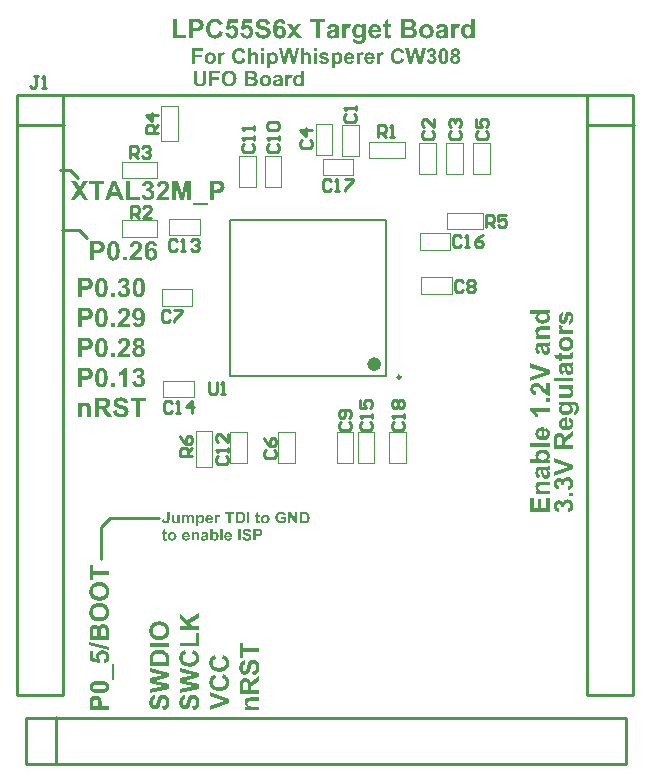
<source format=gto>
G04*
G04 #@! TF.GenerationSoftware,Altium Limited,Altium Designer,19.0.14 (431)*
G04*
G04 Layer_Color=65535*
%FSLAX25Y25*%
%MOIN*%
G70*
G01*
G75*
%ADD10C,0.02362*%
%ADD11C,0.00984*%
%ADD12C,0.00787*%
%ADD13C,0.01000*%
%ADD14C,0.00394*%
G36*
X88266Y84226D02*
X88327Y84220D01*
X88399Y84215D01*
X88477Y84209D01*
X88560Y84193D01*
X88737Y84159D01*
X88921Y84104D01*
X89015Y84070D01*
X89104Y84032D01*
X89187Y83987D01*
X89265Y83932D01*
X89270Y83926D01*
X89281Y83921D01*
X89304Y83898D01*
X89331Y83876D01*
X89365Y83848D01*
X89398Y83810D01*
X89437Y83765D01*
X89481Y83715D01*
X89526Y83660D01*
X89570Y83599D01*
X89614Y83532D01*
X89653Y83454D01*
X89698Y83377D01*
X89731Y83293D01*
X89764Y83199D01*
X89786Y83105D01*
X89015Y82960D01*
Y82966D01*
X89009Y82972D01*
X88998Y83005D01*
X88976Y83055D01*
X88943Y83121D01*
X88904Y83193D01*
X88849Y83266D01*
X88782Y83338D01*
X88704Y83404D01*
X88693Y83410D01*
X88665Y83432D01*
X88615Y83460D01*
X88554Y83488D01*
X88471Y83521D01*
X88377Y83543D01*
X88271Y83565D01*
X88149Y83571D01*
X88099D01*
X88066Y83565D01*
X88022Y83560D01*
X87972Y83554D01*
X87916Y83543D01*
X87855Y83532D01*
X87727Y83493D01*
X87661Y83465D01*
X87594Y83432D01*
X87528Y83393D01*
X87461Y83355D01*
X87400Y83299D01*
X87339Y83244D01*
X87333Y83238D01*
X87328Y83227D01*
X87311Y83210D01*
X87295Y83182D01*
X87272Y83149D01*
X87245Y83110D01*
X87217Y83060D01*
X87195Y83005D01*
X87167Y82938D01*
X87139Y82866D01*
X87111Y82788D01*
X87089Y82705D01*
X87072Y82611D01*
X87056Y82505D01*
X87050Y82400D01*
X87045Y82283D01*
Y82278D01*
Y82256D01*
Y82217D01*
X87050Y82172D01*
X87056Y82111D01*
X87061Y82050D01*
X87072Y81972D01*
X87084Y81895D01*
X87117Y81728D01*
X87172Y81556D01*
X87206Y81473D01*
X87245Y81395D01*
X87295Y81318D01*
X87344Y81251D01*
X87350Y81245D01*
X87361Y81234D01*
X87378Y81218D01*
X87400Y81195D01*
X87433Y81173D01*
X87467Y81140D01*
X87511Y81112D01*
X87561Y81079D01*
X87616Y81046D01*
X87672Y81018D01*
X87811Y80962D01*
X87888Y80940D01*
X87966Y80924D01*
X88055Y80913D01*
X88144Y80907D01*
X88188D01*
X88232Y80913D01*
X88299Y80918D01*
X88371Y80929D01*
X88454Y80946D01*
X88543Y80968D01*
X88632Y81001D01*
X88638D01*
X88643Y81007D01*
X88671Y81018D01*
X88721Y81040D01*
X88776Y81068D01*
X88843Y81101D01*
X88915Y81140D01*
X88987Y81184D01*
X89054Y81234D01*
Y81728D01*
X88166D01*
Y82378D01*
X89836D01*
Y80835D01*
X89825Y80824D01*
X89809Y80813D01*
X89792Y80796D01*
X89764Y80774D01*
X89736Y80752D01*
X89659Y80696D01*
X89553Y80635D01*
X89431Y80563D01*
X89293Y80491D01*
X89126Y80424D01*
X89121D01*
X89104Y80418D01*
X89082Y80407D01*
X89048Y80396D01*
X89004Y80385D01*
X88954Y80369D01*
X88898Y80352D01*
X88837Y80335D01*
X88699Y80302D01*
X88538Y80274D01*
X88371Y80252D01*
X88194Y80247D01*
X88133D01*
X88094Y80252D01*
X88038D01*
X87977Y80258D01*
X87911Y80269D01*
X87833Y80280D01*
X87672Y80308D01*
X87494Y80352D01*
X87311Y80413D01*
X87228Y80452D01*
X87139Y80496D01*
X87134Y80502D01*
X87122Y80507D01*
X87095Y80524D01*
X87067Y80546D01*
X87028Y80568D01*
X86989Y80602D01*
X86939Y80641D01*
X86889Y80685D01*
X86778Y80785D01*
X86667Y80913D01*
X86562Y81057D01*
X86468Y81223D01*
Y81229D01*
X86456Y81245D01*
X86445Y81273D01*
X86434Y81306D01*
X86418Y81351D01*
X86395Y81401D01*
X86379Y81462D01*
X86357Y81529D01*
X86334Y81601D01*
X86318Y81684D01*
X86279Y81856D01*
X86257Y82045D01*
X86246Y82250D01*
Y82256D01*
Y82278D01*
Y82311D01*
X86251Y82350D01*
Y82405D01*
X86257Y82467D01*
X86268Y82533D01*
X86279Y82611D01*
X86307Y82772D01*
X86351Y82955D01*
X86412Y83138D01*
X86451Y83227D01*
X86495Y83316D01*
X86501Y83321D01*
X86506Y83338D01*
X86523Y83360D01*
X86540Y83393D01*
X86567Y83432D01*
X86601Y83477D01*
X86640Y83526D01*
X86678Y83582D01*
X86728Y83637D01*
X86784Y83699D01*
X86845Y83760D01*
X86911Y83821D01*
X86984Y83876D01*
X87056Y83937D01*
X87228Y84037D01*
X87234D01*
X87245Y84048D01*
X87267Y84054D01*
X87295Y84070D01*
X87333Y84082D01*
X87372Y84098D01*
X87428Y84115D01*
X87483Y84137D01*
X87544Y84154D01*
X87616Y84170D01*
X87694Y84187D01*
X87772Y84204D01*
X87949Y84226D01*
X88149Y84231D01*
X88216D01*
X88266Y84226D01*
D02*
G37*
G36*
X58290Y83160D02*
X58362Y83149D01*
X58446Y83132D01*
X58529Y83110D01*
X58618Y83082D01*
X58701Y83038D01*
X58712Y83033D01*
X58734Y83016D01*
X58773Y82988D01*
X58823Y82949D01*
X58873Y82894D01*
X58928Y82833D01*
X58978Y82761D01*
X59023Y82672D01*
X59028Y82666D01*
X59034Y82639D01*
X59045Y82594D01*
X59062Y82533D01*
X59078Y82455D01*
X59089Y82355D01*
X59095Y82233D01*
X59101Y82095D01*
Y80319D01*
X58362D01*
Y81906D01*
Y81911D01*
Y81923D01*
Y81945D01*
Y81972D01*
X58357Y82045D01*
X58351Y82128D01*
X58346Y82217D01*
X58329Y82306D01*
X58312Y82383D01*
X58296Y82411D01*
X58285Y82439D01*
X58279Y82444D01*
X58262Y82467D01*
X58240Y82489D01*
X58207Y82522D01*
X58162Y82550D01*
X58107Y82578D01*
X58040Y82594D01*
X57968Y82600D01*
X57941D01*
X57913Y82594D01*
X57874Y82589D01*
X57829Y82578D01*
X57780Y82561D01*
X57724Y82539D01*
X57674Y82505D01*
X57669Y82500D01*
X57652Y82489D01*
X57630Y82467D01*
X57602Y82433D01*
X57569Y82394D01*
X57535Y82350D01*
X57508Y82294D01*
X57480Y82228D01*
Y82217D01*
X57469Y82195D01*
X57463Y82150D01*
X57452Y82089D01*
X57441Y82006D01*
X57436Y81906D01*
X57424Y81789D01*
Y81651D01*
Y80319D01*
X56686D01*
Y81839D01*
Y81845D01*
Y81856D01*
Y81878D01*
Y81906D01*
Y81972D01*
X56681Y82056D01*
X56675Y82145D01*
X56670Y82228D01*
X56659Y82306D01*
X56647Y82339D01*
X56642Y82361D01*
Y82367D01*
X56636Y82383D01*
X56625Y82405D01*
X56614Y82428D01*
X56575Y82489D01*
X56547Y82516D01*
X56520Y82539D01*
X56514Y82544D01*
X56503Y82550D01*
X56486Y82561D01*
X56464Y82572D01*
X56431Y82583D01*
X56392Y82589D01*
X56348Y82600D01*
X56270D01*
X56237Y82594D01*
X56198Y82589D01*
X56148Y82578D01*
X56098Y82561D01*
X56048Y82539D01*
X55993Y82505D01*
X55987Y82500D01*
X55970Y82489D01*
X55948Y82467D01*
X55920Y82439D01*
X55887Y82400D01*
X55854Y82355D01*
X55826Y82300D01*
X55798Y82239D01*
Y82233D01*
X55787Y82206D01*
X55782Y82161D01*
X55770Y82106D01*
X55759Y82023D01*
X55754Y81928D01*
X55743Y81806D01*
Y81667D01*
Y80319D01*
X55005D01*
Y83105D01*
X55682D01*
Y82722D01*
X55687Y82727D01*
X55698Y82738D01*
X55721Y82761D01*
X55748Y82794D01*
X55782Y82827D01*
X55821Y82860D01*
X55870Y82905D01*
X55926Y82944D01*
X55987Y82983D01*
X56054Y83027D01*
X56198Y83099D01*
X56281Y83127D01*
X56364Y83149D01*
X56453Y83160D01*
X56547Y83166D01*
X56592D01*
X56642Y83160D01*
X56703Y83155D01*
X56775Y83138D01*
X56853Y83121D01*
X56930Y83094D01*
X57008Y83055D01*
X57019Y83049D01*
X57041Y83033D01*
X57080Y83010D01*
X57125Y82972D01*
X57175Y82922D01*
X57230Y82866D01*
X57286Y82794D01*
X57336Y82716D01*
X57347Y82727D01*
X57369Y82755D01*
X57402Y82794D01*
X57452Y82844D01*
X57513Y82899D01*
X57580Y82955D01*
X57652Y83010D01*
X57730Y83055D01*
X57741Y83060D01*
X57768Y83071D01*
X57813Y83088D01*
X57868Y83110D01*
X57935Y83132D01*
X58013Y83149D01*
X58096Y83160D01*
X58185Y83166D01*
X58235D01*
X58290Y83160D01*
D02*
G37*
G36*
X67470D02*
X67531Y83149D01*
X67609Y83132D01*
X67692Y83105D01*
X67775Y83071D01*
X67864Y83021D01*
X67631Y82383D01*
X67625Y82389D01*
X67598Y82400D01*
X67564Y82422D01*
X67520Y82444D01*
X67464Y82467D01*
X67409Y82489D01*
X67348Y82500D01*
X67287Y82505D01*
X67264D01*
X67231Y82500D01*
X67198Y82494D01*
X67159Y82483D01*
X67115Y82467D01*
X67070Y82444D01*
X67026Y82416D01*
X67020Y82411D01*
X67009Y82400D01*
X66987Y82378D01*
X66965Y82344D01*
X66937Y82306D01*
X66909Y82250D01*
X66882Y82183D01*
X66859Y82106D01*
Y82095D01*
X66854Y82078D01*
X66848Y82061D01*
Y82034D01*
X66843Y82000D01*
X66837Y81956D01*
X66832Y81906D01*
X66826Y81850D01*
X66821Y81778D01*
X66815Y81706D01*
Y81617D01*
X66809Y81523D01*
X66804Y81418D01*
Y81301D01*
Y81173D01*
Y80319D01*
X66066D01*
Y83105D01*
X66748D01*
Y82711D01*
X66754Y82716D01*
X66776Y82749D01*
X66809Y82800D01*
X66854Y82860D01*
X66898Y82922D01*
X66954Y82983D01*
X67004Y83038D01*
X67059Y83077D01*
X67065Y83082D01*
X67081Y83094D01*
X67115Y83105D01*
X67154Y83121D01*
X67198Y83138D01*
X67253Y83155D01*
X67309Y83160D01*
X67375Y83166D01*
X67420D01*
X67470Y83160D01*
D02*
G37*
G36*
X61448D02*
X61487Y83155D01*
X61537Y83144D01*
X61592Y83132D01*
X61648Y83116D01*
X61715Y83099D01*
X61776Y83071D01*
X61848Y83044D01*
X61914Y83005D01*
X61987Y82960D01*
X62053Y82911D01*
X62120Y82849D01*
X62186Y82783D01*
X62192Y82777D01*
X62203Y82766D01*
X62220Y82744D01*
X62242Y82711D01*
X62264Y82677D01*
X62292Y82627D01*
X62325Y82572D01*
X62358Y82511D01*
X62386Y82439D01*
X62419Y82361D01*
X62447Y82272D01*
X62475Y82178D01*
X62492Y82072D01*
X62508Y81967D01*
X62519Y81845D01*
X62525Y81723D01*
Y81717D01*
Y81695D01*
Y81656D01*
X62519Y81606D01*
X62514Y81551D01*
X62508Y81484D01*
X62497Y81406D01*
X62480Y81329D01*
X62442Y81151D01*
X62414Y81062D01*
X62381Y80974D01*
X62342Y80885D01*
X62292Y80801D01*
X62242Y80718D01*
X62181Y80641D01*
X62175Y80635D01*
X62164Y80624D01*
X62147Y80607D01*
X62120Y80580D01*
X62086Y80552D01*
X62048Y80518D01*
X62003Y80485D01*
X61953Y80452D01*
X61892Y80413D01*
X61831Y80380D01*
X61692Y80319D01*
X61615Y80291D01*
X61531Y80274D01*
X61448Y80263D01*
X61359Y80258D01*
X61321D01*
X61276Y80263D01*
X61221Y80269D01*
X61154Y80280D01*
X61082Y80296D01*
X61010Y80319D01*
X60938Y80346D01*
X60932Y80352D01*
X60904Y80363D01*
X60871Y80391D01*
X60821Y80424D01*
X60760Y80463D01*
X60699Y80518D01*
X60627Y80585D01*
X60549Y80663D01*
Y79253D01*
X59811D01*
Y83105D01*
X60499D01*
Y82694D01*
X60505Y82705D01*
X60521Y82727D01*
X60555Y82766D01*
X60593Y82816D01*
X60643Y82872D01*
X60710Y82927D01*
X60777Y82983D01*
X60860Y83033D01*
X60871Y83038D01*
X60899Y83055D01*
X60949Y83077D01*
X61010Y83099D01*
X61082Y83121D01*
X61171Y83144D01*
X61265Y83160D01*
X61365Y83166D01*
X61409D01*
X61448Y83160D01*
D02*
G37*
G36*
X93610Y80319D02*
X92833D01*
X91274Y82849D01*
Y80319D01*
X90558D01*
Y84159D01*
X91307D01*
X92894Y81573D01*
Y84159D01*
X93610D01*
Y80319D01*
D02*
G37*
G36*
X50959Y81723D02*
Y81717D01*
Y81701D01*
Y81678D01*
Y81645D01*
Y81606D01*
X50953Y81556D01*
X50948Y81451D01*
X50937Y81334D01*
X50920Y81212D01*
X50898Y81090D01*
X50870Y80985D01*
Y80979D01*
X50864Y80968D01*
X50859Y80951D01*
X50848Y80929D01*
X50820Y80868D01*
X50775Y80790D01*
X50720Y80707D01*
X50648Y80618D01*
X50565Y80529D01*
X50459Y80446D01*
X50454D01*
X50448Y80435D01*
X50431Y80430D01*
X50404Y80413D01*
X50376Y80402D01*
X50343Y80385D01*
X50298Y80363D01*
X50254Y80346D01*
X50198Y80330D01*
X50143Y80308D01*
X50010Y80280D01*
X49854Y80258D01*
X49682Y80247D01*
X49627D01*
X49588Y80252D01*
X49538Y80258D01*
X49488Y80263D01*
X49427Y80274D01*
X49360Y80285D01*
X49216Y80324D01*
X49144Y80352D01*
X49072Y80380D01*
X49000Y80418D01*
X48933Y80457D01*
X48866Y80507D01*
X48805Y80563D01*
X48800Y80568D01*
X48794Y80580D01*
X48777Y80596D01*
X48755Y80624D01*
X48733Y80657D01*
X48711Y80696D01*
X48683Y80746D01*
X48655Y80796D01*
X48622Y80862D01*
X48594Y80929D01*
X48572Y81007D01*
X48550Y81090D01*
X48528Y81179D01*
X48511Y81279D01*
X48505Y81384D01*
X48500Y81495D01*
X49238Y81578D01*
Y81573D01*
Y81562D01*
Y81545D01*
X49244Y81523D01*
Y81467D01*
X49255Y81395D01*
X49266Y81318D01*
X49283Y81240D01*
X49305Y81173D01*
X49332Y81112D01*
X49338Y81101D01*
X49355Y81079D01*
X49382Y81046D01*
X49427Y81012D01*
X49477Y80974D01*
X49543Y80940D01*
X49621Y80918D01*
X49710Y80907D01*
X49754D01*
X49799Y80913D01*
X49849Y80924D01*
X49910Y80940D01*
X49971Y80968D01*
X50026Y81001D01*
X50071Y81051D01*
X50076Y81057D01*
X50087Y81085D01*
X50104Y81123D01*
X50126Y81184D01*
X50137Y81223D01*
X50148Y81268D01*
X50154Y81318D01*
X50165Y81373D01*
X50170Y81440D01*
X50176Y81506D01*
X50182Y81584D01*
Y81667D01*
Y84159D01*
X50959D01*
Y81723D01*
D02*
G37*
G36*
X54300Y80319D02*
X53617D01*
Y80735D01*
X53611Y80724D01*
X53589Y80696D01*
X53556Y80657D01*
X53506Y80607D01*
X53451Y80546D01*
X53378Y80491D01*
X53301Y80430D01*
X53212Y80380D01*
X53201Y80374D01*
X53168Y80363D01*
X53118Y80341D01*
X53051Y80319D01*
X52973Y80296D01*
X52885Y80274D01*
X52790Y80263D01*
X52690Y80258D01*
X52640D01*
X52590Y80263D01*
X52524Y80274D01*
X52441Y80285D01*
X52357Y80308D01*
X52268Y80341D01*
X52185Y80380D01*
X52174Y80385D01*
X52152Y80402D01*
X52108Y80430D01*
X52063Y80468D01*
X52008Y80518D01*
X51958Y80574D01*
X51908Y80646D01*
X51863Y80724D01*
X51858Y80735D01*
X51847Y80763D01*
X51830Y80813D01*
X51813Y80885D01*
X51797Y80974D01*
X51780Y81079D01*
X51769Y81201D01*
X51763Y81340D01*
Y83105D01*
X52501D01*
Y81823D01*
Y81817D01*
Y81795D01*
Y81767D01*
Y81728D01*
Y81684D01*
Y81634D01*
X52507Y81517D01*
X52513Y81390D01*
X52518Y81273D01*
X52524Y81223D01*
X52529Y81173D01*
X52535Y81134D01*
X52540Y81107D01*
Y81101D01*
X52546Y81085D01*
X52557Y81062D01*
X52574Y81029D01*
X52590Y80996D01*
X52618Y80962D01*
X52646Y80929D01*
X52685Y80896D01*
X52690Y80890D01*
X52707Y80885D01*
X52729Y80874D01*
X52762Y80862D01*
X52801Y80846D01*
X52851Y80835D01*
X52901Y80829D01*
X52962Y80824D01*
X52996D01*
X53029Y80829D01*
X53073Y80835D01*
X53129Y80846D01*
X53184Y80868D01*
X53245Y80890D01*
X53301Y80924D01*
X53306Y80929D01*
X53323Y80940D01*
X53351Y80962D01*
X53384Y80996D01*
X53417Y81035D01*
X53451Y81073D01*
X53484Y81123D01*
X53506Y81179D01*
Y81184D01*
X53517Y81212D01*
Y81234D01*
X53523Y81262D01*
X53528Y81290D01*
X53534Y81329D01*
X53539Y81379D01*
X53545Y81429D01*
X53550Y81490D01*
Y81562D01*
X53556Y81639D01*
X53562Y81728D01*
Y81823D01*
Y81928D01*
Y83105D01*
X54300D01*
Y80319D01*
D02*
G37*
G36*
X96008Y84154D02*
X96114Y84148D01*
X96230Y84143D01*
X96352Y84126D01*
X96469Y84109D01*
X96574Y84082D01*
X96580D01*
X96591Y84076D01*
X96607Y84070D01*
X96630Y84065D01*
X96696Y84037D01*
X96774Y83998D01*
X96863Y83948D01*
X96963Y83887D01*
X97057Y83815D01*
X97151Y83726D01*
X97157D01*
X97162Y83715D01*
X97190Y83682D01*
X97235Y83626D01*
X97285Y83554D01*
X97346Y83465D01*
X97407Y83360D01*
X97468Y83238D01*
X97518Y83105D01*
Y83099D01*
X97523Y83088D01*
X97529Y83066D01*
X97540Y83038D01*
X97545Y83005D01*
X97556Y82960D01*
X97568Y82911D01*
X97584Y82855D01*
X97595Y82794D01*
X97606Y82722D01*
X97618Y82650D01*
X97623Y82566D01*
X97640Y82394D01*
X97645Y82200D01*
Y82195D01*
Y82178D01*
Y82156D01*
Y82122D01*
X97640Y82078D01*
Y82034D01*
X97634Y81978D01*
X97629Y81917D01*
X97618Y81789D01*
X97595Y81656D01*
X97562Y81517D01*
X97523Y81384D01*
Y81379D01*
X97518Y81368D01*
X97506Y81345D01*
X97495Y81312D01*
X97484Y81279D01*
X97462Y81240D01*
X97418Y81140D01*
X97362Y81035D01*
X97290Y80918D01*
X97207Y80807D01*
X97113Y80702D01*
X97101Y80690D01*
X97074Y80668D01*
X97029Y80635D01*
X96968Y80591D01*
X96890Y80541D01*
X96802Y80491D01*
X96691Y80441D01*
X96569Y80396D01*
X96563D01*
X96557Y80391D01*
X96541D01*
X96524Y80385D01*
X96463Y80374D01*
X96385Y80357D01*
X96291Y80341D01*
X96175Y80330D01*
X96036Y80324D01*
X95886Y80319D01*
X94432D01*
Y84159D01*
X95964D01*
X96008Y84154D01*
D02*
G37*
G36*
X77587Y80319D02*
X76811Y80319D01*
Y84159D01*
X77587Y84159D01*
Y80319D01*
D02*
G37*
G36*
X74541Y84154D02*
X74646Y84148D01*
X74763Y84143D01*
X74885Y84126D01*
X75001Y84109D01*
X75107Y84082D01*
X75112D01*
X75123Y84076D01*
X75140Y84070D01*
X75162Y84065D01*
X75229Y84037D01*
X75306Y83998D01*
X75395Y83948D01*
X75495Y83887D01*
X75590Y83815D01*
X75684Y83726D01*
X75689D01*
X75695Y83715D01*
X75723Y83682D01*
X75767Y83626D01*
X75817Y83554D01*
X75878Y83465D01*
X75939Y83360D01*
X76000Y83238D01*
X76050Y83105D01*
Y83099D01*
X76056Y83088D01*
X76061Y83066D01*
X76072Y83038D01*
X76078Y83005D01*
X76089Y82960D01*
X76100Y82911D01*
X76117Y82855D01*
X76128Y82794D01*
X76139Y82722D01*
X76150Y82650D01*
X76156Y82566D01*
X76172Y82394D01*
X76178Y82200D01*
Y82195D01*
Y82178D01*
Y82156D01*
Y82122D01*
X76172Y82078D01*
Y82034D01*
X76167Y81978D01*
X76161Y81917D01*
X76150Y81789D01*
X76128Y81656D01*
X76095Y81517D01*
X76056Y81384D01*
Y81379D01*
X76050Y81368D01*
X76039Y81345D01*
X76028Y81312D01*
X76017Y81279D01*
X75995Y81240D01*
X75950Y81140D01*
X75895Y81035D01*
X75823Y80918D01*
X75739Y80807D01*
X75645Y80702D01*
X75634Y80690D01*
X75606Y80668D01*
X75562Y80635D01*
X75501Y80591D01*
X75423Y80541D01*
X75334Y80491D01*
X75223Y80441D01*
X75101Y80396D01*
X75096D01*
X75090Y80391D01*
X75073D01*
X75057Y80385D01*
X74996Y80374D01*
X74918Y80357D01*
X74824Y80341D01*
X74707Y80330D01*
X74568Y80324D01*
X74418Y80319D01*
X72964D01*
Y84159D01*
X74496D01*
X74541Y84154D01*
D02*
G37*
G36*
X72459Y83510D02*
X71327D01*
Y80319D01*
X70550D01*
Y83510D01*
X69412D01*
Y84159D01*
X72459D01*
Y83510D01*
D02*
G37*
G36*
X82971Y83160D02*
X83026Y83155D01*
X83088Y83144D01*
X83160Y83132D01*
X83232Y83116D01*
X83315Y83094D01*
X83398Y83066D01*
X83482Y83033D01*
X83570Y82994D01*
X83659Y82944D01*
X83742Y82888D01*
X83826Y82827D01*
X83903Y82755D01*
X83909Y82749D01*
X83920Y82738D01*
X83942Y82711D01*
X83965Y82683D01*
X83998Y82639D01*
X84031Y82594D01*
X84070Y82533D01*
X84109Y82472D01*
X84142Y82400D01*
X84181Y82322D01*
X84214Y82233D01*
X84248Y82145D01*
X84270Y82045D01*
X84292Y81945D01*
X84303Y81834D01*
X84309Y81717D01*
Y81712D01*
Y81690D01*
Y81656D01*
X84303Y81612D01*
X84298Y81556D01*
X84286Y81495D01*
X84275Y81423D01*
X84259Y81351D01*
X84237Y81268D01*
X84209Y81184D01*
X84175Y81096D01*
X84136Y81007D01*
X84087Y80918D01*
X84031Y80835D01*
X83970Y80752D01*
X83898Y80668D01*
X83892Y80663D01*
X83881Y80652D01*
X83859Y80629D01*
X83826Y80602D01*
X83787Y80574D01*
X83737Y80541D01*
X83681Y80502D01*
X83620Y80463D01*
X83548Y80424D01*
X83471Y80385D01*
X83387Y80352D01*
X83293Y80324D01*
X83199Y80296D01*
X83093Y80274D01*
X82988Y80263D01*
X82871Y80258D01*
X82832D01*
X82805Y80263D01*
X82771D01*
X82732Y80269D01*
X82638Y80280D01*
X82521Y80302D01*
X82399Y80330D01*
X82272Y80374D01*
X82139Y80430D01*
X82133D01*
X82122Y80435D01*
X82105Y80446D01*
X82083Y80463D01*
X82022Y80502D01*
X81944Y80557D01*
X81861Y80629D01*
X81772Y80718D01*
X81689Y80818D01*
X81611Y80935D01*
Y80940D01*
X81606Y80951D01*
X81595Y80968D01*
X81584Y80996D01*
X81573Y81029D01*
X81556Y81068D01*
X81539Y81112D01*
X81523Y81162D01*
X81506Y81218D01*
X81489Y81279D01*
X81462Y81418D01*
X81439Y81578D01*
X81434Y81751D01*
Y81756D01*
Y81767D01*
Y81789D01*
X81439Y81812D01*
Y81845D01*
X81445Y81884D01*
X81456Y81978D01*
X81478Y82083D01*
X81511Y82200D01*
X81550Y82328D01*
X81611Y82455D01*
Y82461D01*
X81622Y82472D01*
X81628Y82489D01*
X81645Y82511D01*
X81689Y82572D01*
X81744Y82650D01*
X81817Y82733D01*
X81905Y82822D01*
X82005Y82905D01*
X82122Y82983D01*
X82127D01*
X82139Y82988D01*
X82155Y82999D01*
X82183Y83010D01*
X82211Y83027D01*
X82249Y83038D01*
X82294Y83055D01*
X82338Y83077D01*
X82449Y83110D01*
X82577Y83138D01*
X82716Y83160D01*
X82866Y83166D01*
X82927D01*
X82971Y83160D01*
D02*
G37*
G36*
X80590Y83105D02*
X81095D01*
Y82516D01*
X80590D01*
Y81390D01*
Y81384D01*
Y81373D01*
Y81357D01*
Y81334D01*
Y81279D01*
Y81212D01*
X80596Y81146D01*
Y81079D01*
Y81029D01*
X80601Y81007D01*
Y80996D01*
X80607Y80985D01*
X80618Y80962D01*
X80634Y80935D01*
X80668Y80901D01*
X80679Y80896D01*
X80701Y80885D01*
X80740Y80874D01*
X80790Y80868D01*
X80812D01*
X80834Y80874D01*
X80868Y80879D01*
X80912Y80885D01*
X80962Y80896D01*
X81023Y80913D01*
X81090Y80935D01*
X81156Y80363D01*
X81151D01*
X81145Y80357D01*
X81112Y80346D01*
X81056Y80330D01*
X80984Y80313D01*
X80901Y80291D01*
X80801Y80274D01*
X80690Y80263D01*
X80573Y80258D01*
X80540D01*
X80501Y80263D01*
X80451Y80269D01*
X80396Y80274D01*
X80335Y80285D01*
X80274Y80302D01*
X80213Y80324D01*
X80207Y80330D01*
X80185Y80335D01*
X80157Y80352D01*
X80124Y80369D01*
X80046Y80424D01*
X80007Y80457D01*
X79974Y80496D01*
X79969Y80502D01*
X79963Y80518D01*
X79952Y80541D01*
X79935Y80574D01*
X79919Y80613D01*
X79902Y80663D01*
X79885Y80718D01*
X79874Y80779D01*
Y80785D01*
X79869Y80807D01*
Y80840D01*
X79863Y80896D01*
X79857Y80968D01*
Y81057D01*
X79852Y81107D01*
Y81168D01*
Y81229D01*
Y81301D01*
Y82516D01*
X79513D01*
Y83105D01*
X79852D01*
Y83660D01*
X80590Y84093D01*
Y83105D01*
D02*
G37*
G36*
X64273Y83160D02*
X64323Y83155D01*
X64384Y83144D01*
X64451Y83132D01*
X64523Y83116D01*
X64600Y83094D01*
X64678Y83066D01*
X64762Y83033D01*
X64845Y82988D01*
X64922Y82944D01*
X65000Y82888D01*
X65078Y82822D01*
X65144Y82749D01*
X65150Y82744D01*
X65161Y82733D01*
X65178Y82705D01*
X65200Y82672D01*
X65228Y82627D01*
X65255Y82578D01*
X65289Y82511D01*
X65322Y82439D01*
X65355Y82355D01*
X65389Y82261D01*
X65416Y82161D01*
X65444Y82045D01*
X65466Y81923D01*
X65483Y81789D01*
X65494Y81651D01*
Y81495D01*
X63652D01*
Y81490D01*
Y81479D01*
Y81462D01*
X63657Y81440D01*
X63663Y81384D01*
X63674Y81306D01*
X63696Y81229D01*
X63729Y81140D01*
X63768Y81057D01*
X63824Y80985D01*
X63829Y80979D01*
X63857Y80957D01*
X63890Y80929D01*
X63940Y80896D01*
X64001Y80862D01*
X64079Y80835D01*
X64162Y80813D01*
X64251Y80807D01*
X64279D01*
X64312Y80813D01*
X64351Y80818D01*
X64395Y80829D01*
X64445Y80846D01*
X64495Y80868D01*
X64539Y80901D01*
X64545Y80907D01*
X64562Y80918D01*
X64584Y80940D01*
X64606Y80974D01*
X64639Y81018D01*
X64667Y81068D01*
X64695Y81134D01*
X64723Y81207D01*
X65455Y81085D01*
Y81079D01*
X65450Y81068D01*
X65439Y81046D01*
X65428Y81018D01*
X65411Y80985D01*
X65394Y80946D01*
X65344Y80857D01*
X65283Y80757D01*
X65206Y80652D01*
X65111Y80557D01*
X65006Y80468D01*
X65000D01*
X64995Y80457D01*
X64972Y80452D01*
X64950Y80435D01*
X64922Y80418D01*
X64884Y80402D01*
X64845Y80385D01*
X64795Y80363D01*
X64684Y80324D01*
X64556Y80291D01*
X64406Y80269D01*
X64245Y80258D01*
X64212D01*
X64179Y80263D01*
X64129D01*
X64068Y80274D01*
X63996Y80285D01*
X63918Y80296D01*
X63840Y80319D01*
X63751Y80341D01*
X63663Y80374D01*
X63574Y80413D01*
X63485Y80457D01*
X63396Y80513D01*
X63313Y80574D01*
X63241Y80646D01*
X63169Y80729D01*
X63163Y80735D01*
X63158Y80746D01*
X63147Y80768D01*
X63124Y80796D01*
X63108Y80835D01*
X63085Y80879D01*
X63058Y80929D01*
X63036Y80990D01*
X63008Y81057D01*
X62985Y81129D01*
X62958Y81207D01*
X62941Y81295D01*
X62924Y81384D01*
X62908Y81479D01*
X62902Y81584D01*
X62897Y81690D01*
Y81695D01*
Y81717D01*
Y81756D01*
X62902Y81806D01*
X62908Y81862D01*
X62913Y81928D01*
X62924Y82000D01*
X62941Y82083D01*
X62985Y82256D01*
X63013Y82344D01*
X63047Y82439D01*
X63091Y82528D01*
X63141Y82611D01*
X63196Y82694D01*
X63257Y82772D01*
X63263Y82777D01*
X63274Y82788D01*
X63296Y82811D01*
X63324Y82833D01*
X63357Y82860D01*
X63402Y82894D01*
X63452Y82933D01*
X63507Y82972D01*
X63568Y83005D01*
X63640Y83044D01*
X63713Y83077D01*
X63796Y83105D01*
X63879Y83127D01*
X63973Y83149D01*
X64068Y83160D01*
X64168Y83166D01*
X64229D01*
X64273Y83160D01*
D02*
G37*
G36*
X76822Y78479D02*
X76883Y78474D01*
X76955Y78468D01*
X77027Y78457D01*
X77110Y78446D01*
X77288Y78407D01*
X77377Y78379D01*
X77465Y78352D01*
X77554Y78313D01*
X77637Y78268D01*
X77715Y78219D01*
X77787Y78163D01*
X77793Y78158D01*
X77804Y78146D01*
X77821Y78130D01*
X77843Y78108D01*
X77871Y78074D01*
X77904Y78035D01*
X77937Y77991D01*
X77976Y77941D01*
X78009Y77880D01*
X78043Y77819D01*
X78076Y77747D01*
X78104Y77669D01*
X78131Y77591D01*
X78154Y77503D01*
X78170Y77414D01*
X78176Y77314D01*
X77399Y77286D01*
Y77292D01*
Y77297D01*
X77388Y77336D01*
X77377Y77386D01*
X77354Y77447D01*
X77327Y77519D01*
X77288Y77586D01*
X77238Y77652D01*
X77182Y77708D01*
X77177Y77714D01*
X77155Y77730D01*
X77116Y77752D01*
X77060Y77775D01*
X76994Y77797D01*
X76911Y77819D01*
X76811Y77836D01*
X76694Y77841D01*
X76639D01*
X76577Y77836D01*
X76505Y77824D01*
X76422Y77808D01*
X76333Y77780D01*
X76250Y77747D01*
X76172Y77697D01*
X76167Y77691D01*
X76156Y77680D01*
X76134Y77663D01*
X76111Y77636D01*
X76089Y77602D01*
X76067Y77558D01*
X76056Y77514D01*
X76050Y77458D01*
Y77453D01*
Y77436D01*
X76056Y77408D01*
X76067Y77380D01*
X76078Y77342D01*
X76095Y77303D01*
X76122Y77264D01*
X76161Y77225D01*
X76167Y77219D01*
X76195Y77203D01*
X76211Y77192D01*
X76239Y77181D01*
X76267Y77164D01*
X76306Y77147D01*
X76350Y77131D01*
X76400Y77109D01*
X76461Y77086D01*
X76522Y77064D01*
X76600Y77042D01*
X76683Y77020D01*
X76772Y76998D01*
X76872Y76970D01*
X76877D01*
X76899Y76964D01*
X76927Y76959D01*
X76966Y76948D01*
X77010Y76937D01*
X77066Y76920D01*
X77127Y76903D01*
X77188Y76886D01*
X77321Y76842D01*
X77460Y76798D01*
X77593Y76748D01*
X77649Y76720D01*
X77704Y76692D01*
X77710D01*
X77715Y76687D01*
X77749Y76665D01*
X77798Y76631D01*
X77859Y76587D01*
X77926Y76531D01*
X77998Y76465D01*
X78070Y76387D01*
X78131Y76298D01*
X78137Y76287D01*
X78154Y76254D01*
X78181Y76204D01*
X78209Y76132D01*
X78237Y76043D01*
X78265Y75937D01*
X78281Y75821D01*
X78287Y75688D01*
Y75682D01*
Y75671D01*
Y75654D01*
Y75632D01*
X78281Y75604D01*
X78276Y75566D01*
X78265Y75488D01*
X78242Y75388D01*
X78209Y75283D01*
X78159Y75177D01*
X78098Y75066D01*
Y75061D01*
X78087Y75055D01*
X78065Y75022D01*
X78021Y74966D01*
X77965Y74905D01*
X77893Y74833D01*
X77798Y74766D01*
X77699Y74700D01*
X77576Y74639D01*
X77571D01*
X77560Y74633D01*
X77543Y74628D01*
X77515Y74617D01*
X77482Y74606D01*
X77443Y74594D01*
X77399Y74583D01*
X77349Y74572D01*
X77288Y74555D01*
X77227Y74544D01*
X77083Y74522D01*
X76922Y74506D01*
X76744Y74500D01*
X76672D01*
X76622Y74506D01*
X76561Y74511D01*
X76494Y74517D01*
X76416Y74528D01*
X76333Y74544D01*
X76150Y74583D01*
X76056Y74611D01*
X75967Y74639D01*
X75873Y74678D01*
X75784Y74722D01*
X75700Y74772D01*
X75623Y74833D01*
X75617Y74839D01*
X75606Y74850D01*
X75584Y74866D01*
X75562Y74894D01*
X75529Y74933D01*
X75495Y74977D01*
X75456Y75027D01*
X75418Y75083D01*
X75379Y75149D01*
X75340Y75222D01*
X75301Y75305D01*
X75262Y75394D01*
X75234Y75488D01*
X75201Y75593D01*
X75179Y75704D01*
X75162Y75821D01*
X75917Y75893D01*
Y75888D01*
X75923Y75876D01*
Y75854D01*
X75928Y75832D01*
X75950Y75765D01*
X75978Y75682D01*
X76011Y75588D01*
X76061Y75493D01*
X76117Y75410D01*
X76189Y75332D01*
X76200Y75327D01*
X76228Y75305D01*
X76272Y75277D01*
X76339Y75244D01*
X76422Y75210D01*
X76516Y75183D01*
X76627Y75160D01*
X76755Y75155D01*
X76816D01*
X76883Y75166D01*
X76966Y75177D01*
X77055Y75194D01*
X77149Y75222D01*
X77238Y75260D01*
X77316Y75310D01*
X77327Y75316D01*
X77349Y75338D01*
X77377Y75371D01*
X77416Y75416D01*
X77449Y75471D01*
X77482Y75538D01*
X77504Y75604D01*
X77510Y75682D01*
Y75688D01*
Y75704D01*
X77504Y75732D01*
X77499Y75765D01*
X77488Y75799D01*
X77477Y75838D01*
X77454Y75876D01*
X77427Y75915D01*
X77421Y75921D01*
X77410Y75932D01*
X77393Y75949D01*
X77365Y75971D01*
X77327Y75999D01*
X77277Y76026D01*
X77221Y76054D01*
X77149Y76082D01*
X77144D01*
X77121Y76093D01*
X77083Y76104D01*
X77055Y76115D01*
X77021Y76121D01*
X76983Y76132D01*
X76938Y76148D01*
X76888Y76160D01*
X76833Y76176D01*
X76766Y76193D01*
X76694Y76209D01*
X76616Y76232D01*
X76528Y76254D01*
X76522D01*
X76500Y76259D01*
X76466Y76271D01*
X76428Y76282D01*
X76378Y76298D01*
X76317Y76315D01*
X76256Y76337D01*
X76183Y76359D01*
X76039Y76415D01*
X75900Y76481D01*
X75828Y76515D01*
X75767Y76553D01*
X75706Y76592D01*
X75656Y76631D01*
X75651Y76637D01*
X75639Y76648D01*
X75623Y76665D01*
X75601Y76687D01*
X75573Y76720D01*
X75545Y76759D01*
X75512Y76798D01*
X75484Y76848D01*
X75418Y76964D01*
X75362Y77097D01*
X75340Y77170D01*
X75323Y77242D01*
X75312Y77325D01*
X75306Y77408D01*
Y77414D01*
Y77419D01*
Y77436D01*
Y77458D01*
X75318Y77514D01*
X75329Y77586D01*
X75345Y77669D01*
X75373Y77763D01*
X75412Y77863D01*
X75467Y77958D01*
Y77963D01*
X75473Y77969D01*
X75501Y78002D01*
X75534Y78047D01*
X75590Y78102D01*
X75656Y78163D01*
X75739Y78230D01*
X75834Y78291D01*
X75945Y78346D01*
X75950D01*
X75961Y78352D01*
X75978Y78357D01*
X76000Y78368D01*
X76034Y78379D01*
X76067Y78391D01*
X76111Y78402D01*
X76161Y78418D01*
X76272Y78440D01*
X76400Y78463D01*
X76544Y78479D01*
X76705Y78485D01*
X76772D01*
X76822Y78479D01*
D02*
G37*
G36*
X60027Y77414D02*
X60088Y77408D01*
X60155Y77397D01*
X60227Y77380D01*
X60305Y77358D01*
X60383Y77330D01*
X60394Y77325D01*
X60416Y77314D01*
X60455Y77297D01*
X60499Y77269D01*
X60549Y77236D01*
X60599Y77197D01*
X60649Y77153D01*
X60693Y77103D01*
X60699Y77097D01*
X60710Y77081D01*
X60727Y77053D01*
X60749Y77014D01*
X60777Y76970D01*
X60799Y76914D01*
X60821Y76859D01*
X60838Y76792D01*
Y76787D01*
X60843Y76759D01*
X60854Y76720D01*
X60860Y76665D01*
X60871Y76598D01*
X60877Y76509D01*
X60882Y76415D01*
Y76298D01*
Y74572D01*
X60144D01*
Y75987D01*
Y75993D01*
Y76010D01*
Y76032D01*
Y76060D01*
Y76098D01*
Y76137D01*
X60138Y76232D01*
X60133Y76326D01*
X60122Y76426D01*
X60111Y76509D01*
X60105Y76542D01*
X60094Y76570D01*
Y76576D01*
X60083Y76592D01*
X60072Y76614D01*
X60055Y76648D01*
X60005Y76714D01*
X59977Y76748D01*
X59939Y76775D01*
X59933Y76781D01*
X59922Y76787D01*
X59900Y76798D01*
X59866Y76814D01*
X59828Y76831D01*
X59789Y76842D01*
X59739Y76848D01*
X59683Y76853D01*
X59650D01*
X59617Y76848D01*
X59572Y76842D01*
X59517Y76825D01*
X59461Y76809D01*
X59400Y76781D01*
X59339Y76748D01*
X59334Y76742D01*
X59317Y76731D01*
X59289Y76703D01*
X59256Y76676D01*
X59223Y76631D01*
X59189Y76587D01*
X59156Y76526D01*
X59134Y76465D01*
Y76459D01*
X59123Y76431D01*
X59117Y76387D01*
X59106Y76320D01*
X59101Y76282D01*
X59095Y76232D01*
X59089Y76182D01*
Y76121D01*
X59084Y76060D01*
X59078Y75987D01*
Y75910D01*
Y75826D01*
Y74572D01*
X58340D01*
Y77358D01*
X59023D01*
Y76948D01*
X59028Y76953D01*
X59039Y76970D01*
X59062Y76992D01*
X59089Y77020D01*
X59123Y77059D01*
X59167Y77097D01*
X59217Y77142D01*
X59273Y77186D01*
X59334Y77225D01*
X59406Y77269D01*
X59478Y77308D01*
X59561Y77347D01*
X59650Y77375D01*
X59739Y77397D01*
X59839Y77414D01*
X59939Y77419D01*
X59977D01*
X60027Y77414D01*
D02*
G37*
G36*
X80424Y78407D02*
X80568D01*
X80723Y78396D01*
X80879Y78385D01*
X80945Y78379D01*
X81012Y78374D01*
X81067Y78363D01*
X81112Y78352D01*
X81117D01*
X81128Y78346D01*
X81145Y78341D01*
X81167Y78335D01*
X81228Y78307D01*
X81306Y78274D01*
X81389Y78224D01*
X81484Y78158D01*
X81573Y78074D01*
X81661Y77974D01*
Y77969D01*
X81672Y77963D01*
X81683Y77947D01*
X81695Y77924D01*
X81717Y77891D01*
X81733Y77858D01*
X81756Y77819D01*
X81778Y77775D01*
X81817Y77663D01*
X81855Y77541D01*
X81878Y77392D01*
X81889Y77231D01*
Y77225D01*
Y77214D01*
Y77197D01*
Y77170D01*
X81883Y77142D01*
Y77103D01*
X81872Y77025D01*
X81855Y76931D01*
X81833Y76825D01*
X81800Y76726D01*
X81756Y76631D01*
X81750Y76620D01*
X81733Y76592D01*
X81706Y76548D01*
X81667Y76493D01*
X81622Y76437D01*
X81561Y76370D01*
X81500Y76309D01*
X81428Y76254D01*
X81417Y76248D01*
X81395Y76232D01*
X81356Y76209D01*
X81306Y76182D01*
X81245Y76148D01*
X81178Y76121D01*
X81106Y76093D01*
X81028Y76071D01*
X81017D01*
X81001Y76065D01*
X80979D01*
X80951Y76060D01*
X80912Y76054D01*
X80873Y76048D01*
X80823D01*
X80773Y76043D01*
X80712Y76037D01*
X80646Y76032D01*
X80573Y76026D01*
X80496D01*
X80413Y76021D01*
X79724D01*
Y74572D01*
X78947D01*
Y78413D01*
X80362D01*
X80424Y78407D01*
D02*
G37*
G36*
X74624Y74572D02*
X73847D01*
Y78413D01*
X74624D01*
Y74572D01*
D02*
G37*
G36*
X68630D02*
X67892D01*
Y78413D01*
X68630D01*
Y74572D01*
D02*
G37*
G36*
X62836Y77414D02*
X62880D01*
X62991Y77403D01*
X63108Y77391D01*
X63230Y77369D01*
X63346Y77336D01*
X63396Y77319D01*
X63446Y77297D01*
X63452D01*
X63457Y77292D01*
X63485Y77275D01*
X63529Y77253D01*
X63579Y77219D01*
X63640Y77175D01*
X63696Y77125D01*
X63746Y77064D01*
X63790Y77003D01*
X63796Y76992D01*
X63807Y76970D01*
X63824Y76920D01*
X63829Y76892D01*
X63840Y76853D01*
X63851Y76814D01*
X63857Y76764D01*
X63868Y76709D01*
X63873Y76648D01*
X63879Y76581D01*
X63885Y76509D01*
X63890Y76431D01*
Y76343D01*
X63879Y75482D01*
Y75477D01*
Y75466D01*
Y75449D01*
Y75421D01*
Y75355D01*
X63885Y75277D01*
Y75188D01*
X63896Y75099D01*
X63901Y75011D01*
X63912Y74938D01*
Y74933D01*
X63918Y74911D01*
X63929Y74872D01*
X63940Y74827D01*
X63962Y74772D01*
X63985Y74711D01*
X64012Y74644D01*
X64046Y74572D01*
X63319D01*
Y74578D01*
X63313Y74583D01*
X63307Y74605D01*
X63296Y74628D01*
X63285Y74655D01*
X63274Y74694D01*
X63263Y74739D01*
X63246Y74789D01*
Y74794D01*
X63241Y74800D01*
X63235Y74822D01*
X63224Y74850D01*
X63219Y74872D01*
X63208Y74866D01*
X63185Y74844D01*
X63147Y74811D01*
X63096Y74772D01*
X63036Y74727D01*
X62969Y74678D01*
X62891Y74639D01*
X62814Y74600D01*
X62802Y74594D01*
X62775Y74589D01*
X62730Y74572D01*
X62675Y74555D01*
X62608Y74539D01*
X62530Y74528D01*
X62442Y74517D01*
X62353Y74511D01*
X62314D01*
X62281Y74517D01*
X62247D01*
X62203Y74522D01*
X62109Y74539D01*
X61998Y74567D01*
X61887Y74605D01*
X61776Y74661D01*
X61676Y74739D01*
Y74744D01*
X61665Y74750D01*
X61637Y74783D01*
X61598Y74833D01*
X61554Y74900D01*
X61509Y74983D01*
X61470Y75083D01*
X61443Y75199D01*
X61437Y75260D01*
X61431Y75327D01*
Y75338D01*
Y75366D01*
X61437Y75410D01*
X61448Y75466D01*
X61459Y75532D01*
X61476Y75599D01*
X61504Y75671D01*
X61542Y75743D01*
X61548Y75754D01*
X61565Y75776D01*
X61587Y75810D01*
X61626Y75849D01*
X61665Y75893D01*
X61720Y75943D01*
X61781Y75987D01*
X61853Y76026D01*
X61864Y76032D01*
X61892Y76043D01*
X61936Y76060D01*
X62003Y76087D01*
X62086Y76115D01*
X62186Y76143D01*
X62308Y76171D01*
X62442Y76198D01*
X62447D01*
X62464Y76204D01*
X62492Y76209D01*
X62525Y76215D01*
X62569Y76221D01*
X62619Y76232D01*
X62730Y76259D01*
X62847Y76287D01*
X62969Y76315D01*
X63074Y76348D01*
X63124Y76365D01*
X63163Y76381D01*
Y76454D01*
Y76465D01*
Y76487D01*
X63158Y76526D01*
X63152Y76576D01*
X63135Y76626D01*
X63119Y76676D01*
X63091Y76720D01*
X63052Y76759D01*
X63047Y76764D01*
X63030Y76775D01*
X63002Y76787D01*
X62963Y76809D01*
X62908Y76825D01*
X62841Y76837D01*
X62758Y76848D01*
X62658Y76853D01*
X62625D01*
X62591Y76848D01*
X62547Y76842D01*
X62497Y76831D01*
X62442Y76820D01*
X62392Y76798D01*
X62347Y76770D01*
X62342Y76764D01*
X62331Y76753D01*
X62308Y76737D01*
X62286Y76709D01*
X62253Y76670D01*
X62225Y76620D01*
X62197Y76565D01*
X62170Y76498D01*
X61509Y76620D01*
Y76626D01*
X61515Y76637D01*
X61520Y76659D01*
X61531Y76687D01*
X61542Y76720D01*
X61559Y76759D01*
X61598Y76848D01*
X61654Y76942D01*
X61720Y77042D01*
X61798Y77136D01*
X61892Y77219D01*
X61898D01*
X61903Y77231D01*
X61920Y77236D01*
X61942Y77253D01*
X61975Y77264D01*
X62009Y77281D01*
X62053Y77303D01*
X62098Y77319D01*
X62153Y77336D01*
X62214Y77358D01*
X62281Y77375D01*
X62358Y77386D01*
X62436Y77403D01*
X62525Y77408D01*
X62614Y77419D01*
X62797D01*
X62836Y77414D01*
D02*
G37*
G36*
X70550D02*
X70600Y77408D01*
X70661Y77397D01*
X70728Y77386D01*
X70800Y77369D01*
X70878Y77347D01*
X70955Y77319D01*
X71039Y77286D01*
X71122Y77242D01*
X71200Y77197D01*
X71277Y77142D01*
X71355Y77075D01*
X71421Y77003D01*
X71427Y76998D01*
X71438Y76986D01*
X71455Y76959D01*
X71477Y76925D01*
X71505Y76881D01*
X71532Y76831D01*
X71566Y76764D01*
X71599Y76692D01*
X71632Y76609D01*
X71666Y76515D01*
X71693Y76415D01*
X71721Y76298D01*
X71743Y76176D01*
X71760Y76043D01*
X71771Y75904D01*
Y75749D01*
X69928D01*
Y75743D01*
Y75732D01*
Y75715D01*
X69934Y75693D01*
X69940Y75638D01*
X69951Y75560D01*
X69973Y75482D01*
X70006Y75394D01*
X70045Y75310D01*
X70101Y75238D01*
X70106Y75233D01*
X70134Y75210D01*
X70167Y75183D01*
X70217Y75149D01*
X70278Y75116D01*
X70356Y75088D01*
X70439Y75066D01*
X70528Y75061D01*
X70556D01*
X70589Y75066D01*
X70628Y75072D01*
X70672Y75083D01*
X70722Y75099D01*
X70772Y75122D01*
X70816Y75155D01*
X70822Y75160D01*
X70839Y75172D01*
X70861Y75194D01*
X70883Y75227D01*
X70916Y75271D01*
X70944Y75321D01*
X70972Y75388D01*
X71000Y75460D01*
X71732Y75338D01*
Y75332D01*
X71727Y75321D01*
X71716Y75299D01*
X71705Y75271D01*
X71688Y75238D01*
X71671Y75199D01*
X71621Y75111D01*
X71560Y75011D01*
X71483Y74905D01*
X71388Y74811D01*
X71283Y74722D01*
X71277D01*
X71272Y74711D01*
X71250Y74705D01*
X71227Y74689D01*
X71200Y74672D01*
X71161Y74655D01*
X71122Y74639D01*
X71072Y74616D01*
X70961Y74578D01*
X70833Y74544D01*
X70683Y74522D01*
X70522Y74511D01*
X70489D01*
X70456Y74517D01*
X70406D01*
X70345Y74528D01*
X70273Y74539D01*
X70195Y74550D01*
X70117Y74572D01*
X70028Y74594D01*
X69940Y74628D01*
X69851Y74667D01*
X69762Y74711D01*
X69673Y74766D01*
X69590Y74827D01*
X69518Y74900D01*
X69446Y74983D01*
X69440Y74988D01*
X69435Y74999D01*
X69424Y75022D01*
X69401Y75050D01*
X69385Y75088D01*
X69362Y75133D01*
X69335Y75183D01*
X69313Y75244D01*
X69285Y75310D01*
X69262Y75382D01*
X69235Y75460D01*
X69218Y75549D01*
X69201Y75638D01*
X69185Y75732D01*
X69179Y75837D01*
X69174Y75943D01*
Y75949D01*
Y75971D01*
Y76010D01*
X69179Y76060D01*
X69185Y76115D01*
X69190Y76182D01*
X69201Y76254D01*
X69218Y76337D01*
X69262Y76509D01*
X69290Y76598D01*
X69324Y76692D01*
X69368Y76781D01*
X69418Y76864D01*
X69473Y76948D01*
X69534Y77025D01*
X69540Y77031D01*
X69551Y77042D01*
X69573Y77064D01*
X69601Y77086D01*
X69634Y77114D01*
X69679Y77147D01*
X69729Y77186D01*
X69784Y77225D01*
X69845Y77258D01*
X69917Y77297D01*
X69990Y77330D01*
X70073Y77358D01*
X70156Y77380D01*
X70250Y77403D01*
X70345Y77414D01*
X70445Y77419D01*
X70506D01*
X70550Y77414D01*
D02*
G37*
G36*
X65322Y77031D02*
X65328Y77036D01*
X65339Y77047D01*
X65355Y77064D01*
X65383Y77092D01*
X65416Y77120D01*
X65455Y77153D01*
X65500Y77192D01*
X65550Y77225D01*
X65666Y77297D01*
X65805Y77358D01*
X65877Y77386D01*
X65960Y77403D01*
X66044Y77414D01*
X66127Y77419D01*
X66177D01*
X66210Y77414D01*
X66254Y77408D01*
X66304Y77397D01*
X66360Y77386D01*
X66426Y77375D01*
X66560Y77330D01*
X66626Y77297D01*
X66698Y77264D01*
X66771Y77219D01*
X66837Y77170D01*
X66904Y77114D01*
X66970Y77047D01*
X66976Y77042D01*
X66987Y77031D01*
X67004Y77009D01*
X67026Y76981D01*
X67048Y76942D01*
X67076Y76898D01*
X67109Y76842D01*
X67142Y76781D01*
X67170Y76709D01*
X67203Y76631D01*
X67231Y76542D01*
X67259Y76448D01*
X67276Y76348D01*
X67292Y76237D01*
X67303Y76121D01*
X67309Y75993D01*
Y75987D01*
Y75960D01*
Y75926D01*
X67303Y75876D01*
X67298Y75815D01*
X67292Y75749D01*
X67281Y75671D01*
X67264Y75588D01*
X67226Y75410D01*
X67198Y75321D01*
X67165Y75227D01*
X67126Y75138D01*
X67076Y75050D01*
X67026Y74972D01*
X66965Y74894D01*
X66959Y74888D01*
X66948Y74877D01*
X66932Y74861D01*
X66904Y74833D01*
X66870Y74805D01*
X66832Y74772D01*
X66787Y74739D01*
X66737Y74705D01*
X66676Y74667D01*
X66615Y74633D01*
X66471Y74572D01*
X66393Y74544D01*
X66316Y74528D01*
X66227Y74517D01*
X66138Y74511D01*
X66099D01*
X66049Y74517D01*
X65988Y74528D01*
X65916Y74539D01*
X65838Y74561D01*
X65755Y74589D01*
X65666Y74628D01*
X65655Y74633D01*
X65627Y74650D01*
X65583Y74678D01*
X65527Y74716D01*
X65466Y74766D01*
X65400Y74822D01*
X65333Y74894D01*
X65267Y74977D01*
Y74572D01*
X64584D01*
Y78413D01*
X65322D01*
Y77031D01*
D02*
G37*
G36*
X56525Y77414D02*
X56575Y77408D01*
X56636Y77397D01*
X56703Y77386D01*
X56775Y77369D01*
X56853Y77347D01*
X56930Y77319D01*
X57014Y77286D01*
X57097Y77242D01*
X57175Y77197D01*
X57252Y77142D01*
X57330Y77075D01*
X57397Y77003D01*
X57402Y76998D01*
X57413Y76986D01*
X57430Y76959D01*
X57452Y76925D01*
X57480Y76881D01*
X57508Y76831D01*
X57541Y76764D01*
X57574Y76692D01*
X57608Y76609D01*
X57641Y76515D01*
X57669Y76415D01*
X57696Y76298D01*
X57719Y76176D01*
X57735Y76043D01*
X57746Y75904D01*
Y75749D01*
X55904D01*
Y75743D01*
Y75732D01*
Y75715D01*
X55909Y75693D01*
X55915Y75638D01*
X55926Y75560D01*
X55948Y75482D01*
X55981Y75394D01*
X56020Y75310D01*
X56076Y75238D01*
X56081Y75233D01*
X56109Y75210D01*
X56142Y75183D01*
X56192Y75149D01*
X56253Y75116D01*
X56331Y75088D01*
X56414Y75066D01*
X56503Y75061D01*
X56531D01*
X56564Y75066D01*
X56603Y75072D01*
X56647Y75083D01*
X56697Y75099D01*
X56747Y75122D01*
X56792Y75155D01*
X56797Y75160D01*
X56814Y75172D01*
X56836Y75194D01*
X56858Y75227D01*
X56892Y75271D01*
X56919Y75321D01*
X56947Y75388D01*
X56975Y75460D01*
X57707Y75338D01*
Y75332D01*
X57702Y75321D01*
X57691Y75299D01*
X57680Y75271D01*
X57663Y75238D01*
X57646Y75199D01*
X57596Y75111D01*
X57535Y75011D01*
X57458Y74905D01*
X57363Y74811D01*
X57258Y74722D01*
X57252D01*
X57247Y74711D01*
X57225Y74705D01*
X57202Y74689D01*
X57175Y74672D01*
X57136Y74655D01*
X57097Y74639D01*
X57047Y74616D01*
X56936Y74578D01*
X56808Y74544D01*
X56659Y74522D01*
X56498Y74511D01*
X56464D01*
X56431Y74517D01*
X56381D01*
X56320Y74528D01*
X56248Y74539D01*
X56170Y74550D01*
X56092Y74572D01*
X56004Y74594D01*
X55915Y74628D01*
X55826Y74667D01*
X55737Y74711D01*
X55648Y74766D01*
X55565Y74827D01*
X55493Y74900D01*
X55421Y74983D01*
X55415Y74988D01*
X55410Y74999D01*
X55399Y75022D01*
X55376Y75050D01*
X55360Y75088D01*
X55338Y75133D01*
X55310Y75183D01*
X55288Y75244D01*
X55260Y75310D01*
X55238Y75382D01*
X55210Y75460D01*
X55193Y75549D01*
X55177Y75638D01*
X55160Y75732D01*
X55154Y75837D01*
X55149Y75943D01*
Y75949D01*
Y75971D01*
Y76010D01*
X55154Y76060D01*
X55160Y76115D01*
X55165Y76182D01*
X55177Y76254D01*
X55193Y76337D01*
X55238Y76509D01*
X55265Y76598D01*
X55299Y76692D01*
X55343Y76781D01*
X55393Y76864D01*
X55449Y76948D01*
X55510Y77025D01*
X55515Y77031D01*
X55526Y77042D01*
X55549Y77064D01*
X55576Y77086D01*
X55610Y77114D01*
X55654Y77147D01*
X55704Y77186D01*
X55759Y77225D01*
X55821Y77258D01*
X55893Y77297D01*
X55965Y77330D01*
X56048Y77358D01*
X56131Y77380D01*
X56226Y77403D01*
X56320Y77414D01*
X56420Y77419D01*
X56481D01*
X56525Y77414D01*
D02*
G37*
G36*
X51958D02*
X52013Y77408D01*
X52074Y77397D01*
X52146Y77386D01*
X52219Y77369D01*
X52302Y77347D01*
X52385Y77319D01*
X52468Y77286D01*
X52557Y77247D01*
X52646Y77197D01*
X52729Y77142D01*
X52812Y77081D01*
X52890Y77009D01*
X52896Y77003D01*
X52907Y76992D01*
X52929Y76964D01*
X52951Y76937D01*
X52984Y76892D01*
X53018Y76848D01*
X53057Y76787D01*
X53095Y76726D01*
X53129Y76653D01*
X53168Y76576D01*
X53201Y76487D01*
X53234Y76398D01*
X53256Y76298D01*
X53278Y76198D01*
X53290Y76087D01*
X53295Y75971D01*
Y75965D01*
Y75943D01*
Y75910D01*
X53290Y75865D01*
X53284Y75810D01*
X53273Y75749D01*
X53262Y75677D01*
X53245Y75604D01*
X53223Y75521D01*
X53195Y75438D01*
X53162Y75349D01*
X53123Y75260D01*
X53073Y75172D01*
X53018Y75088D01*
X52957Y75005D01*
X52885Y74922D01*
X52879Y74916D01*
X52868Y74905D01*
X52846Y74883D01*
X52812Y74855D01*
X52773Y74827D01*
X52724Y74794D01*
X52668Y74755D01*
X52607Y74716D01*
X52535Y74678D01*
X52457Y74639D01*
X52374Y74605D01*
X52280Y74578D01*
X52185Y74550D01*
X52080Y74528D01*
X51974Y74517D01*
X51858Y74511D01*
X51819D01*
X51791Y74517D01*
X51758D01*
X51719Y74522D01*
X51625Y74533D01*
X51508Y74555D01*
X51386Y74583D01*
X51258Y74628D01*
X51125Y74683D01*
X51120D01*
X51108Y74689D01*
X51092Y74700D01*
X51070Y74716D01*
X51009Y74755D01*
X50931Y74811D01*
X50848Y74883D01*
X50759Y74972D01*
X50676Y75072D01*
X50598Y75188D01*
Y75194D01*
X50592Y75205D01*
X50581Y75222D01*
X50570Y75249D01*
X50559Y75283D01*
X50542Y75321D01*
X50526Y75366D01*
X50509Y75416D01*
X50493Y75471D01*
X50476Y75532D01*
X50448Y75671D01*
X50426Y75832D01*
X50420Y76004D01*
Y76010D01*
Y76021D01*
Y76043D01*
X50426Y76065D01*
Y76098D01*
X50431Y76137D01*
X50442Y76232D01*
X50465Y76337D01*
X50498Y76454D01*
X50537Y76581D01*
X50598Y76709D01*
Y76714D01*
X50609Y76726D01*
X50615Y76742D01*
X50631Y76764D01*
X50676Y76825D01*
X50731Y76903D01*
X50803Y76986D01*
X50892Y77075D01*
X50992Y77158D01*
X51108Y77236D01*
X51114D01*
X51125Y77242D01*
X51142Y77253D01*
X51170Y77264D01*
X51197Y77281D01*
X51236Y77292D01*
X51281Y77308D01*
X51325Y77330D01*
X51436Y77364D01*
X51564Y77391D01*
X51702Y77414D01*
X51852Y77419D01*
X51913D01*
X51958Y77414D01*
D02*
G37*
G36*
X49577Y77358D02*
X50082D01*
Y76770D01*
X49577D01*
Y75643D01*
Y75638D01*
Y75627D01*
Y75610D01*
Y75588D01*
Y75532D01*
Y75466D01*
X49582Y75399D01*
Y75332D01*
Y75283D01*
X49588Y75260D01*
Y75249D01*
X49593Y75238D01*
X49604Y75216D01*
X49621Y75188D01*
X49654Y75155D01*
X49665Y75149D01*
X49688Y75138D01*
X49727Y75127D01*
X49777Y75122D01*
X49799D01*
X49821Y75127D01*
X49854Y75133D01*
X49899Y75138D01*
X49949Y75149D01*
X50010Y75166D01*
X50076Y75188D01*
X50143Y74616D01*
X50137D01*
X50132Y74611D01*
X50098Y74600D01*
X50043Y74583D01*
X49971Y74567D01*
X49887Y74544D01*
X49788Y74528D01*
X49677Y74517D01*
X49560Y74511D01*
X49527D01*
X49488Y74517D01*
X49438Y74522D01*
X49382Y74528D01*
X49321Y74539D01*
X49260Y74555D01*
X49199Y74578D01*
X49194Y74583D01*
X49172Y74589D01*
X49144Y74605D01*
X49110Y74622D01*
X49033Y74678D01*
X48994Y74711D01*
X48961Y74750D01*
X48955Y74755D01*
X48950Y74772D01*
X48939Y74794D01*
X48922Y74827D01*
X48905Y74866D01*
X48888Y74916D01*
X48872Y74972D01*
X48861Y75033D01*
Y75038D01*
X48855Y75061D01*
Y75094D01*
X48850Y75149D01*
X48844Y75222D01*
Y75310D01*
X48838Y75360D01*
Y75421D01*
Y75482D01*
Y75555D01*
Y76770D01*
X48500D01*
Y77358D01*
X48838D01*
Y77913D01*
X49577Y78346D01*
Y77358D01*
D02*
G37*
G36*
X184159Y150850D02*
X184205Y150840D01*
X184270Y150831D01*
X184427Y150794D01*
X184593Y150730D01*
X184686Y150683D01*
X184778Y150637D01*
X184871Y150572D01*
X184964Y150498D01*
X185056Y150415D01*
X185149Y150322D01*
X185158Y150313D01*
X185167Y150295D01*
X185186Y150267D01*
X185222Y150221D01*
X185250Y150165D01*
X185287Y150101D01*
X185334Y150017D01*
X185371Y149925D01*
X185417Y149823D01*
X185454Y149703D01*
X185500Y149573D01*
X185528Y149434D01*
X185556Y149277D01*
X185583Y149111D01*
X185592Y148935D01*
X185602Y148750D01*
Y148658D01*
X185592Y148593D01*
Y148510D01*
X185583Y148417D01*
X185574Y148315D01*
X185556Y148204D01*
X185509Y147964D01*
X185444Y147714D01*
X185352Y147464D01*
X185287Y147353D01*
X185222Y147242D01*
X185213Y147233D01*
X185204Y147214D01*
X185186Y147187D01*
X185149Y147159D01*
X185065Y147057D01*
X184945Y146946D01*
X184797Y146826D01*
X184621Y146715D01*
X184408Y146613D01*
X184177Y146530D01*
X183992Y147760D01*
X184011D01*
X184048Y147779D01*
X184113Y147797D01*
X184196Y147825D01*
X184288Y147871D01*
X184371Y147927D01*
X184464Y147992D01*
X184538Y148075D01*
X184547Y148084D01*
X184566Y148121D01*
X184593Y148177D01*
X184621Y148250D01*
X184658Y148343D01*
X184686Y148463D01*
X184704Y148593D01*
X184714Y148750D01*
Y148824D01*
X184704Y148916D01*
X184695Y149018D01*
X184677Y149129D01*
X184640Y149249D01*
X184603Y149361D01*
X184547Y149462D01*
X184538Y149471D01*
X184520Y149490D01*
X184492Y149518D01*
X184455Y149546D01*
X184408Y149573D01*
X184353Y149601D01*
X184288Y149619D01*
X184214Y149629D01*
X184205D01*
X184186D01*
X184131Y149619D01*
X184057Y149592D01*
X183983Y149536D01*
X183965Y149518D01*
X183955Y149490D01*
X183928Y149453D01*
X183909Y149398D01*
X183881Y149323D01*
X183853Y149240D01*
X183826Y149129D01*
Y149111D01*
X183807Y149065D01*
X183789Y148990D01*
X183770Y148889D01*
X183742Y148768D01*
X183705Y148639D01*
X183668Y148491D01*
X183622Y148334D01*
X183530Y148010D01*
X183484Y147853D01*
X183428Y147705D01*
X183382Y147566D01*
X183326Y147436D01*
X183271Y147326D01*
X183224Y147242D01*
X183215Y147233D01*
X183206Y147214D01*
X183187Y147196D01*
X183150Y147159D01*
X183067Y147066D01*
X182947Y146974D01*
X182799Y146872D01*
X182623Y146780D01*
X182521Y146743D01*
X182411Y146724D01*
X182299Y146706D01*
X182179Y146696D01*
X182170D01*
X182151D01*
X182124D01*
X182078Y146706D01*
X182031Y146715D01*
X181966Y146724D01*
X181828Y146752D01*
X181670Y146808D01*
X181504Y146900D01*
X181412Y146946D01*
X181328Y147011D01*
X181245Y147085D01*
X181171Y147168D01*
X181162Y147178D01*
X181152Y147187D01*
X181134Y147214D01*
X181106Y147261D01*
X181079Y147307D01*
X181042Y147372D01*
X181005Y147446D01*
X180958Y147529D01*
X180921Y147631D01*
X180884Y147742D01*
X180847Y147862D01*
X180819Y147992D01*
X180792Y148140D01*
X180773Y148297D01*
X180755Y148463D01*
Y148805D01*
X180764Y148880D01*
X180773Y148972D01*
X180782Y149074D01*
X180792Y149185D01*
X180829Y149416D01*
X180884Y149647D01*
X180967Y149869D01*
X181014Y149971D01*
X181069Y150064D01*
Y150073D01*
X181088Y150082D01*
X181125Y150137D01*
X181199Y150221D01*
X181300Y150313D01*
X181421Y150424D01*
X181578Y150526D01*
X181763Y150628D01*
X181976Y150702D01*
X182188Y149546D01*
X182179D01*
X182142Y149527D01*
X182096Y149509D01*
X182041Y149481D01*
X181966Y149444D01*
X181902Y149388D01*
X181837Y149333D01*
X181781Y149259D01*
X181772Y149249D01*
X181754Y149222D01*
X181735Y149176D01*
X181708Y149111D01*
X181680Y149028D01*
X181652Y148926D01*
X181643Y148805D01*
X181633Y148667D01*
Y148583D01*
X181643Y148500D01*
X181652Y148398D01*
X181670Y148278D01*
X181689Y148167D01*
X181726Y148065D01*
X181772Y147973D01*
Y147964D01*
X181791Y147954D01*
X181837Y147908D01*
X181920Y147853D01*
X181966Y147844D01*
X182022Y147834D01*
X182031D01*
X182041D01*
X182096Y147853D01*
X182170Y147890D01*
X182207Y147917D01*
X182244Y147954D01*
X182253Y147964D01*
X182263Y148001D01*
X182281Y148019D01*
X182290Y148056D01*
X182309Y148102D01*
X182336Y148158D01*
X182355Y148232D01*
X182383Y148306D01*
X182411Y148398D01*
X182438Y148510D01*
X182475Y148630D01*
X182512Y148768D01*
X182549Y148926D01*
X182596Y149101D01*
Y149111D01*
X182605Y149148D01*
X182614Y149194D01*
X182633Y149259D01*
X182660Y149342D01*
X182679Y149434D01*
X182744Y149638D01*
X182827Y149869D01*
X182919Y150091D01*
X182975Y150202D01*
X183021Y150304D01*
X183086Y150387D01*
X183141Y150470D01*
X183160Y150489D01*
X183197Y150535D01*
X183271Y150591D01*
X183372Y150665D01*
X183502Y150739D01*
X183659Y150794D01*
X183844Y150840D01*
X184048Y150859D01*
X184057D01*
X184075D01*
X184113D01*
X184159Y150850D01*
D02*
G37*
G36*
X177680Y150276D02*
X177005D01*
X177023Y150267D01*
X177070Y150230D01*
X177144Y150165D01*
X177227Y150082D01*
X177319Y149989D01*
X177421Y149869D01*
X177514Y149740D01*
X177597Y149601D01*
X177606Y149583D01*
X177624Y149536D01*
X177652Y149453D01*
X177689Y149361D01*
X177726Y149240D01*
X177754Y149101D01*
X177773Y148963D01*
X177782Y148815D01*
Y148741D01*
X177773Y148685D01*
X177763Y148611D01*
X177745Y148537D01*
X177726Y148445D01*
X177699Y148343D01*
X177671Y148241D01*
X177624Y148130D01*
X177578Y148019D01*
X177514Y147899D01*
X177440Y147788D01*
X177356Y147668D01*
X177254Y147557D01*
X177144Y147446D01*
X177134Y147436D01*
X177116Y147418D01*
X177079Y147390D01*
X177023Y147362D01*
X176959Y147316D01*
X176875Y147270D01*
X176783Y147214D01*
X176672Y147168D01*
X176551Y147113D01*
X176422Y147057D01*
X176274Y147011D01*
X176117Y146974D01*
X175941Y146937D01*
X175756Y146909D01*
X175562Y146891D01*
X175349Y146881D01*
X175340D01*
X175294D01*
X175238D01*
X175155Y146891D01*
X175053Y146900D01*
X174942Y146909D01*
X174813Y146928D01*
X174683Y146946D01*
X174387Y147011D01*
X174239Y147057D01*
X174091Y147113D01*
X173943Y147178D01*
X173804Y147251D01*
X173675Y147335D01*
X173555Y147427D01*
X173545Y147436D01*
X173527Y147455D01*
X173499Y147483D01*
X173453Y147529D01*
X173407Y147584D01*
X173360Y147649D01*
X173305Y147723D01*
X173240Y147816D01*
X173185Y147908D01*
X173129Y148019D01*
X173027Y148250D01*
X172990Y148389D01*
X172963Y148528D01*
X172944Y148676D01*
X172935Y148833D01*
Y148907D01*
X172944Y148963D01*
X172953Y149028D01*
X172972Y149111D01*
X172990Y149194D01*
X173018Y149296D01*
X173046Y149398D01*
X173092Y149509D01*
X173148Y149619D01*
X173203Y149731D01*
X173286Y149851D01*
X173370Y149962D01*
X173471Y150073D01*
X173582Y150184D01*
X171279D01*
Y151414D01*
X177680D01*
Y150276D01*
D02*
G37*
G36*
X182059Y146040D02*
X182050Y146030D01*
X182031Y145984D01*
X181994Y145929D01*
X181957Y145855D01*
X181920Y145762D01*
X181883Y145670D01*
X181865Y145568D01*
X181855Y145466D01*
Y145429D01*
X181865Y145374D01*
X181874Y145318D01*
X181893Y145254D01*
X181920Y145179D01*
X181957Y145106D01*
X182003Y145031D01*
X182013Y145022D01*
X182031Y145004D01*
X182068Y144967D01*
X182124Y144930D01*
X182188Y144884D01*
X182281Y144837D01*
X182392Y144791D01*
X182521Y144754D01*
X182540D01*
X182568Y144745D01*
X182596Y144736D01*
X182642D01*
X182697Y144726D01*
X182771Y144717D01*
X182854Y144708D01*
X182947Y144699D01*
X183067Y144689D01*
X183187Y144680D01*
X183335D01*
X183493Y144671D01*
X183668Y144661D01*
X183863D01*
X184075D01*
X185500D01*
Y143431D01*
X180857D01*
Y144569D01*
X181513D01*
X181504Y144578D01*
X181448Y144615D01*
X181365Y144671D01*
X181263Y144745D01*
X181162Y144819D01*
X181060Y144911D01*
X180967Y144994D01*
X180903Y145087D01*
X180894Y145096D01*
X180875Y145124D01*
X180857Y145179D01*
X180829Y145244D01*
X180801Y145318D01*
X180773Y145411D01*
X180764Y145503D01*
X180755Y145614D01*
Y145688D01*
X180764Y145772D01*
X180782Y145873D01*
X180810Y146003D01*
X180857Y146142D01*
X180912Y146280D01*
X180995Y146428D01*
X182059Y146040D01*
D02*
G37*
G36*
X177680Y144680D02*
X175321D01*
X175312D01*
X175284D01*
X175247D01*
X175201D01*
X175136D01*
X175072D01*
X174914Y144671D01*
X174757Y144661D01*
X174591Y144643D01*
X174452Y144624D01*
X174396Y144615D01*
X174350Y144597D01*
X174341D01*
X174313Y144578D01*
X174276Y144560D01*
X174221Y144532D01*
X174109Y144449D01*
X174054Y144403D01*
X174008Y144338D01*
X173999Y144328D01*
X173989Y144310D01*
X173971Y144273D01*
X173943Y144218D01*
X173915Y144153D01*
X173897Y144088D01*
X173888Y144005D01*
X173878Y143912D01*
Y143857D01*
X173888Y143801D01*
X173897Y143727D01*
X173925Y143635D01*
X173952Y143542D01*
X173999Y143440D01*
X174054Y143339D01*
X174063Y143330D01*
X174082Y143302D01*
X174128Y143255D01*
X174174Y143200D01*
X174248Y143145D01*
X174322Y143089D01*
X174424Y143034D01*
X174526Y142997D01*
X174535D01*
X174581Y142978D01*
X174655Y142969D01*
X174766Y142950D01*
X174831Y142941D01*
X174914Y142932D01*
X174998Y142922D01*
X175099D01*
X175201Y142913D01*
X175321Y142904D01*
X175451D01*
X175590D01*
X177680D01*
Y141674D01*
X173037D01*
Y142812D01*
X173721D01*
X173712Y142821D01*
X173684Y142839D01*
X173647Y142876D01*
X173601Y142922D01*
X173536Y142978D01*
X173471Y143052D01*
X173397Y143135D01*
X173323Y143228D01*
X173258Y143330D01*
X173185Y143450D01*
X173120Y143570D01*
X173055Y143709D01*
X173009Y143857D01*
X172972Y144005D01*
X172944Y144171D01*
X172935Y144338D01*
Y144403D01*
X172944Y144486D01*
X172953Y144588D01*
X172972Y144699D01*
X173000Y144819D01*
X173037Y144948D01*
X173083Y145078D01*
X173092Y145096D01*
X173110Y145133D01*
X173138Y145198D01*
X173185Y145272D01*
X173240Y145355D01*
X173305Y145439D01*
X173379Y145522D01*
X173462Y145596D01*
X173471Y145605D01*
X173499Y145624D01*
X173545Y145651D01*
X173610Y145688D01*
X173684Y145735D01*
X173776Y145772D01*
X173869Y145808D01*
X173980Y145836D01*
X173989D01*
X174036Y145845D01*
X174100Y145864D01*
X174193Y145873D01*
X174304Y145892D01*
X174452Y145901D01*
X174609Y145910D01*
X174803D01*
X177680D01*
Y144680D01*
D02*
G37*
G36*
Y139528D02*
X177671D01*
X177662Y139518D01*
X177624Y139509D01*
X177588Y139491D01*
X177541Y139472D01*
X177477Y139454D01*
X177402Y139435D01*
X177319Y139408D01*
X177310D01*
X177301Y139398D01*
X177264Y139389D01*
X177218Y139371D01*
X177181Y139361D01*
X177190Y139343D01*
X177227Y139306D01*
X177282Y139241D01*
X177347Y139158D01*
X177421Y139056D01*
X177504Y138945D01*
X177569Y138815D01*
X177634Y138686D01*
X177643Y138668D01*
X177652Y138621D01*
X177680Y138547D01*
X177708Y138455D01*
X177735Y138344D01*
X177754Y138214D01*
X177773Y138066D01*
X177782Y137918D01*
Y137854D01*
X177773Y137798D01*
Y137742D01*
X177763Y137669D01*
X177735Y137511D01*
X177689Y137326D01*
X177624Y137141D01*
X177532Y136956D01*
X177402Y136790D01*
X177393D01*
X177384Y136771D01*
X177329Y136725D01*
X177245Y136660D01*
X177134Y136586D01*
X176996Y136512D01*
X176829Y136448D01*
X176635Y136401D01*
X176533Y136392D01*
X176422Y136383D01*
X176403D01*
X176357D01*
X176283Y136392D01*
X176191Y136410D01*
X176080Y136429D01*
X175969Y136457D01*
X175849Y136503D01*
X175728Y136568D01*
X175710Y136577D01*
X175673Y136605D01*
X175617Y136642D01*
X175552Y136706D01*
X175478Y136771D01*
X175395Y136864D01*
X175321Y136966D01*
X175257Y137086D01*
X175247Y137104D01*
X175229Y137151D01*
X175201Y137224D01*
X175155Y137336D01*
X175109Y137474D01*
X175062Y137641D01*
X175016Y137844D01*
X174970Y138066D01*
Y138075D01*
X174960Y138103D01*
X174951Y138149D01*
X174942Y138205D01*
X174933Y138279D01*
X174914Y138362D01*
X174868Y138547D01*
X174822Y138742D01*
X174776Y138945D01*
X174720Y139121D01*
X174692Y139204D01*
X174665Y139269D01*
X174544D01*
X174526D01*
X174489D01*
X174424Y139260D01*
X174341Y139250D01*
X174258Y139223D01*
X174174Y139195D01*
X174100Y139148D01*
X174036Y139084D01*
X174026Y139075D01*
X174008Y139047D01*
X173989Y139000D01*
X173952Y138936D01*
X173925Y138843D01*
X173906Y138732D01*
X173888Y138593D01*
X173878Y138427D01*
Y138372D01*
X173888Y138316D01*
X173897Y138242D01*
X173915Y138159D01*
X173934Y138066D01*
X173971Y137983D01*
X174017Y137909D01*
X174026Y137900D01*
X174045Y137881D01*
X174073Y137844D01*
X174119Y137807D01*
X174183Y137752D01*
X174267Y137706D01*
X174359Y137659D01*
X174470Y137613D01*
X174267Y136512D01*
X174258D01*
X174239Y136521D01*
X174202Y136531D01*
X174156Y136549D01*
X174100Y136568D01*
X174036Y136595D01*
X173888Y136660D01*
X173730Y136753D01*
X173564Y136864D01*
X173407Y136993D01*
X173268Y137151D01*
Y137160D01*
X173249Y137169D01*
X173240Y137197D01*
X173212Y137234D01*
X173194Y137289D01*
X173166Y137345D01*
X173129Y137419D01*
X173101Y137493D01*
X173074Y137585D01*
X173037Y137687D01*
X173009Y137798D01*
X172990Y137927D01*
X172963Y138057D01*
X172953Y138205D01*
X172935Y138353D01*
Y138658D01*
X172944Y138723D01*
Y138797D01*
X172963Y138982D01*
X172981Y139176D01*
X173018Y139380D01*
X173074Y139574D01*
X173101Y139657D01*
X173138Y139741D01*
Y139750D01*
X173148Y139759D01*
X173175Y139805D01*
X173212Y139879D01*
X173268Y139962D01*
X173342Y140064D01*
X173425Y140157D01*
X173527Y140240D01*
X173628Y140314D01*
X173647Y140323D01*
X173684Y140342D01*
X173767Y140369D01*
X173814Y140379D01*
X173878Y140397D01*
X173943Y140416D01*
X174026Y140425D01*
X174119Y140444D01*
X174221Y140453D01*
X174331Y140462D01*
X174452Y140471D01*
X174581Y140480D01*
X174729D01*
X176163Y140462D01*
X176172D01*
X176191D01*
X176219D01*
X176265D01*
X176376D01*
X176505Y140471D01*
X176653D01*
X176801Y140490D01*
X176949Y140499D01*
X177070Y140517D01*
X177079D01*
X177116Y140527D01*
X177181Y140545D01*
X177254Y140564D01*
X177347Y140601D01*
X177449Y140638D01*
X177560Y140684D01*
X177680Y140740D01*
Y139528D01*
D02*
G37*
G36*
X183345Y142516D02*
X183437Y142506D01*
X183539Y142488D01*
X183659Y142469D01*
X183780Y142441D01*
X183918Y142404D01*
X184057Y142358D01*
X184205Y142303D01*
X184353Y142238D01*
X184501Y142155D01*
X184640Y142062D01*
X184778Y141961D01*
X184917Y141840D01*
X184926Y141831D01*
X184945Y141813D01*
X184982Y141776D01*
X185028Y141720D01*
X185074Y141655D01*
X185130Y141572D01*
X185195Y141480D01*
X185259Y141378D01*
X185324Y141258D01*
X185389Y141128D01*
X185444Y140989D01*
X185491Y140832D01*
X185537Y140675D01*
X185574Y140499D01*
X185592Y140323D01*
X185602Y140129D01*
Y140064D01*
X185592Y140018D01*
Y139962D01*
X185583Y139898D01*
X185565Y139741D01*
X185528Y139546D01*
X185482Y139343D01*
X185407Y139130D01*
X185315Y138908D01*
Y138899D01*
X185306Y138880D01*
X185287Y138853D01*
X185259Y138815D01*
X185195Y138714D01*
X185102Y138584D01*
X184982Y138445D01*
X184834Y138297D01*
X184668Y138159D01*
X184473Y138029D01*
X184464D01*
X184446Y138020D01*
X184418Y138002D01*
X184371Y137983D01*
X184316Y137964D01*
X184251Y137937D01*
X184177Y137909D01*
X184094Y137881D01*
X184002Y137854D01*
X183900Y137826D01*
X183668Y137779D01*
X183400Y137742D01*
X183114Y137733D01*
X183104D01*
X183086D01*
X183049D01*
X183012Y137742D01*
X182956D01*
X182891Y137752D01*
X182734Y137770D01*
X182559Y137807D01*
X182364Y137863D01*
X182151Y137927D01*
X181939Y138029D01*
X181930D01*
X181911Y138048D01*
X181883Y138057D01*
X181846Y138085D01*
X181745Y138159D01*
X181615Y138251D01*
X181476Y138372D01*
X181328Y138520D01*
X181190Y138686D01*
X181060Y138880D01*
Y138890D01*
X181051Y138908D01*
X181032Y138936D01*
X181014Y138982D01*
X180986Y139028D01*
X180967Y139093D01*
X180940Y139167D01*
X180903Y139241D01*
X180847Y139426D01*
X180801Y139639D01*
X180764Y139870D01*
X180755Y140120D01*
Y140222D01*
X180764Y140296D01*
X180773Y140388D01*
X180792Y140490D01*
X180810Y140610D01*
X180838Y140730D01*
X180875Y140869D01*
X180921Y141008D01*
X180977Y141147D01*
X181042Y141295D01*
X181125Y141443D01*
X181217Y141581D01*
X181319Y141720D01*
X181439Y141850D01*
X181448Y141859D01*
X181467Y141877D01*
X181513Y141914D01*
X181560Y141951D01*
X181633Y142007D01*
X181708Y142062D01*
X181809Y142127D01*
X181911Y142192D01*
X182031Y142247D01*
X182161Y142312D01*
X182309Y142367D01*
X182457Y142423D01*
X182623Y142460D01*
X182790Y142497D01*
X182975Y142516D01*
X183169Y142525D01*
X183178D01*
X183215D01*
X183271D01*
X183345Y142516D01*
D02*
G37*
G36*
X185426Y137261D02*
X185435Y137252D01*
X185454Y137197D01*
X185482Y137104D01*
X185509Y136984D01*
X185546Y136845D01*
X185574Y136679D01*
X185592Y136494D01*
X185602Y136300D01*
Y136244D01*
X185592Y136179D01*
X185583Y136096D01*
X185574Y136003D01*
X185556Y135902D01*
X185528Y135800D01*
X185491Y135698D01*
X185482Y135689D01*
X185472Y135652D01*
X185444Y135606D01*
X185417Y135550D01*
X185324Y135421D01*
X185269Y135356D01*
X185204Y135301D01*
X185195Y135291D01*
X185167Y135282D01*
X185130Y135264D01*
X185074Y135236D01*
X185010Y135208D01*
X184926Y135180D01*
X184834Y135152D01*
X184732Y135134D01*
X184723D01*
X184686Y135125D01*
X184631D01*
X184538Y135116D01*
X184418Y135106D01*
X184270D01*
X184186Y135097D01*
X184085D01*
X183983D01*
X183863D01*
X181837D01*
Y134533D01*
X180857D01*
Y135097D01*
X179931D01*
X179210Y136327D01*
X180857D01*
Y137169D01*
X181837D01*
Y136327D01*
X183715D01*
X183724D01*
X183742D01*
X183770D01*
X183807D01*
X183900D01*
X184011D01*
X184122Y136337D01*
X184233D01*
X184316D01*
X184353Y136346D01*
X184371D01*
X184390Y136355D01*
X184427Y136373D01*
X184473Y136401D01*
X184529Y136457D01*
X184538Y136475D01*
X184556Y136512D01*
X184575Y136577D01*
X184584Y136660D01*
Y136697D01*
X184575Y136734D01*
X184566Y136790D01*
X184556Y136864D01*
X184538Y136947D01*
X184510Y137049D01*
X184473Y137160D01*
X185426Y137271D01*
Y137261D01*
D02*
G37*
G36*
X185500Y132877D02*
X185491D01*
X185482Y132868D01*
X185444Y132859D01*
X185407Y132840D01*
X185361Y132822D01*
X185296Y132803D01*
X185222Y132784D01*
X185139Y132757D01*
X185130D01*
X185121Y132747D01*
X185084Y132738D01*
X185038Y132720D01*
X185001Y132711D01*
X185010Y132692D01*
X185047Y132655D01*
X185102Y132590D01*
X185167Y132507D01*
X185241Y132405D01*
X185324Y132294D01*
X185389Y132165D01*
X185454Y132035D01*
X185463Y132017D01*
X185472Y131971D01*
X185500Y131896D01*
X185528Y131804D01*
X185556Y131693D01*
X185574Y131563D01*
X185592Y131415D01*
X185602Y131267D01*
Y131203D01*
X185592Y131147D01*
Y131092D01*
X185583Y131018D01*
X185556Y130860D01*
X185509Y130675D01*
X185444Y130491D01*
X185352Y130306D01*
X185222Y130139D01*
X185213D01*
X185204Y130121D01*
X185149Y130074D01*
X185065Y130009D01*
X184954Y129936D01*
X184816Y129861D01*
X184649Y129797D01*
X184455Y129751D01*
X184353Y129741D01*
X184242Y129732D01*
X184223D01*
X184177D01*
X184103Y129741D01*
X184011Y129760D01*
X183900Y129778D01*
X183789Y129806D01*
X183668Y129852D01*
X183548Y129917D01*
X183530Y129926D01*
X183493Y129954D01*
X183437Y129991D01*
X183372Y130056D01*
X183299Y130121D01*
X183215Y130213D01*
X183141Y130315D01*
X183077Y130435D01*
X183067Y130454D01*
X183049Y130500D01*
X183021Y130574D01*
X182975Y130685D01*
X182929Y130824D01*
X182882Y130990D01*
X182836Y131193D01*
X182790Y131415D01*
Y131425D01*
X182781Y131453D01*
X182771Y131499D01*
X182762Y131554D01*
X182753Y131628D01*
X182734Y131711D01*
X182688Y131896D01*
X182642Y132091D01*
X182596Y132294D01*
X182540Y132470D01*
X182512Y132553D01*
X182484Y132618D01*
X182364D01*
X182346D01*
X182309D01*
X182244Y132609D01*
X182161Y132599D01*
X182078Y132572D01*
X181994Y132544D01*
X181920Y132498D01*
X181855Y132433D01*
X181846Y132424D01*
X181828Y132396D01*
X181809Y132350D01*
X181772Y132285D01*
X181745Y132193D01*
X181726Y132081D01*
X181708Y131943D01*
X181698Y131776D01*
Y131721D01*
X181708Y131665D01*
X181717Y131591D01*
X181735Y131508D01*
X181754Y131415D01*
X181791Y131332D01*
X181837Y131258D01*
X181846Y131249D01*
X181865Y131230D01*
X181893Y131193D01*
X181939Y131157D01*
X182003Y131101D01*
X182087Y131055D01*
X182179Y131009D01*
X182290Y130962D01*
X182087Y129861D01*
X182078D01*
X182059Y129871D01*
X182022Y129880D01*
X181976Y129899D01*
X181920Y129917D01*
X181855Y129945D01*
X181708Y130009D01*
X181550Y130102D01*
X181384Y130213D01*
X181227Y130342D01*
X181088Y130500D01*
Y130509D01*
X181069Y130518D01*
X181060Y130546D01*
X181032Y130583D01*
X181014Y130639D01*
X180986Y130694D01*
X180949Y130768D01*
X180921Y130842D01*
X180894Y130935D01*
X180857Y131036D01*
X180829Y131147D01*
X180810Y131277D01*
X180782Y131406D01*
X180773Y131554D01*
X180755Y131702D01*
Y132008D01*
X180764Y132072D01*
Y132146D01*
X180782Y132331D01*
X180801Y132526D01*
X180838Y132729D01*
X180894Y132923D01*
X180921Y133007D01*
X180958Y133090D01*
Y133099D01*
X180967Y133108D01*
X180995Y133154D01*
X181032Y133229D01*
X181088Y133312D01*
X181162Y133414D01*
X181245Y133506D01*
X181347Y133589D01*
X181448Y133663D01*
X181467Y133672D01*
X181504Y133691D01*
X181587Y133719D01*
X181633Y133728D01*
X181698Y133747D01*
X181763Y133765D01*
X181846Y133774D01*
X181939Y133793D01*
X182041Y133802D01*
X182151Y133811D01*
X182272Y133820D01*
X182401Y133830D01*
X182549D01*
X183983Y133811D01*
X183992D01*
X184011D01*
X184038D01*
X184085D01*
X184196D01*
X184325Y133820D01*
X184473D01*
X184621Y133839D01*
X184769Y133848D01*
X184889Y133867D01*
X184899D01*
X184936Y133876D01*
X185001Y133895D01*
X185074Y133913D01*
X185167Y133950D01*
X185269Y133987D01*
X185380Y134033D01*
X185500Y134089D01*
Y132877D01*
D02*
G37*
G36*
X177680Y131305D02*
Y129908D01*
X171279Y127614D01*
Y129010D01*
X176015Y130639D01*
X171279Y132202D01*
Y133580D01*
X177680Y131305D01*
D02*
G37*
G36*
X185500Y127568D02*
X179099D01*
Y128798D01*
X185500D01*
Y127568D01*
D02*
G37*
G36*
X177680Y122859D02*
X177671D01*
X177652D01*
X177615Y122869D01*
X177569Y122878D01*
X177514Y122887D01*
X177449Y122896D01*
X177282Y122933D01*
X177097Y122989D01*
X176894Y123063D01*
X176672Y123155D01*
X176459Y123275D01*
X176450D01*
X176431Y123294D01*
X176394Y123312D01*
X176357Y123349D01*
X176293Y123387D01*
X176228Y123442D01*
X176145Y123507D01*
X176052Y123581D01*
X175941Y123664D01*
X175830Y123766D01*
X175700Y123877D01*
X175562Y124006D01*
X175423Y124145D01*
X175266Y124302D01*
X175099Y124469D01*
X174924Y124654D01*
X174914Y124663D01*
X174887Y124691D01*
X174849Y124728D01*
X174794Y124783D01*
X174739Y124857D01*
X174665Y124931D01*
X174498Y125098D01*
X174322Y125264D01*
X174147Y125431D01*
X174073Y125505D01*
X173989Y125579D01*
X173925Y125634D01*
X173869Y125671D01*
X173851Y125680D01*
X173804Y125708D01*
X173730Y125754D01*
X173628Y125801D01*
X173518Y125847D01*
X173388Y125893D01*
X173258Y125921D01*
X173120Y125930D01*
X173110D01*
X173101D01*
X173055D01*
X172972Y125921D01*
X172879Y125902D01*
X172777Y125875D01*
X172676Y125838D01*
X172574Y125782D01*
X172482Y125708D01*
X172472Y125699D01*
X172445Y125671D01*
X172407Y125616D01*
X172371Y125551D01*
X172334Y125459D01*
X172297Y125357D01*
X172269Y125236D01*
X172259Y125098D01*
Y125033D01*
X172269Y124959D01*
X172287Y124876D01*
X172315Y124774D01*
X172361Y124672D01*
X172417Y124571D01*
X172491Y124478D01*
X172500Y124469D01*
X172537Y124441D01*
X172593Y124404D01*
X172676Y124367D01*
X172777Y124321D01*
X172916Y124284D01*
X173074Y124247D01*
X173258Y124228D01*
X173138Y123007D01*
X173129D01*
X173092Y123017D01*
X173046D01*
X172972Y123035D01*
X172889Y123044D01*
X172796Y123072D01*
X172694Y123100D01*
X172574Y123127D01*
X172343Y123220D01*
X172102Y123331D01*
X171982Y123405D01*
X171871Y123488D01*
X171779Y123581D01*
X171686Y123682D01*
X171677Y123692D01*
X171668Y123710D01*
X171649Y123738D01*
X171612Y123784D01*
X171584Y123840D01*
X171547Y123914D01*
X171501Y123988D01*
X171464Y124080D01*
X171418Y124182D01*
X171381Y124293D01*
X171307Y124533D01*
X171260Y124820D01*
X171251Y124968D01*
X171242Y125126D01*
Y125218D01*
X171251Y125283D01*
X171260Y125366D01*
X171270Y125459D01*
X171288Y125560D01*
X171307Y125671D01*
X171372Y125912D01*
X171464Y126152D01*
X171520Y126282D01*
X171584Y126393D01*
X171668Y126513D01*
X171760Y126615D01*
X171769Y126624D01*
X171779Y126643D01*
X171816Y126661D01*
X171853Y126698D01*
X171899Y126744D01*
X171964Y126790D01*
X172028Y126837D01*
X172112Y126892D01*
X172297Y126985D01*
X172509Y127077D01*
X172629Y127114D01*
X172759Y127133D01*
X172898Y127151D01*
X173037Y127161D01*
X173055D01*
X173110D01*
X173194Y127151D01*
X173296Y127142D01*
X173425Y127123D01*
X173564Y127096D01*
X173712Y127059D01*
X173860Y127003D01*
X173878Y126994D01*
X173925Y126976D01*
X174008Y126938D01*
X174109Y126883D01*
X174230Y126818D01*
X174369Y126735D01*
X174517Y126633D01*
X174674Y126513D01*
X174683Y126504D01*
X174729Y126467D01*
X174794Y126411D01*
X174887Y126328D01*
X174998Y126217D01*
X175146Y126078D01*
X175303Y125912D01*
X175497Y125708D01*
X175506Y125699D01*
X175516Y125680D01*
X175543Y125653D01*
X175580Y125616D01*
X175673Y125514D01*
X175784Y125394D01*
X175904Y125274D01*
X176024Y125153D01*
X176126Y125042D01*
X176172Y125005D01*
X176209Y124968D01*
X176219Y124959D01*
X176237Y124941D01*
X176274Y124913D01*
X176320Y124876D01*
X176422Y124793D01*
X176542Y124718D01*
Y127161D01*
X177680D01*
Y122859D01*
D02*
G37*
G36*
X185500Y125172D02*
X184806D01*
X184825Y125162D01*
X184871Y125126D01*
X184936Y125070D01*
X185019Y124987D01*
X185121Y124894D01*
X185213Y124774D01*
X185315Y124644D01*
X185398Y124496D01*
X185407Y124478D01*
X185426Y124423D01*
X185463Y124339D01*
X185500Y124228D01*
X185537Y124099D01*
X185574Y123951D01*
X185592Y123793D01*
X185602Y123627D01*
Y123544D01*
X185592Y123460D01*
X185574Y123349D01*
X185556Y123211D01*
X185519Y123072D01*
X185463Y122924D01*
X185398Y122785D01*
X185389Y122767D01*
X185361Y122730D01*
X185315Y122656D01*
X185250Y122582D01*
X185167Y122489D01*
X185074Y122406D01*
X184954Y122323D01*
X184825Y122249D01*
X184806Y122239D01*
X184760Y122221D01*
X184677Y122193D01*
X184556Y122166D01*
X184408Y122138D01*
X184233Y122110D01*
X184029Y122091D01*
X183798Y122082D01*
X180857D01*
Y123312D01*
X182993D01*
X183002D01*
X183039D01*
X183086D01*
X183150D01*
X183224D01*
X183308D01*
X183502Y123322D01*
X183715Y123331D01*
X183909Y123340D01*
X183992Y123349D01*
X184075Y123359D01*
X184140Y123368D01*
X184186Y123377D01*
X184196D01*
X184223Y123387D01*
X184260Y123405D01*
X184316Y123433D01*
X184371Y123460D01*
X184427Y123507D01*
X184483Y123553D01*
X184538Y123618D01*
X184547Y123627D01*
X184556Y123655D01*
X184575Y123692D01*
X184593Y123747D01*
X184621Y123812D01*
X184640Y123895D01*
X184649Y123978D01*
X184658Y124080D01*
Y124136D01*
X184649Y124191D01*
X184640Y124265D01*
X184621Y124358D01*
X184584Y124450D01*
X184547Y124552D01*
X184492Y124644D01*
X184483Y124654D01*
X184464Y124681D01*
X184427Y124728D01*
X184371Y124783D01*
X184307Y124839D01*
X184242Y124894D01*
X184159Y124950D01*
X184066Y124987D01*
X184057D01*
X184011Y125005D01*
X183974D01*
X183928Y125014D01*
X183881Y125024D01*
X183817Y125033D01*
X183733Y125042D01*
X183650Y125051D01*
X183548Y125061D01*
X183428D01*
X183299Y125070D01*
X183150Y125079D01*
X182993D01*
X182817D01*
X180857D01*
Y126310D01*
X185500D01*
Y125172D01*
D02*
G37*
G36*
X177680Y120787D02*
X176450D01*
Y122018D01*
X177680D01*
Y120787D01*
D02*
G37*
G36*
X185306Y120880D02*
X185482Y120870D01*
X185685Y120852D01*
X185889Y120834D01*
X186083Y120797D01*
X186166Y120778D01*
X186249Y120750D01*
X186268Y120741D01*
X186314Y120722D01*
X186388Y120695D01*
X186480Y120649D01*
X186582Y120593D01*
X186693Y120528D01*
X186795Y120454D01*
X186888Y120362D01*
X186897Y120352D01*
X186925Y120316D01*
X186971Y120260D01*
X187017Y120195D01*
X187073Y120103D01*
X187137Y119992D01*
X187193Y119862D01*
X187248Y119714D01*
X187258Y119696D01*
X187267Y119640D01*
X187294Y119557D01*
X187313Y119437D01*
X187341Y119280D01*
X187369Y119104D01*
X187378Y118900D01*
X187387Y118678D01*
Y118567D01*
X187378Y118484D01*
Y118392D01*
X187369Y118280D01*
X187350Y118160D01*
X187331Y118031D01*
X187285Y117753D01*
X187211Y117476D01*
X187165Y117346D01*
X187109Y117217D01*
X187054Y117106D01*
X186980Y117004D01*
X186971Y116995D01*
X186961Y116985D01*
X186906Y116930D01*
X186823Y116847D01*
X186703Y116763D01*
X186555Y116671D01*
X186379Y116588D01*
X186175Y116532D01*
X186064Y116523D01*
X185953Y116514D01*
X185944D01*
X185907D01*
X185861D01*
X185805Y116523D01*
X185972Y117929D01*
X185981D01*
X186009Y117938D01*
X186055Y117947D01*
X186101Y117957D01*
X186212Y118003D01*
X186268Y118040D01*
X186305Y118086D01*
X186314Y118096D01*
X186323Y118123D01*
X186351Y118160D01*
X186370Y118225D01*
X186397Y118299D01*
X186425Y118392D01*
X186434Y118502D01*
X186443Y118632D01*
Y118715D01*
X186434Y118798D01*
X186425Y118900D01*
X186407Y119020D01*
X186379Y119141D01*
X186342Y119252D01*
X186295Y119353D01*
X186286Y119363D01*
X186277Y119381D01*
X186258Y119409D01*
X186222Y119446D01*
X186175Y119483D01*
X186120Y119520D01*
X186055Y119557D01*
X185981Y119594D01*
X185972D01*
X185953Y119603D01*
X185916Y119613D01*
X185852Y119631D01*
X185777Y119640D01*
X185685Y119650D01*
X185565Y119659D01*
X185426D01*
X184751D01*
X184760Y119650D01*
X184778Y119631D01*
X184816Y119603D01*
X184871Y119557D01*
X184926Y119511D01*
X184991Y119446D01*
X185056Y119363D01*
X185121Y119280D01*
X185195Y119187D01*
X185259Y119076D01*
X185380Y118845D01*
X185426Y118715D01*
X185463Y118577D01*
X185491Y118429D01*
X185500Y118271D01*
Y118234D01*
X185491Y118179D01*
Y118114D01*
X185472Y118040D01*
X185454Y117947D01*
X185435Y117846D01*
X185398Y117735D01*
X185361Y117624D01*
X185306Y117503D01*
X185241Y117374D01*
X185167Y117254D01*
X185074Y117133D01*
X184973Y117013D01*
X184853Y116902D01*
X184714Y116791D01*
X184704D01*
X184686Y116773D01*
X184649Y116754D01*
X184603Y116727D01*
X184538Y116690D01*
X184464Y116653D01*
X184381Y116615D01*
X184279Y116578D01*
X184177Y116542D01*
X184057Y116505D01*
X183928Y116467D01*
X183789Y116430D01*
X183493Y116384D01*
X183326Y116375D01*
X183160Y116366D01*
X183150D01*
X183104D01*
X183049D01*
X182966Y116375D01*
X182873Y116384D01*
X182762Y116393D01*
X182633Y116412D01*
X182503Y116440D01*
X182207Y116505D01*
X182059Y116551D01*
X181911Y116597D01*
X181772Y116662D01*
X181624Y116736D01*
X181495Y116819D01*
X181375Y116921D01*
X181365Y116930D01*
X181347Y116948D01*
X181319Y116976D01*
X181273Y117023D01*
X181227Y117078D01*
X181180Y117143D01*
X181125Y117217D01*
X181060Y117309D01*
X181005Y117402D01*
X180949Y117513D01*
X180847Y117744D01*
X180810Y117883D01*
X180782Y118022D01*
X180764Y118169D01*
X180755Y118317D01*
Y118354D01*
X180764Y118401D01*
Y118465D01*
X180782Y118530D01*
X180792Y118623D01*
X180819Y118715D01*
X180847Y118817D01*
X180894Y118928D01*
X180940Y119039D01*
X181005Y119159D01*
X181079Y119280D01*
X181162Y119400D01*
X181273Y119520D01*
X181384Y119631D01*
X181523Y119742D01*
X180857D01*
Y120889D01*
X185028D01*
X185038D01*
X185065D01*
X185102D01*
X185158D01*
X185232D01*
X185306Y120880D01*
D02*
G37*
G36*
X177680Y117457D02*
X173046D01*
X173055Y117448D01*
X173074Y117429D01*
X173101Y117393D01*
X173148Y117337D01*
X173203Y117272D01*
X173258Y117198D01*
X173323Y117106D01*
X173397Y117004D01*
X173471Y116893D01*
X173545Y116773D01*
X173628Y116643D01*
X173703Y116505D01*
X173841Y116209D01*
X173971Y115875D01*
X172861D01*
Y115885D01*
X172852Y115894D01*
X172842Y115922D01*
X172833Y115959D01*
X172787Y116051D01*
X172731Y116181D01*
X172657Y116338D01*
X172555Y116514D01*
X172426Y116708D01*
X172278Y116911D01*
X172269Y116921D01*
X172259Y116939D01*
X172232Y116967D01*
X172195Y117004D01*
X172102Y117106D01*
X171982Y117217D01*
X171834Y117346D01*
X171649Y117476D01*
X171455Y117596D01*
X171242Y117689D01*
Y118687D01*
X177680D01*
Y117457D01*
D02*
G37*
G36*
X183539Y112564D02*
X183548D01*
X183567D01*
X183595D01*
X183632Y112573D01*
X183724Y112583D01*
X183853Y112601D01*
X183983Y112638D01*
X184131Y112694D01*
X184270Y112758D01*
X184390Y112851D01*
X184399Y112860D01*
X184436Y112906D01*
X184483Y112962D01*
X184538Y113045D01*
X184593Y113147D01*
X184640Y113276D01*
X184677Y113415D01*
X184686Y113563D01*
Y113609D01*
X184677Y113665D01*
X184668Y113730D01*
X184649Y113804D01*
X184621Y113887D01*
X184584Y113970D01*
X184529Y114044D01*
X184520Y114053D01*
X184501Y114081D01*
X184464Y114118D01*
X184408Y114155D01*
X184335Y114210D01*
X184251Y114257D01*
X184140Y114303D01*
X184020Y114349D01*
X184223Y115570D01*
X184233D01*
X184251Y115561D01*
X184288Y115542D01*
X184335Y115524D01*
X184390Y115496D01*
X184455Y115469D01*
X184603Y115385D01*
X184769Y115284D01*
X184945Y115154D01*
X185102Y114997D01*
X185250Y114821D01*
Y114812D01*
X185269Y114803D01*
X185278Y114766D01*
X185306Y114728D01*
X185334Y114682D01*
X185361Y114618D01*
X185389Y114553D01*
X185426Y114470D01*
X185491Y114285D01*
X185546Y114072D01*
X185583Y113822D01*
X185602Y113554D01*
Y113498D01*
X185592Y113443D01*
Y113359D01*
X185574Y113258D01*
X185556Y113137D01*
X185537Y113008D01*
X185500Y112879D01*
X185463Y112731D01*
X185407Y112583D01*
X185343Y112434D01*
X185269Y112286D01*
X185176Y112138D01*
X185074Y112000D01*
X184954Y111880D01*
X184816Y111759D01*
X184806Y111750D01*
X184788Y111741D01*
X184751Y111722D01*
X184704Y111685D01*
X184640Y111658D01*
X184566Y111620D01*
X184483Y111574D01*
X184381Y111537D01*
X184270Y111491D01*
X184150Y111454D01*
X184020Y111408D01*
X183872Y111380D01*
X183724Y111352D01*
X183567Y111325D01*
X183391Y111315D01*
X183215Y111306D01*
X183206D01*
X183169D01*
X183104D01*
X183021Y111315D01*
X182929Y111325D01*
X182817Y111334D01*
X182697Y111352D01*
X182559Y111380D01*
X182272Y111454D01*
X182124Y111500D01*
X181966Y111556D01*
X181818Y111630D01*
X181680Y111713D01*
X181541Y111805D01*
X181412Y111907D01*
X181402Y111916D01*
X181384Y111935D01*
X181347Y111972D01*
X181310Y112018D01*
X181263Y112074D01*
X181208Y112148D01*
X181143Y112231D01*
X181079Y112323D01*
X181023Y112425D01*
X180958Y112546D01*
X180903Y112666D01*
X180857Y112804D01*
X180819Y112943D01*
X180782Y113101D01*
X180764Y113258D01*
X180755Y113424D01*
Y113526D01*
X180764Y113600D01*
X180773Y113683D01*
X180792Y113785D01*
X180810Y113896D01*
X180838Y114016D01*
X180875Y114146D01*
X180921Y114275D01*
X180977Y114414D01*
X181051Y114553D01*
X181125Y114682D01*
X181217Y114812D01*
X181328Y114941D01*
X181448Y115052D01*
X181458Y115061D01*
X181476Y115080D01*
X181523Y115108D01*
X181578Y115145D01*
X181652Y115191D01*
X181735Y115237D01*
X181846Y115293D01*
X181966Y115348D01*
X182105Y115404D01*
X182263Y115459D01*
X182429Y115506D01*
X182623Y115552D01*
X182827Y115589D01*
X183049Y115617D01*
X183280Y115635D01*
X183539D01*
Y112564D01*
D02*
G37*
G36*
X185500Y109419D02*
X184113Y108494D01*
X184103Y108485D01*
X184075Y108475D01*
X184038Y108448D01*
X183992Y108411D01*
X183937Y108374D01*
X183863Y108327D01*
X183715Y108226D01*
X183548Y108106D01*
X183400Y107994D01*
X183262Y107893D01*
X183215Y107846D01*
X183169Y107809D01*
X183160Y107800D01*
X183141Y107782D01*
X183104Y107745D01*
X183058Y107699D01*
X183021Y107634D01*
X182975Y107569D01*
X182938Y107495D01*
X182901Y107421D01*
Y107412D01*
X182891Y107384D01*
X182873Y107338D01*
X182864Y107264D01*
X182845Y107171D01*
X182836Y107060D01*
X182827Y106931D01*
Y106515D01*
X185500D01*
Y105219D01*
X179099D01*
Y108106D01*
X179108Y108189D01*
Y108291D01*
X179118Y108392D01*
Y108512D01*
X179145Y108753D01*
X179173Y109003D01*
X179219Y109234D01*
X179247Y109336D01*
X179275Y109428D01*
Y109438D01*
X179284Y109447D01*
X179312Y109502D01*
X179358Y109585D01*
X179413Y109696D01*
X179506Y109817D01*
X179608Y109937D01*
X179737Y110057D01*
X179894Y110168D01*
X179904D01*
X179913Y110178D01*
X179941Y110196D01*
X179969Y110214D01*
X180061Y110261D01*
X180181Y110316D01*
X180329Y110363D01*
X180496Y110409D01*
X180690Y110446D01*
X180894Y110455D01*
X180903D01*
X180921D01*
X180967D01*
X181014Y110446D01*
X181079D01*
X181143Y110436D01*
X181310Y110399D01*
X181504Y110353D01*
X181698Y110279D01*
X181902Y110168D01*
X181994Y110103D01*
X182087Y110029D01*
X182096Y110020D01*
X182105Y110011D01*
X182133Y109983D01*
X182161Y109946D01*
X182198Y109909D01*
X182244Y109854D01*
X182290Y109789D01*
X182336Y109715D01*
X182392Y109632D01*
X182438Y109530D01*
X182484Y109428D01*
X182531Y109317D01*
X182577Y109188D01*
X182614Y109058D01*
X182651Y108920D01*
X182679Y108762D01*
Y108772D01*
X182688Y108781D01*
X182725Y108836D01*
X182771Y108910D01*
X182836Y109003D01*
X182919Y109114D01*
X183002Y109225D01*
X183104Y109345D01*
X183215Y109447D01*
X183224Y109456D01*
X183271Y109502D01*
X183345Y109558D01*
X183456Y109641D01*
X183595Y109752D01*
X183687Y109808D01*
X183780Y109872D01*
X183881Y109946D01*
X183992Y110020D01*
X184122Y110103D01*
X184251Y110187D01*
X185500Y110973D01*
Y109419D01*
D02*
G37*
G36*
X175719Y109253D02*
X175728D01*
X175747D01*
X175775D01*
X175812Y109262D01*
X175904Y109271D01*
X176033Y109290D01*
X176163Y109327D01*
X176311Y109382D01*
X176450Y109447D01*
X176570Y109539D01*
X176579Y109548D01*
X176616Y109595D01*
X176663Y109650D01*
X176718Y109733D01*
X176774Y109835D01*
X176820Y109965D01*
X176857Y110103D01*
X176866Y110251D01*
Y110298D01*
X176857Y110353D01*
X176848Y110418D01*
X176829Y110492D01*
X176801Y110575D01*
X176764Y110659D01*
X176709Y110732D01*
X176699Y110742D01*
X176681Y110769D01*
X176644Y110807D01*
X176589Y110844D01*
X176515Y110899D01*
X176431Y110945D01*
X176320Y110992D01*
X176200Y111038D01*
X176403Y112259D01*
X176413D01*
X176431Y112250D01*
X176468Y112231D01*
X176515Y112213D01*
X176570Y112185D01*
X176635Y112157D01*
X176783Y112074D01*
X176949Y111972D01*
X177125Y111843D01*
X177282Y111685D01*
X177430Y111510D01*
Y111500D01*
X177449Y111491D01*
X177458Y111454D01*
X177486Y111417D01*
X177514Y111371D01*
X177541Y111306D01*
X177569Y111241D01*
X177606Y111158D01*
X177671Y110973D01*
X177726Y110760D01*
X177763Y110511D01*
X177782Y110242D01*
Y110187D01*
X177773Y110131D01*
Y110048D01*
X177754Y109946D01*
X177735Y109826D01*
X177717Y109696D01*
X177680Y109567D01*
X177643Y109419D01*
X177588Y109271D01*
X177523Y109123D01*
X177449Y108975D01*
X177356Y108827D01*
X177254Y108688D01*
X177134Y108568D01*
X176996Y108448D01*
X176986Y108439D01*
X176968Y108429D01*
X176931Y108411D01*
X176884Y108374D01*
X176820Y108346D01*
X176746Y108309D01*
X176663Y108263D01*
X176561Y108226D01*
X176450Y108179D01*
X176330Y108142D01*
X176200Y108096D01*
X176052Y108069D01*
X175904Y108041D01*
X175747Y108013D01*
X175571Y108004D01*
X175395Y107994D01*
X175386D01*
X175349D01*
X175284D01*
X175201Y108004D01*
X175109Y108013D01*
X174998Y108022D01*
X174877Y108041D01*
X174739Y108069D01*
X174452Y108142D01*
X174304Y108189D01*
X174147Y108244D01*
X173999Y108318D01*
X173860Y108402D01*
X173721Y108494D01*
X173592Y108596D01*
X173582Y108605D01*
X173564Y108624D01*
X173527Y108660D01*
X173490Y108707D01*
X173444Y108762D01*
X173388Y108836D01*
X173323Y108920D01*
X173258Y109012D01*
X173203Y109114D01*
X173138Y109234D01*
X173083Y109354D01*
X173037Y109493D01*
X173000Y109632D01*
X172963Y109789D01*
X172944Y109946D01*
X172935Y110113D01*
Y110214D01*
X172944Y110289D01*
X172953Y110372D01*
X172972Y110474D01*
X172990Y110584D01*
X173018Y110705D01*
X173055Y110834D01*
X173101Y110964D01*
X173157Y111102D01*
X173231Y111241D01*
X173305Y111371D01*
X173397Y111500D01*
X173508Y111630D01*
X173628Y111741D01*
X173638Y111750D01*
X173656Y111768D01*
X173703Y111796D01*
X173758Y111833D01*
X173832Y111880D01*
X173915Y111926D01*
X174026Y111981D01*
X174147Y112037D01*
X174285Y112092D01*
X174443Y112148D01*
X174609Y112194D01*
X174803Y112240D01*
X175007Y112277D01*
X175229Y112305D01*
X175460Y112323D01*
X175719D01*
Y109253D01*
D02*
G37*
G36*
X177680Y105858D02*
X171279D01*
Y107088D01*
X177680D01*
Y105858D01*
D02*
G37*
G36*
X175506Y104877D02*
X175608Y104868D01*
X175719Y104859D01*
X175849Y104840D01*
X175987Y104813D01*
X176283Y104748D01*
X176431Y104701D01*
X176589Y104646D01*
X176737Y104581D01*
X176884Y104498D01*
X177014Y104415D01*
X177144Y104313D01*
X177153Y104304D01*
X177171Y104285D01*
X177199Y104258D01*
X177245Y104211D01*
X177292Y104156D01*
X177347Y104091D01*
X177402Y104017D01*
X177458Y103934D01*
X177523Y103832D01*
X177578Y103730D01*
X177680Y103490D01*
X177726Y103360D01*
X177754Y103231D01*
X177773Y103083D01*
X177782Y102935D01*
Y102870D01*
X177773Y102787D01*
X177754Y102685D01*
X177735Y102565D01*
X177699Y102435D01*
X177652Y102296D01*
X177588Y102148D01*
X177578Y102130D01*
X177550Y102084D01*
X177504Y102010D01*
X177440Y101917D01*
X177356Y101815D01*
X177264Y101705D01*
X177144Y101593D01*
X177005Y101482D01*
X177680D01*
Y100345D01*
X171279D01*
Y101575D01*
X173582D01*
X173573Y101584D01*
X173555Y101603D01*
X173527Y101630D01*
X173480Y101677D01*
X173434Y101732D01*
X173379Y101797D01*
X173314Y101871D01*
X173258Y101954D01*
X173138Y102148D01*
X173037Y102380D01*
X172990Y102500D01*
X172963Y102639D01*
X172944Y102778D01*
X172935Y102916D01*
Y102999D01*
X172944Y103055D01*
X172953Y103129D01*
X172972Y103212D01*
X172990Y103305D01*
X173009Y103416D01*
X173083Y103638D01*
X173138Y103749D01*
X173194Y103869D01*
X173268Y103989D01*
X173351Y104100D01*
X173444Y104211D01*
X173555Y104322D01*
X173564Y104332D01*
X173582Y104350D01*
X173619Y104378D01*
X173666Y104415D01*
X173730Y104452D01*
X173804Y104498D01*
X173897Y104553D01*
X173999Y104609D01*
X174119Y104655D01*
X174248Y104711D01*
X174396Y104757D01*
X174554Y104803D01*
X174720Y104831D01*
X174905Y104859D01*
X175099Y104877D01*
X175312Y104886D01*
X175321D01*
X175368D01*
X175423D01*
X175506Y104877D01*
D02*
G37*
G36*
X177680Y98236D02*
X177671D01*
X177662Y98226D01*
X177624Y98217D01*
X177588Y98199D01*
X177541Y98180D01*
X177477Y98162D01*
X177402Y98143D01*
X177319Y98115D01*
X177310D01*
X177301Y98106D01*
X177264Y98097D01*
X177218Y98079D01*
X177181Y98069D01*
X177190Y98051D01*
X177227Y98014D01*
X177282Y97949D01*
X177347Y97866D01*
X177421Y97764D01*
X177504Y97653D01*
X177569Y97523D01*
X177634Y97394D01*
X177643Y97376D01*
X177652Y97329D01*
X177680Y97255D01*
X177708Y97163D01*
X177735Y97052D01*
X177754Y96922D01*
X177773Y96774D01*
X177782Y96626D01*
Y96561D01*
X177773Y96506D01*
Y96451D01*
X177763Y96377D01*
X177735Y96219D01*
X177689Y96034D01*
X177624Y95849D01*
X177532Y95664D01*
X177402Y95498D01*
X177393D01*
X177384Y95479D01*
X177329Y95433D01*
X177245Y95368D01*
X177134Y95294D01*
X176996Y95220D01*
X176829Y95156D01*
X176635Y95109D01*
X176533Y95100D01*
X176422Y95091D01*
X176403D01*
X176357D01*
X176283Y95100D01*
X176191Y95118D01*
X176080Y95137D01*
X175969Y95165D01*
X175849Y95211D01*
X175728Y95276D01*
X175710Y95285D01*
X175673Y95313D01*
X175617Y95350D01*
X175552Y95415D01*
X175478Y95479D01*
X175395Y95572D01*
X175321Y95674D01*
X175257Y95794D01*
X175247Y95812D01*
X175229Y95859D01*
X175201Y95933D01*
X175155Y96043D01*
X175109Y96182D01*
X175062Y96349D01*
X175016Y96552D01*
X174970Y96774D01*
Y96784D01*
X174960Y96811D01*
X174951Y96858D01*
X174942Y96913D01*
X174933Y96987D01*
X174914Y97070D01*
X174868Y97255D01*
X174822Y97449D01*
X174776Y97653D01*
X174720Y97829D01*
X174692Y97912D01*
X174665Y97977D01*
X174544D01*
X174526D01*
X174489D01*
X174424Y97967D01*
X174341Y97958D01*
X174258Y97931D01*
X174174Y97903D01*
X174100Y97856D01*
X174036Y97792D01*
X174026Y97782D01*
X174008Y97755D01*
X173989Y97708D01*
X173952Y97644D01*
X173925Y97551D01*
X173906Y97440D01*
X173888Y97302D01*
X173878Y97135D01*
Y97079D01*
X173888Y97024D01*
X173897Y96950D01*
X173915Y96867D01*
X173934Y96774D01*
X173971Y96691D01*
X174017Y96617D01*
X174026Y96608D01*
X174045Y96589D01*
X174073Y96552D01*
X174119Y96515D01*
X174183Y96460D01*
X174267Y96413D01*
X174359Y96367D01*
X174470Y96321D01*
X174267Y95220D01*
X174258D01*
X174239Y95230D01*
X174202Y95239D01*
X174156Y95257D01*
X174100Y95276D01*
X174036Y95303D01*
X173888Y95368D01*
X173730Y95461D01*
X173564Y95572D01*
X173407Y95701D01*
X173268Y95859D01*
Y95868D01*
X173249Y95877D01*
X173240Y95905D01*
X173212Y95942D01*
X173194Y95997D01*
X173166Y96053D01*
X173129Y96127D01*
X173101Y96201D01*
X173074Y96293D01*
X173037Y96395D01*
X173009Y96506D01*
X172990Y96636D01*
X172963Y96765D01*
X172953Y96913D01*
X172935Y97061D01*
Y97366D01*
X172944Y97431D01*
Y97505D01*
X172963Y97690D01*
X172981Y97884D01*
X173018Y98088D01*
X173074Y98282D01*
X173101Y98365D01*
X173138Y98448D01*
Y98458D01*
X173148Y98467D01*
X173175Y98513D01*
X173212Y98587D01*
X173268Y98671D01*
X173342Y98772D01*
X173425Y98865D01*
X173527Y98948D01*
X173628Y99022D01*
X173647Y99031D01*
X173684Y99050D01*
X173767Y99077D01*
X173814Y99087D01*
X173878Y99105D01*
X173943Y99124D01*
X174026Y99133D01*
X174119Y99151D01*
X174221Y99161D01*
X174331Y99170D01*
X174452Y99179D01*
X174581Y99189D01*
X174729D01*
X176163Y99170D01*
X176172D01*
X176191D01*
X176219D01*
X176265D01*
X176376D01*
X176505Y99179D01*
X176653D01*
X176801Y99198D01*
X176949Y99207D01*
X177070Y99225D01*
X177079D01*
X177116Y99235D01*
X177181Y99253D01*
X177254Y99272D01*
X177347Y99309D01*
X177449Y99346D01*
X177560Y99392D01*
X177680Y99448D01*
Y98236D01*
D02*
G37*
G36*
X185500Y99799D02*
Y98402D01*
X179099Y96108D01*
Y97505D01*
X183835Y99133D01*
X179099Y100696D01*
Y102075D01*
X185500Y99799D01*
D02*
G37*
G36*
X183724Y95710D02*
X183798Y95701D01*
X183881Y95683D01*
X183983Y95664D01*
X184085Y95646D01*
X184307Y95572D01*
X184427Y95516D01*
X184556Y95461D01*
X184677Y95387D01*
X184797Y95303D01*
X184917Y95211D01*
X185028Y95100D01*
X185038Y95091D01*
X185056Y95072D01*
X185084Y95035D01*
X185121Y94989D01*
X185167Y94924D01*
X185213Y94859D01*
X185269Y94767D01*
X185324Y94674D01*
X185380Y94573D01*
X185435Y94453D01*
X185482Y94323D01*
X185528Y94194D01*
X185565Y94046D01*
X185592Y93897D01*
X185611Y93731D01*
X185620Y93564D01*
Y93481D01*
X185611Y93417D01*
X185602Y93343D01*
X185592Y93259D01*
X185574Y93167D01*
X185556Y93056D01*
X185500Y92834D01*
X185407Y92593D01*
X185352Y92464D01*
X185287Y92353D01*
X185204Y92233D01*
X185121Y92121D01*
X185111Y92112D01*
X185093Y92094D01*
X185065Y92066D01*
X185028Y92029D01*
X184982Y91983D01*
X184917Y91936D01*
X184853Y91881D01*
X184769Y91825D01*
X184677Y91770D01*
X184584Y91705D01*
X184362Y91603D01*
X184103Y91520D01*
X183965Y91483D01*
X183817Y91465D01*
X183668Y92649D01*
X183678D01*
X183687D01*
X183742Y92658D01*
X183826Y92677D01*
X183928Y92704D01*
X184038Y92751D01*
X184159Y92797D01*
X184270Y92871D01*
X184371Y92954D01*
X184381Y92963D01*
X184408Y93000D01*
X184446Y93056D01*
X184483Y93120D01*
X184529Y93213D01*
X184566Y93315D01*
X184593Y93426D01*
X184603Y93555D01*
Y93574D01*
X184593Y93620D01*
X184584Y93685D01*
X184566Y93777D01*
X184529Y93879D01*
X184483Y93981D01*
X184408Y94092D01*
X184316Y94194D01*
X184307Y94203D01*
X184260Y94240D01*
X184196Y94277D01*
X184113Y94332D01*
X184002Y94379D01*
X183863Y94425D01*
X183705Y94453D01*
X183530Y94462D01*
X183520D01*
X183511D01*
X183456D01*
X183372Y94453D01*
X183262Y94434D01*
X183141Y94397D01*
X183021Y94351D01*
X182901Y94286D01*
X182790Y94203D01*
X182781Y94194D01*
X182744Y94156D01*
X182697Y94101D01*
X182651Y94036D01*
X182596Y93944D01*
X182559Y93842D01*
X182521Y93731D01*
X182512Y93602D01*
Y93509D01*
X182521Y93444D01*
X182531Y93361D01*
X182549Y93259D01*
X182577Y93158D01*
X182605Y93037D01*
X181615Y93167D01*
Y93250D01*
X181606Y93343D01*
X181597Y93454D01*
X181569Y93574D01*
X181532Y93703D01*
X181476Y93823D01*
X181402Y93935D01*
X181393Y93944D01*
X181356Y93981D01*
X181310Y94018D01*
X181236Y94073D01*
X181152Y94120D01*
X181051Y94166D01*
X180930Y94194D01*
X180792Y94203D01*
X180773D01*
X180736D01*
X180681Y94194D01*
X180607Y94175D01*
X180524Y94156D01*
X180440Y94120D01*
X180348Y94073D01*
X180274Y94008D01*
X180264Y93999D01*
X180246Y93972D01*
X180209Y93935D01*
X180172Y93870D01*
X180144Y93796D01*
X180107Y93713D01*
X180089Y93602D01*
X180079Y93490D01*
Y93435D01*
X180089Y93379D01*
X180107Y93305D01*
X180135Y93222D01*
X180172Y93130D01*
X180227Y93037D01*
X180301Y92954D01*
X180311Y92945D01*
X180339Y92917D01*
X180394Y92880D01*
X180468Y92834D01*
X180551Y92787D01*
X180662Y92751D01*
X180792Y92713D01*
X180940Y92686D01*
X180755Y91557D01*
X180745D01*
X180727Y91566D01*
X180699D01*
X180653Y91576D01*
X180551Y91603D01*
X180412Y91641D01*
X180264Y91696D01*
X180107Y91751D01*
X179959Y91825D01*
X179821Y91909D01*
X179802Y91918D01*
X179765Y91955D01*
X179700Y92010D01*
X179617Y92084D01*
X179534Y92177D01*
X179441Y92288D01*
X179349Y92427D01*
X179265Y92575D01*
Y92584D01*
X179256Y92593D01*
X179238Y92649D01*
X179201Y92741D01*
X179164Y92852D01*
X179127Y92991D01*
X179090Y93158D01*
X179071Y93333D01*
X179062Y93528D01*
Y93611D01*
X179071Y93676D01*
X179080Y93759D01*
X179090Y93842D01*
X179108Y93944D01*
X179136Y94046D01*
X179201Y94277D01*
X179247Y94397D01*
X179312Y94526D01*
X179376Y94647D01*
X179451Y94758D01*
X179543Y94878D01*
X179645Y94980D01*
X179654Y94989D01*
X179663Y94998D01*
X179691Y95026D01*
X179728Y95054D01*
X179821Y95128D01*
X179950Y95211D01*
X180107Y95294D01*
X180292Y95359D01*
X180496Y95415D01*
X180597Y95424D01*
X180709Y95433D01*
X180718D01*
X180745D01*
X180792Y95424D01*
X180847Y95415D01*
X180921Y95405D01*
X181005Y95387D01*
X181097Y95359D01*
X181199Y95322D01*
X181300Y95266D01*
X181412Y95211D01*
X181523Y95137D01*
X181633Y95044D01*
X181745Y94933D01*
X181855Y94813D01*
X181957Y94674D01*
X182059Y94508D01*
Y94517D01*
X182068Y94536D01*
Y94564D01*
X182087Y94600D01*
X182115Y94702D01*
X182170Y94823D01*
X182244Y94961D01*
X182336Y95109D01*
X182457Y95257D01*
X182596Y95387D01*
X182614Y95405D01*
X182669Y95442D01*
X182753Y95489D01*
X182873Y95553D01*
X183012Y95618D01*
X183187Y95664D01*
X183372Y95701D01*
X183585Y95720D01*
X183595D01*
X183622D01*
X183668D01*
X183724Y95710D01*
D02*
G37*
G36*
X177680Y92945D02*
X175321D01*
X175312D01*
X175284D01*
X175247D01*
X175201D01*
X175136D01*
X175072D01*
X174914Y92936D01*
X174757Y92926D01*
X174591Y92908D01*
X174452Y92889D01*
X174396Y92880D01*
X174350Y92861D01*
X174341D01*
X174313Y92843D01*
X174276Y92825D01*
X174221Y92797D01*
X174109Y92713D01*
X174054Y92667D01*
X174008Y92602D01*
X173999Y92593D01*
X173989Y92575D01*
X173971Y92538D01*
X173943Y92482D01*
X173915Y92418D01*
X173897Y92353D01*
X173888Y92269D01*
X173878Y92177D01*
Y92121D01*
X173888Y92066D01*
X173897Y91992D01*
X173925Y91900D01*
X173952Y91807D01*
X173999Y91705D01*
X174054Y91603D01*
X174063Y91594D01*
X174082Y91566D01*
X174128Y91520D01*
X174174Y91465D01*
X174248Y91409D01*
X174322Y91354D01*
X174424Y91298D01*
X174526Y91261D01*
X174535D01*
X174581Y91243D01*
X174655Y91233D01*
X174766Y91215D01*
X174831Y91206D01*
X174914Y91197D01*
X174998Y91187D01*
X175099D01*
X175201Y91178D01*
X175321Y91169D01*
X175451D01*
X175590D01*
X177680D01*
Y89938D01*
X173037D01*
Y91076D01*
X173721D01*
X173712Y91085D01*
X173684Y91104D01*
X173647Y91141D01*
X173601Y91187D01*
X173536Y91243D01*
X173471Y91317D01*
X173397Y91400D01*
X173323Y91492D01*
X173258Y91594D01*
X173185Y91715D01*
X173120Y91835D01*
X173055Y91974D01*
X173009Y92121D01*
X172972Y92269D01*
X172944Y92436D01*
X172935Y92602D01*
Y92667D01*
X172944Y92751D01*
X172953Y92852D01*
X172972Y92963D01*
X173000Y93084D01*
X173037Y93213D01*
X173083Y93343D01*
X173092Y93361D01*
X173110Y93398D01*
X173138Y93463D01*
X173185Y93537D01*
X173240Y93620D01*
X173305Y93703D01*
X173379Y93787D01*
X173462Y93861D01*
X173471Y93870D01*
X173499Y93888D01*
X173545Y93916D01*
X173610Y93953D01*
X173684Y93999D01*
X173776Y94036D01*
X173869Y94073D01*
X173980Y94101D01*
X173989D01*
X174036Y94110D01*
X174100Y94129D01*
X174193Y94138D01*
X174304Y94156D01*
X174452Y94166D01*
X174609Y94175D01*
X174803D01*
X177680D01*
Y92945D01*
D02*
G37*
G36*
X185500Y89282D02*
X184270D01*
Y90512D01*
X185500D01*
Y89282D01*
D02*
G37*
G36*
X183724Y88246D02*
X183798Y88236D01*
X183881Y88218D01*
X183983Y88200D01*
X184085Y88181D01*
X184307Y88107D01*
X184427Y88051D01*
X184556Y87996D01*
X184677Y87922D01*
X184797Y87839D01*
X184917Y87746D01*
X185028Y87635D01*
X185038Y87626D01*
X185056Y87608D01*
X185084Y87571D01*
X185121Y87524D01*
X185167Y87459D01*
X185213Y87395D01*
X185269Y87302D01*
X185324Y87210D01*
X185380Y87108D01*
X185435Y86988D01*
X185482Y86858D01*
X185528Y86729D01*
X185565Y86581D01*
X185592Y86433D01*
X185611Y86266D01*
X185620Y86100D01*
Y86016D01*
X185611Y85952D01*
X185602Y85878D01*
X185592Y85795D01*
X185574Y85702D01*
X185556Y85591D01*
X185500Y85369D01*
X185407Y85128D01*
X185352Y84999D01*
X185287Y84888D01*
X185204Y84768D01*
X185121Y84657D01*
X185111Y84648D01*
X185093Y84629D01*
X185065Y84601D01*
X185028Y84564D01*
X184982Y84518D01*
X184917Y84472D01*
X184853Y84416D01*
X184769Y84361D01*
X184677Y84305D01*
X184584Y84241D01*
X184362Y84139D01*
X184103Y84056D01*
X183965Y84018D01*
X183817Y84000D01*
X183668Y85184D01*
X183678D01*
X183687D01*
X183742Y85193D01*
X183826Y85212D01*
X183928Y85239D01*
X184038Y85286D01*
X184159Y85332D01*
X184270Y85406D01*
X184371Y85489D01*
X184381Y85498D01*
X184408Y85536D01*
X184446Y85591D01*
X184483Y85656D01*
X184529Y85748D01*
X184566Y85850D01*
X184593Y85961D01*
X184603Y86090D01*
Y86109D01*
X184593Y86155D01*
X184584Y86220D01*
X184566Y86313D01*
X184529Y86414D01*
X184483Y86516D01*
X184408Y86627D01*
X184316Y86729D01*
X184307Y86738D01*
X184260Y86775D01*
X184196Y86812D01*
X184113Y86867D01*
X184002Y86914D01*
X183863Y86960D01*
X183705Y86988D01*
X183530Y86997D01*
X183520D01*
X183511D01*
X183456D01*
X183372Y86988D01*
X183262Y86969D01*
X183141Y86932D01*
X183021Y86886D01*
X182901Y86821D01*
X182790Y86738D01*
X182781Y86729D01*
X182744Y86692D01*
X182697Y86636D01*
X182651Y86572D01*
X182596Y86479D01*
X182559Y86377D01*
X182521Y86266D01*
X182512Y86137D01*
Y86044D01*
X182521Y85979D01*
X182531Y85896D01*
X182549Y85795D01*
X182577Y85693D01*
X182605Y85572D01*
X181615Y85702D01*
Y85785D01*
X181606Y85878D01*
X181597Y85989D01*
X181569Y86109D01*
X181532Y86238D01*
X181476Y86359D01*
X181402Y86470D01*
X181393Y86479D01*
X181356Y86516D01*
X181310Y86553D01*
X181236Y86608D01*
X181152Y86655D01*
X181051Y86701D01*
X180930Y86729D01*
X180792Y86738D01*
X180773D01*
X180736D01*
X180681Y86729D01*
X180607Y86710D01*
X180524Y86692D01*
X180440Y86655D01*
X180348Y86608D01*
X180274Y86544D01*
X180264Y86535D01*
X180246Y86507D01*
X180209Y86470D01*
X180172Y86405D01*
X180144Y86331D01*
X180107Y86248D01*
X180089Y86137D01*
X180079Y86026D01*
Y85970D01*
X180089Y85915D01*
X180107Y85841D01*
X180135Y85757D01*
X180172Y85665D01*
X180227Y85572D01*
X180301Y85489D01*
X180311Y85480D01*
X180339Y85452D01*
X180394Y85415D01*
X180468Y85369D01*
X180551Y85323D01*
X180662Y85286D01*
X180792Y85249D01*
X180940Y85221D01*
X180755Y84092D01*
X180745D01*
X180727Y84102D01*
X180699D01*
X180653Y84111D01*
X180551Y84139D01*
X180412Y84176D01*
X180264Y84231D01*
X180107Y84287D01*
X179959Y84361D01*
X179821Y84444D01*
X179802Y84453D01*
X179765Y84490D01*
X179700Y84546D01*
X179617Y84620D01*
X179534Y84712D01*
X179441Y84823D01*
X179349Y84962D01*
X179265Y85110D01*
Y85119D01*
X179256Y85128D01*
X179238Y85184D01*
X179201Y85277D01*
X179164Y85387D01*
X179127Y85526D01*
X179090Y85693D01*
X179071Y85869D01*
X179062Y86063D01*
Y86146D01*
X179071Y86211D01*
X179080Y86294D01*
X179090Y86377D01*
X179108Y86479D01*
X179136Y86581D01*
X179201Y86812D01*
X179247Y86932D01*
X179312Y87062D01*
X179376Y87182D01*
X179451Y87293D01*
X179543Y87413D01*
X179645Y87515D01*
X179654Y87524D01*
X179663Y87533D01*
X179691Y87561D01*
X179728Y87589D01*
X179821Y87663D01*
X179950Y87746D01*
X180107Y87830D01*
X180292Y87894D01*
X180496Y87950D01*
X180597Y87959D01*
X180709Y87968D01*
X180718D01*
X180745D01*
X180792Y87959D01*
X180847Y87950D01*
X180921Y87941D01*
X181005Y87922D01*
X181097Y87894D01*
X181199Y87857D01*
X181300Y87802D01*
X181412Y87746D01*
X181523Y87672D01*
X181633Y87580D01*
X181745Y87469D01*
X181855Y87349D01*
X181957Y87210D01*
X182059Y87043D01*
Y87053D01*
X182068Y87071D01*
Y87099D01*
X182087Y87136D01*
X182115Y87238D01*
X182170Y87358D01*
X182244Y87497D01*
X182336Y87644D01*
X182457Y87792D01*
X182596Y87922D01*
X182614Y87941D01*
X182669Y87977D01*
X182753Y88024D01*
X182873Y88089D01*
X183012Y88153D01*
X183187Y88200D01*
X183372Y88236D01*
X183585Y88255D01*
X183595D01*
X183622D01*
X183668D01*
X183724Y88246D01*
D02*
G37*
G36*
X177680Y84000D02*
X171279D01*
Y88745D01*
X172361D01*
Y85295D01*
X173776D01*
Y88505D01*
X174859D01*
Y85295D01*
X176598D01*
Y88866D01*
X177680D01*
Y84000D01*
D02*
G37*
G36*
X25437Y64490D02*
X30756D01*
Y63196D01*
X25437D01*
Y61299D01*
X24355D01*
Y66378D01*
X25437D01*
Y64490D01*
D02*
G37*
G36*
X27713Y60726D02*
X27824D01*
X27953Y60707D01*
X28101Y60689D01*
X28277Y60661D01*
X28453Y60633D01*
X28647Y60587D01*
X28850Y60532D01*
X29054Y60457D01*
X29257Y60374D01*
X29452Y60282D01*
X29646Y60162D01*
X29831Y60032D01*
X30007Y59884D01*
X30016Y59875D01*
X30044Y59847D01*
X30090Y59801D01*
X30145Y59727D01*
X30210Y59644D01*
X30284Y59542D01*
X30358Y59421D01*
X30441Y59292D01*
X30525Y59135D01*
X30599Y58968D01*
X30673Y58783D01*
X30737Y58580D01*
X30793Y58367D01*
X30839Y58136D01*
X30867Y57895D01*
X30876Y57636D01*
Y57572D01*
X30867Y57498D01*
X30858Y57405D01*
X30848Y57285D01*
X30830Y57146D01*
X30802Y56989D01*
X30765Y56822D01*
X30719Y56637D01*
X30663Y56462D01*
X30589Y56267D01*
X30506Y56082D01*
X30414Y55888D01*
X30293Y55712D01*
X30164Y55537D01*
X30007Y55370D01*
X29997Y55361D01*
X29970Y55333D01*
X29914Y55296D01*
X29849Y55240D01*
X29757Y55176D01*
X29646Y55102D01*
X29526Y55028D01*
X29378Y54954D01*
X29220Y54870D01*
X29035Y54796D01*
X28841Y54722D01*
X28628Y54658D01*
X28397Y54602D01*
X28147Y54565D01*
X27879Y54537D01*
X27602Y54528D01*
X27592D01*
X27555D01*
X27509D01*
X27435Y54537D01*
X27352D01*
X27259Y54547D01*
X27148Y54556D01*
X27028Y54565D01*
X26769Y54602D01*
X26492Y54649D01*
X26214Y54722D01*
X25955Y54815D01*
X25946D01*
X25937Y54824D01*
X25909Y54843D01*
X25872Y54852D01*
X25779Y54908D01*
X25659Y54972D01*
X25520Y55055D01*
X25382Y55157D01*
X25224Y55278D01*
X25076Y55407D01*
X25067Y55416D01*
X25058Y55426D01*
X25012Y55472D01*
X24938Y55555D01*
X24854Y55657D01*
X24762Y55777D01*
X24660Y55916D01*
X24568Y56073D01*
X24494Y56239D01*
Y56249D01*
X24484Y56267D01*
X24466Y56304D01*
X24457Y56350D01*
X24429Y56406D01*
X24410Y56471D01*
X24392Y56554D01*
X24364Y56637D01*
X24318Y56841D01*
X24272Y57072D01*
X24244Y57340D01*
X24235Y57618D01*
Y57683D01*
X24244Y57757D01*
Y57849D01*
X24262Y57969D01*
X24281Y58108D01*
X24309Y58265D01*
X24346Y58432D01*
X24392Y58608D01*
X24447Y58793D01*
X24521Y58978D01*
X24605Y59172D01*
X24706Y59357D01*
X24827Y59542D01*
X24965Y59718D01*
X25123Y59884D01*
X25132Y59893D01*
X25160Y59921D01*
X25215Y59967D01*
X25280Y60014D01*
X25372Y60078D01*
X25483Y60152D01*
X25613Y60226D01*
X25761Y60309D01*
X25918Y60393D01*
X26103Y60467D01*
X26307Y60541D01*
X26519Y60606D01*
X26760Y60661D01*
X27010Y60698D01*
X27278Y60726D01*
X27565Y60735D01*
X27583D01*
X27629D01*
X27713Y60726D01*
D02*
G37*
G36*
Y53770D02*
X27824D01*
X27953Y53751D01*
X28101Y53733D01*
X28277Y53705D01*
X28453Y53677D01*
X28647Y53631D01*
X28850Y53575D01*
X29054Y53501D01*
X29257Y53418D01*
X29452Y53326D01*
X29646Y53206D01*
X29831Y53076D01*
X30007Y52928D01*
X30016Y52919D01*
X30044Y52891D01*
X30090Y52845D01*
X30145Y52771D01*
X30210Y52688D01*
X30284Y52586D01*
X30358Y52465D01*
X30441Y52336D01*
X30525Y52179D01*
X30599Y52012D01*
X30673Y51827D01*
X30737Y51624D01*
X30793Y51411D01*
X30839Y51180D01*
X30867Y50939D01*
X30876Y50680D01*
Y50616D01*
X30867Y50542D01*
X30858Y50449D01*
X30848Y50329D01*
X30830Y50190D01*
X30802Y50033D01*
X30765Y49866D01*
X30719Y49681D01*
X30663Y49505D01*
X30589Y49311D01*
X30506Y49126D01*
X30414Y48932D01*
X30293Y48756D01*
X30164Y48581D01*
X30007Y48414D01*
X29997Y48405D01*
X29970Y48377D01*
X29914Y48340D01*
X29849Y48285D01*
X29757Y48220D01*
X29646Y48146D01*
X29526Y48072D01*
X29378Y47998D01*
X29220Y47914D01*
X29035Y47840D01*
X28841Y47767D01*
X28628Y47702D01*
X28397Y47646D01*
X28147Y47609D01*
X27879Y47581D01*
X27602Y47572D01*
X27592D01*
X27555D01*
X27509D01*
X27435Y47581D01*
X27352D01*
X27259Y47591D01*
X27148Y47600D01*
X27028Y47609D01*
X26769Y47646D01*
X26492Y47692D01*
X26214Y47767D01*
X25955Y47859D01*
X25946D01*
X25937Y47868D01*
X25909Y47887D01*
X25872Y47896D01*
X25779Y47951D01*
X25659Y48016D01*
X25520Y48099D01*
X25382Y48201D01*
X25224Y48322D01*
X25076Y48451D01*
X25067Y48460D01*
X25058Y48469D01*
X25012Y48516D01*
X24938Y48599D01*
X24854Y48701D01*
X24762Y48821D01*
X24660Y48960D01*
X24568Y49117D01*
X24494Y49283D01*
Y49293D01*
X24484Y49311D01*
X24466Y49348D01*
X24457Y49395D01*
X24429Y49450D01*
X24410Y49515D01*
X24392Y49598D01*
X24364Y49681D01*
X24318Y49885D01*
X24272Y50116D01*
X24244Y50384D01*
X24235Y50662D01*
Y50726D01*
X24244Y50801D01*
Y50893D01*
X24262Y51013D01*
X24281Y51152D01*
X24309Y51309D01*
X24346Y51476D01*
X24392Y51652D01*
X24447Y51837D01*
X24521Y52021D01*
X24605Y52216D01*
X24706Y52401D01*
X24827Y52586D01*
X24965Y52762D01*
X25123Y52928D01*
X25132Y52937D01*
X25160Y52965D01*
X25215Y53011D01*
X25280Y53057D01*
X25372Y53122D01*
X25483Y53196D01*
X25613Y53270D01*
X25761Y53354D01*
X25918Y53437D01*
X26103Y53511D01*
X26307Y53585D01*
X26519Y53649D01*
X26760Y53705D01*
X27010Y53742D01*
X27278Y53770D01*
X27565Y53779D01*
X27583D01*
X27629D01*
X27713Y53770D01*
D02*
G37*
G36*
X29063Y46731D02*
X29174Y46712D01*
X29304Y46694D01*
X29452Y46657D01*
X29600Y46601D01*
X29757Y46536D01*
X29775Y46527D01*
X29822Y46499D01*
X29896Y46453D01*
X29988Y46388D01*
X30099Y46314D01*
X30201Y46213D01*
X30312Y46111D01*
X30414Y45981D01*
X30423Y45963D01*
X30451Y45917D01*
X30497Y45842D01*
X30543Y45741D01*
X30599Y45611D01*
X30645Y45463D01*
X30691Y45297D01*
X30719Y45112D01*
Y45075D01*
X30728Y45038D01*
Y44945D01*
X30737Y44881D01*
Y44705D01*
X30747Y44594D01*
Y44316D01*
X30756Y44159D01*
Y41384D01*
X24355D01*
Y44196D01*
X24364Y44363D01*
X24373Y44548D01*
X24383Y44732D01*
X24401Y44908D01*
X24420Y45066D01*
Y45084D01*
X24429Y45130D01*
X24447Y45195D01*
X24475Y45287D01*
X24512Y45389D01*
X24558Y45500D01*
X24614Y45621D01*
X24688Y45731D01*
X24697Y45741D01*
X24725Y45778D01*
X24771Y45833D01*
X24827Y45907D01*
X24910Y45981D01*
X25002Y46064D01*
X25104Y46148D01*
X25224Y46222D01*
X25243Y46231D01*
X25280Y46249D01*
X25354Y46286D01*
X25446Y46323D01*
X25557Y46360D01*
X25678Y46398D01*
X25826Y46416D01*
X25974Y46425D01*
X25983D01*
X25992D01*
X26048D01*
X26131Y46416D01*
X26242Y46398D01*
X26371Y46360D01*
X26510Y46323D01*
X26649Y46259D01*
X26797Y46176D01*
X26815Y46166D01*
X26862Y46129D01*
X26926Y46074D01*
X27010Y46009D01*
X27093Y45917D01*
X27195Y45805D01*
X27278Y45676D01*
X27361Y45528D01*
Y45537D01*
X27370Y45556D01*
X27380Y45584D01*
X27389Y45621D01*
X27435Y45731D01*
X27500Y45861D01*
X27574Y46000D01*
X27676Y46157D01*
X27796Y46296D01*
X27944Y46425D01*
X27962Y46435D01*
X28018Y46472D01*
X28101Y46527D01*
X28212Y46582D01*
X28360Y46638D01*
X28517Y46694D01*
X28702Y46731D01*
X28906Y46740D01*
X28915D01*
X28924D01*
X28980D01*
X29063Y46731D01*
D02*
G37*
G36*
X30867Y39136D02*
Y38230D01*
X24244Y39812D01*
Y40736D01*
X30867Y39136D01*
D02*
G37*
G36*
X28739Y37962D02*
X28813D01*
X28897Y37943D01*
X28989Y37934D01*
X29082Y37915D01*
X29304Y37860D01*
X29544Y37776D01*
X29674Y37721D01*
X29794Y37666D01*
X29914Y37591D01*
X30034Y37508D01*
X30044Y37499D01*
X30071Y37481D01*
X30108Y37444D01*
X30164Y37397D01*
X30229Y37332D01*
X30303Y37249D01*
X30377Y37157D01*
X30451Y37055D01*
X30534Y36935D01*
X30608Y36805D01*
X30682Y36667D01*
X30747Y36509D01*
X30802Y36343D01*
X30839Y36167D01*
X30867Y35973D01*
X30876Y35769D01*
Y35686D01*
X30867Y35621D01*
X30858Y35547D01*
X30848Y35455D01*
X30839Y35362D01*
X30821Y35251D01*
X30765Y35029D01*
X30673Y34780D01*
X30626Y34659D01*
X30562Y34539D01*
X30488Y34428D01*
X30404Y34317D01*
X30395Y34308D01*
X30386Y34289D01*
X30358Y34262D01*
X30321Y34225D01*
X30266Y34187D01*
X30210Y34132D01*
X30145Y34086D01*
X30071Y34030D01*
X29979Y33966D01*
X29886Y33910D01*
X29664Y33808D01*
X29415Y33716D01*
X29276Y33688D01*
X29128Y33660D01*
X28998Y34881D01*
X29017D01*
X29063Y34890D01*
X29146Y34909D01*
X29239Y34937D01*
X29341Y34974D01*
X29452Y35029D01*
X29553Y35103D01*
X29655Y35186D01*
X29664Y35196D01*
X29692Y35233D01*
X29729Y35288D01*
X29775Y35362D01*
X29822Y35445D01*
X29859Y35547D01*
X29886Y35667D01*
X29896Y35788D01*
Y35806D01*
X29886Y35853D01*
X29877Y35926D01*
X29859Y36019D01*
X29822Y36121D01*
X29766Y36232D01*
X29683Y36343D01*
X29581Y36445D01*
X29563Y36454D01*
X29526Y36491D01*
X29452Y36528D01*
X29341Y36583D01*
X29211Y36630D01*
X29054Y36676D01*
X28860Y36704D01*
X28638Y36713D01*
X28628D01*
X28610D01*
X28582D01*
X28536D01*
X28434Y36704D01*
X28305Y36676D01*
X28157Y36648D01*
X28009Y36602D01*
X27870Y36537D01*
X27750Y36445D01*
X27740Y36435D01*
X27703Y36398D01*
X27657Y36334D01*
X27592Y36259D01*
X27537Y36158D01*
X27491Y36037D01*
X27454Y35899D01*
X27444Y35751D01*
Y35695D01*
X27454Y35658D01*
X27472Y35566D01*
X27500Y35436D01*
X27555Y35288D01*
X27639Y35131D01*
X27694Y35048D01*
X27759Y34964D01*
X27833Y34881D01*
X27916Y34798D01*
X27777Y33808D01*
X24438Y34437D01*
Y37684D01*
X25585D01*
Y35362D01*
X26677Y35168D01*
Y35177D01*
X26667Y35186D01*
X26640Y35242D01*
X26612Y35325D01*
X26566Y35427D01*
X26529Y35557D01*
X26501Y35695D01*
X26473Y35853D01*
X26464Y36010D01*
Y36093D01*
X26473Y36149D01*
X26482Y36213D01*
X26492Y36296D01*
X26510Y36389D01*
X26538Y36491D01*
X26612Y36704D01*
X26658Y36824D01*
X26714Y36935D01*
X26788Y37055D01*
X26871Y37175D01*
X26963Y37286D01*
X27065Y37397D01*
X27074Y37407D01*
X27093Y37425D01*
X27130Y37453D01*
X27176Y37490D01*
X27232Y37527D01*
X27306Y37582D01*
X27389Y37628D01*
X27481Y37684D01*
X27583Y37740D01*
X27703Y37786D01*
X27833Y37841D01*
X27962Y37878D01*
X28110Y37915D01*
X28268Y37943D01*
X28434Y37962D01*
X28610Y37971D01*
X28619D01*
X28647D01*
X28684D01*
X28739Y37962D01*
D02*
G37*
G36*
X32523Y28203D02*
X31727D01*
Y33309D01*
X32523D01*
Y28203D01*
D02*
G37*
G36*
X27898Y27833D02*
X28046Y27823D01*
X28221Y27805D01*
X28406Y27786D01*
X28610Y27768D01*
X28823Y27731D01*
X29045Y27685D01*
X29257Y27639D01*
X29470Y27574D01*
X29683Y27509D01*
X29877Y27417D01*
X30062Y27324D01*
X30219Y27213D01*
X30229Y27204D01*
X30247Y27185D01*
X30284Y27158D01*
X30321Y27121D01*
X30367Y27065D01*
X30423Y27000D01*
X30488Y26917D01*
X30543Y26834D01*
X30608Y26732D01*
X30673Y26630D01*
X30728Y26510D01*
X30774Y26381D01*
X30811Y26242D01*
X30848Y26085D01*
X30867Y25927D01*
X30876Y25761D01*
Y25724D01*
X30867Y25668D01*
Y25604D01*
X30858Y25530D01*
X30839Y25437D01*
X30821Y25335D01*
X30784Y25224D01*
X30747Y25104D01*
X30700Y24984D01*
X30645Y24854D01*
X30571Y24734D01*
X30497Y24604D01*
X30395Y24484D01*
X30293Y24364D01*
X30164Y24253D01*
X30155Y24244D01*
X30127Y24225D01*
X30081Y24197D01*
X30025Y24170D01*
X29942Y24124D01*
X29840Y24077D01*
X29711Y24022D01*
X29572Y23976D01*
X29405Y23920D01*
X29220Y23865D01*
X29008Y23818D01*
X28776Y23781D01*
X28517Y23744D01*
X28231Y23717D01*
X27925Y23698D01*
X27592Y23689D01*
X27583D01*
X27574D01*
X27546D01*
X27509D01*
X27417D01*
X27296Y23698D01*
X27148Y23707D01*
X26973Y23726D01*
X26788Y23744D01*
X26584Y23763D01*
X26371Y23800D01*
X26159Y23837D01*
X25937Y23892D01*
X25724Y23948D01*
X25520Y24022D01*
X25326Y24105D01*
X25141Y24197D01*
X24984Y24308D01*
X24975Y24318D01*
X24956Y24336D01*
X24919Y24364D01*
X24882Y24410D01*
X24827Y24456D01*
X24771Y24521D01*
X24716Y24604D01*
X24651Y24688D01*
X24586Y24790D01*
X24531Y24891D01*
X24475Y25012D01*
X24420Y25141D01*
X24383Y25280D01*
X24346Y25437D01*
X24327Y25594D01*
X24318Y25761D01*
Y25853D01*
X24327Y25918D01*
X24336Y25992D01*
X24355Y26085D01*
X24373Y26177D01*
X24401Y26288D01*
X24438Y26408D01*
X24484Y26519D01*
X24531Y26640D01*
X24595Y26760D01*
X24679Y26880D01*
X24762Y27000D01*
X24864Y27111D01*
X24984Y27213D01*
X24993Y27222D01*
X25021Y27241D01*
X25067Y27268D01*
X25132Y27315D01*
X25224Y27361D01*
X25335Y27417D01*
X25456Y27472D01*
X25613Y27527D01*
X25779Y27583D01*
X25974Y27648D01*
X26186Y27694D01*
X26427Y27740D01*
X26686Y27786D01*
X26963Y27814D01*
X27269Y27833D01*
X27602Y27842D01*
X27611D01*
X27620D01*
X27648D01*
X27685D01*
X27777D01*
X27898Y27833D01*
D02*
G37*
G36*
X26473Y22893D02*
X26538D01*
X26667Y22875D01*
X26825Y22847D01*
X27000Y22810D01*
X27167Y22754D01*
X27324Y22681D01*
X27343Y22671D01*
X27389Y22644D01*
X27463Y22597D01*
X27555Y22533D01*
X27648Y22458D01*
X27759Y22357D01*
X27861Y22255D01*
X27953Y22135D01*
X27962Y22116D01*
X27990Y22079D01*
X28027Y22015D01*
X28073Y21931D01*
X28129Y21829D01*
X28175Y21719D01*
X28221Y21598D01*
X28258Y21469D01*
Y21450D01*
X28268Y21422D01*
Y21385D01*
X28277Y21339D01*
X28286Y21274D01*
X28295Y21210D01*
Y21126D01*
X28305Y21043D01*
X28314Y20942D01*
X28323Y20831D01*
X28332Y20710D01*
Y20581D01*
X28342Y20442D01*
Y19295D01*
X30756D01*
Y18000D01*
X24355D01*
Y20359D01*
X24364Y20460D01*
Y20701D01*
X24383Y20960D01*
X24401Y21219D01*
X24410Y21330D01*
X24420Y21441D01*
X24438Y21533D01*
X24457Y21608D01*
Y21617D01*
X24466Y21635D01*
X24475Y21663D01*
X24484Y21700D01*
X24531Y21802D01*
X24586Y21931D01*
X24669Y22070D01*
X24780Y22227D01*
X24919Y22375D01*
X25086Y22523D01*
X25095D01*
X25104Y22542D01*
X25132Y22560D01*
X25169Y22579D01*
X25224Y22616D01*
X25280Y22644D01*
X25345Y22681D01*
X25419Y22717D01*
X25604Y22782D01*
X25807Y22847D01*
X26057Y22884D01*
X26325Y22903D01*
X26334D01*
X26353D01*
X26381D01*
X26427D01*
X26473Y22893D01*
D02*
G37*
G36*
X47713Y47628D02*
X47824D01*
X47953Y47609D01*
X48101Y47591D01*
X48277Y47563D01*
X48453Y47535D01*
X48647Y47489D01*
X48850Y47434D01*
X49054Y47359D01*
X49257Y47276D01*
X49452Y47184D01*
X49646Y47063D01*
X49831Y46934D01*
X50007Y46786D01*
X50016Y46777D01*
X50044Y46749D01*
X50090Y46703D01*
X50145Y46629D01*
X50210Y46545D01*
X50284Y46444D01*
X50358Y46323D01*
X50441Y46194D01*
X50525Y46037D01*
X50599Y45870D01*
X50673Y45685D01*
X50737Y45482D01*
X50793Y45269D01*
X50839Y45038D01*
X50867Y44797D01*
X50876Y44538D01*
Y44473D01*
X50867Y44399D01*
X50858Y44307D01*
X50848Y44187D01*
X50830Y44048D01*
X50802Y43891D01*
X50765Y43724D01*
X50719Y43539D01*
X50663Y43363D01*
X50589Y43169D01*
X50506Y42984D01*
X50414Y42790D01*
X50293Y42614D01*
X50164Y42439D01*
X50007Y42272D01*
X49997Y42263D01*
X49970Y42235D01*
X49914Y42198D01*
X49849Y42143D01*
X49757Y42078D01*
X49646Y42004D01*
X49526Y41930D01*
X49378Y41856D01*
X49220Y41772D01*
X49035Y41699D01*
X48841Y41625D01*
X48628Y41560D01*
X48397Y41504D01*
X48147Y41467D01*
X47879Y41440D01*
X47602Y41430D01*
X47592D01*
X47555D01*
X47509D01*
X47435Y41440D01*
X47352D01*
X47259Y41449D01*
X47148Y41458D01*
X47028Y41467D01*
X46769Y41504D01*
X46492Y41550D01*
X46214Y41625D01*
X45955Y41717D01*
X45946D01*
X45937Y41726D01*
X45909Y41745D01*
X45872Y41754D01*
X45779Y41809D01*
X45659Y41874D01*
X45520Y41958D01*
X45382Y42059D01*
X45224Y42180D01*
X45076Y42309D01*
X45067Y42318D01*
X45058Y42327D01*
X45012Y42374D01*
X44938Y42457D01*
X44854Y42559D01*
X44762Y42679D01*
X44660Y42818D01*
X44568Y42975D01*
X44494Y43141D01*
Y43151D01*
X44484Y43169D01*
X44466Y43206D01*
X44457Y43253D01*
X44429Y43308D01*
X44410Y43373D01*
X44392Y43456D01*
X44364Y43539D01*
X44318Y43743D01*
X44272Y43974D01*
X44244Y44242D01*
X44235Y44520D01*
Y44585D01*
X44244Y44658D01*
Y44751D01*
X44262Y44871D01*
X44281Y45010D01*
X44309Y45167D01*
X44346Y45334D01*
X44392Y45509D01*
X44447Y45695D01*
X44521Y45880D01*
X44605Y46074D01*
X44706Y46259D01*
X44827Y46444D01*
X44965Y46619D01*
X45123Y46786D01*
X45132Y46795D01*
X45160Y46823D01*
X45215Y46869D01*
X45280Y46916D01*
X45372Y46980D01*
X45483Y47054D01*
X45613Y47128D01*
X45761Y47212D01*
X45918Y47295D01*
X46103Y47369D01*
X46307Y47443D01*
X46519Y47508D01*
X46760Y47563D01*
X47010Y47600D01*
X47278Y47628D01*
X47565Y47637D01*
X47583D01*
X47629D01*
X47713Y47628D01*
D02*
G37*
G36*
X50756Y39164D02*
X44355D01*
Y40459D01*
X50756D01*
Y39164D01*
D02*
G37*
G36*
X47824Y38100D02*
X47898D01*
X47990Y38091D01*
X48092Y38082D01*
X48305Y38063D01*
X48527Y38026D01*
X48758Y37971D01*
X48980Y37906D01*
X48989D01*
X49008Y37897D01*
X49045Y37878D01*
X49100Y37860D01*
X49156Y37841D01*
X49220Y37804D01*
X49387Y37730D01*
X49563Y37638D01*
X49757Y37517D01*
X49942Y37379D01*
X50118Y37222D01*
X50136Y37203D01*
X50173Y37157D01*
X50229Y37083D01*
X50303Y36981D01*
X50386Y36852D01*
X50469Y36704D01*
X50552Y36518D01*
X50626Y36315D01*
Y36306D01*
X50636Y36296D01*
Y36269D01*
X50645Y36241D01*
X50663Y36139D01*
X50691Y36010D01*
X50719Y35853D01*
X50737Y35658D01*
X50747Y35427D01*
X50756Y35177D01*
Y32754D01*
X44355D01*
Y35307D01*
X44364Y35381D01*
X44373Y35557D01*
X44383Y35751D01*
X44410Y35954D01*
X44438Y36149D01*
X44484Y36324D01*
Y36334D01*
X44494Y36352D01*
X44503Y36380D01*
X44512Y36417D01*
X44558Y36528D01*
X44623Y36657D01*
X44706Y36805D01*
X44808Y36972D01*
X44928Y37129D01*
X45076Y37286D01*
Y37295D01*
X45095Y37305D01*
X45150Y37351D01*
X45243Y37425D01*
X45363Y37508D01*
X45511Y37610D01*
X45687Y37712D01*
X45890Y37813D01*
X46112Y37897D01*
X46122D01*
X46140Y37906D01*
X46177Y37915D01*
X46223Y37934D01*
X46279Y37943D01*
X46353Y37962D01*
X46436Y37980D01*
X46529Y38008D01*
X46630Y38026D01*
X46751Y38045D01*
X46871Y38063D01*
X47010Y38072D01*
X47296Y38100D01*
X47620Y38109D01*
X47629D01*
X47657D01*
X47694D01*
X47750D01*
X47824Y38100D01*
D02*
G37*
G36*
X50756Y30534D02*
Y29137D01*
X45974Y27879D01*
X50756Y26603D01*
Y25196D01*
X44355Y23679D01*
Y25002D01*
X48758Y25964D01*
X44355Y27130D01*
Y28684D01*
X48832Y29794D01*
X44355Y30774D01*
Y32078D01*
X50756Y30534D01*
D02*
G37*
G36*
X49035Y23199D02*
X49100Y23189D01*
X49230Y23171D01*
X49396Y23134D01*
X49572Y23078D01*
X49748Y22995D01*
X49933Y22893D01*
X49942D01*
X49951Y22875D01*
X50007Y22838D01*
X50099Y22764D01*
X50201Y22671D01*
X50321Y22551D01*
X50432Y22394D01*
X50543Y22227D01*
X50645Y22024D01*
Y22015D01*
X50654Y21996D01*
X50663Y21968D01*
X50682Y21922D01*
X50700Y21867D01*
X50719Y21802D01*
X50737Y21728D01*
X50756Y21644D01*
X50784Y21543D01*
X50802Y21441D01*
X50839Y21201D01*
X50867Y20932D01*
X50876Y20636D01*
Y20516D01*
X50867Y20433D01*
X50858Y20331D01*
X50848Y20220D01*
X50830Y20090D01*
X50802Y19952D01*
X50737Y19647D01*
X50691Y19489D01*
X50645Y19341D01*
X50580Y19184D01*
X50506Y19036D01*
X50423Y18897D01*
X50321Y18768D01*
X50312Y18758D01*
X50293Y18740D01*
X50266Y18703D01*
X50219Y18666D01*
X50155Y18610D01*
X50081Y18555D01*
X49997Y18490D01*
X49905Y18426D01*
X49794Y18361D01*
X49674Y18296D01*
X49535Y18231D01*
X49387Y18167D01*
X49230Y18120D01*
X49054Y18065D01*
X48869Y18028D01*
X48675Y18000D01*
X48554Y19258D01*
X48564D01*
X48582Y19267D01*
X48619D01*
X48656Y19276D01*
X48767Y19313D01*
X48906Y19360D01*
X49063Y19415D01*
X49220Y19499D01*
X49359Y19591D01*
X49489Y19711D01*
X49498Y19730D01*
X49535Y19776D01*
X49581Y19850D01*
X49637Y19961D01*
X49692Y20100D01*
X49738Y20257D01*
X49775Y20442D01*
X49785Y20655D01*
Y20756D01*
X49766Y20867D01*
X49748Y21006D01*
X49720Y21154D01*
X49674Y21312D01*
X49609Y21460D01*
X49526Y21589D01*
X49516Y21608D01*
X49479Y21644D01*
X49424Y21691D01*
X49350Y21756D01*
X49257Y21811D01*
X49146Y21867D01*
X49035Y21903D01*
X48906Y21913D01*
X48897D01*
X48869D01*
X48823Y21903D01*
X48767Y21894D01*
X48712Y21876D01*
X48647Y21857D01*
X48582Y21820D01*
X48517Y21774D01*
X48508Y21765D01*
X48490Y21746D01*
X48462Y21719D01*
X48425Y21672D01*
X48379Y21608D01*
X48332Y21524D01*
X48286Y21432D01*
X48240Y21312D01*
Y21302D01*
X48221Y21265D01*
X48203Y21201D01*
X48184Y21154D01*
X48175Y21099D01*
X48157Y21034D01*
X48129Y20960D01*
X48110Y20877D01*
X48083Y20784D01*
X48055Y20673D01*
X48027Y20553D01*
X47990Y20424D01*
X47953Y20276D01*
Y20266D01*
X47944Y20229D01*
X47925Y20174D01*
X47907Y20109D01*
X47879Y20026D01*
X47851Y19924D01*
X47814Y19822D01*
X47777Y19702D01*
X47685Y19462D01*
X47574Y19230D01*
X47518Y19110D01*
X47454Y19008D01*
X47389Y18906D01*
X47324Y18823D01*
X47315Y18814D01*
X47296Y18796D01*
X47269Y18768D01*
X47232Y18731D01*
X47176Y18685D01*
X47111Y18638D01*
X47047Y18583D01*
X46963Y18537D01*
X46769Y18426D01*
X46547Y18333D01*
X46427Y18296D01*
X46307Y18268D01*
X46168Y18250D01*
X46029Y18240D01*
X46020D01*
X46011D01*
X45983D01*
X45946D01*
X45853Y18259D01*
X45733Y18278D01*
X45594Y18305D01*
X45437Y18351D01*
X45271Y18416D01*
X45113Y18509D01*
X45104D01*
X45095Y18518D01*
X45039Y18564D01*
X44965Y18620D01*
X44873Y18712D01*
X44771Y18823D01*
X44660Y18962D01*
X44558Y19119D01*
X44466Y19304D01*
Y19313D01*
X44457Y19332D01*
X44447Y19360D01*
X44429Y19397D01*
X44410Y19452D01*
X44392Y19508D01*
X44373Y19582D01*
X44346Y19665D01*
X44309Y19850D01*
X44272Y20063D01*
X44244Y20303D01*
X44235Y20572D01*
Y20683D01*
X44244Y20766D01*
X44253Y20867D01*
X44262Y20988D01*
X44281Y21108D01*
X44299Y21247D01*
X44364Y21543D01*
X44410Y21691D01*
X44457Y21839D01*
X44521Y21987D01*
X44595Y22126D01*
X44679Y22255D01*
X44771Y22375D01*
X44780Y22385D01*
X44799Y22403D01*
X44827Y22431D01*
X44864Y22468D01*
X44919Y22514D01*
X44984Y22569D01*
X45058Y22625D01*
X45141Y22690D01*
X45243Y22745D01*
X45345Y22801D01*
X45465Y22856D01*
X45594Y22903D01*
X45724Y22949D01*
X45872Y22986D01*
X46020Y23013D01*
X46186Y23023D01*
X46233Y21728D01*
X46223D01*
X46214D01*
X46149Y21709D01*
X46066Y21691D01*
X45964Y21654D01*
X45844Y21608D01*
X45733Y21543D01*
X45622Y21460D01*
X45530Y21367D01*
X45520Y21358D01*
X45493Y21321D01*
X45456Y21256D01*
X45419Y21163D01*
X45382Y21053D01*
X45345Y20914D01*
X45317Y20747D01*
X45308Y20553D01*
Y20460D01*
X45317Y20359D01*
X45335Y20238D01*
X45363Y20100D01*
X45409Y19952D01*
X45465Y19813D01*
X45548Y19683D01*
X45557Y19674D01*
X45576Y19656D01*
X45604Y19619D01*
X45650Y19582D01*
X45705Y19545D01*
X45779Y19508D01*
X45853Y19489D01*
X45946Y19480D01*
X45955D01*
X45983D01*
X46029Y19489D01*
X46075Y19508D01*
X46140Y19526D01*
X46205Y19554D01*
X46270Y19600D01*
X46334Y19665D01*
X46344Y19674D01*
X46371Y19721D01*
X46390Y19748D01*
X46408Y19794D01*
X46436Y19841D01*
X46464Y19906D01*
X46492Y19979D01*
X46529Y20063D01*
X46566Y20165D01*
X46603Y20266D01*
X46640Y20396D01*
X46677Y20535D01*
X46714Y20683D01*
X46760Y20849D01*
Y20858D01*
X46769Y20895D01*
X46778Y20942D01*
X46797Y21006D01*
X46815Y21080D01*
X46843Y21173D01*
X46871Y21274D01*
X46899Y21376D01*
X46973Y21598D01*
X47047Y21829D01*
X47130Y22051D01*
X47176Y22144D01*
X47222Y22237D01*
Y22246D01*
X47232Y22255D01*
X47269Y22310D01*
X47324Y22394D01*
X47398Y22496D01*
X47491Y22606D01*
X47602Y22727D01*
X47731Y22847D01*
X47879Y22949D01*
X47898Y22958D01*
X47953Y22986D01*
X48036Y23032D01*
X48157Y23078D01*
X48305Y23124D01*
X48480Y23171D01*
X48675Y23199D01*
X48897Y23208D01*
X48906D01*
X48924D01*
X48952D01*
X48989D01*
X49035Y23199D01*
D02*
G37*
G36*
X60756Y48784D02*
X57750Y47017D01*
X58823Y45972D01*
X60756D01*
Y44677D01*
X54355D01*
Y45972D01*
X57204D01*
X54355Y48599D01*
Y50338D01*
X56852Y47914D01*
X60756Y50458D01*
Y48784D01*
D02*
G37*
G36*
Y39238D02*
X54401D01*
Y40533D01*
X59674D01*
Y43752D01*
X60756D01*
Y39238D01*
D02*
G37*
G36*
X58841Y38082D02*
X58897Y38063D01*
X58971Y38036D01*
X59054Y37999D01*
X59156Y37962D01*
X59267Y37915D01*
X59387Y37860D01*
X59637Y37730D01*
X59896Y37564D01*
X60145Y37360D01*
X60256Y37249D01*
X60358Y37129D01*
X60367Y37120D01*
X60377Y37101D01*
X60404Y37064D01*
X60441Y37009D01*
X60478Y36944D01*
X60515Y36861D01*
X60562Y36768D01*
X60608Y36667D01*
X60663Y36546D01*
X60710Y36417D01*
X60747Y36278D01*
X60784Y36130D01*
X60821Y35973D01*
X60848Y35797D01*
X60858Y35621D01*
X60867Y35427D01*
Y35372D01*
X60858Y35307D01*
X60848Y35214D01*
X60839Y35113D01*
X60821Y34983D01*
X60793Y34844D01*
X60756Y34687D01*
X60710Y34530D01*
X60654Y34363D01*
X60580Y34187D01*
X60497Y34012D01*
X60404Y33836D01*
X60284Y33660D01*
X60155Y33494D01*
X59997Y33336D01*
X59988Y33327D01*
X59960Y33299D01*
X59905Y33263D01*
X59840Y33207D01*
X59748Y33152D01*
X59646Y33077D01*
X59516Y33004D01*
X59368Y32930D01*
X59211Y32855D01*
X59035Y32781D01*
X58832Y32708D01*
X58619Y32652D01*
X58397Y32596D01*
X58147Y32559D01*
X57888Y32532D01*
X57611Y32522D01*
X57602D01*
X57592D01*
X57537D01*
X57454Y32532D01*
X57343D01*
X57213Y32550D01*
X57056Y32569D01*
X56889Y32587D01*
X56695Y32624D01*
X56501Y32671D01*
X56297Y32726D01*
X56094Y32791D01*
X55881Y32874D01*
X55678Y32967D01*
X55483Y33077D01*
X55298Y33198D01*
X55123Y33346D01*
X55113Y33355D01*
X55086Y33383D01*
X55039Y33429D01*
X54984Y33494D01*
X54919Y33577D01*
X54845Y33679D01*
X54762Y33790D01*
X54679Y33928D01*
X54595Y34076D01*
X54512Y34234D01*
X54438Y34419D01*
X54373Y34604D01*
X54318Y34817D01*
X54272Y35029D01*
X54244Y35270D01*
X54235Y35510D01*
Y35621D01*
X54244Y35704D01*
X54253Y35806D01*
X54272Y35917D01*
X54290Y36047D01*
X54318Y36186D01*
X54355Y36334D01*
X54401Y36491D01*
X54457Y36648D01*
X54531Y36814D01*
X54605Y36972D01*
X54697Y37120D01*
X54808Y37277D01*
X54928Y37416D01*
Y37425D01*
X54947Y37434D01*
X54975Y37462D01*
X55002Y37490D01*
X55049Y37527D01*
X55104Y37564D01*
X55234Y37666D01*
X55400Y37767D01*
X55604Y37878D01*
X55835Y37980D01*
X56103Y38072D01*
X56408Y36796D01*
X56399D01*
X56390Y36787D01*
X56362D01*
X56325Y36768D01*
X56242Y36740D01*
X56131Y36694D01*
X56001Y36630D01*
X55872Y36546D01*
X55742Y36435D01*
X55631Y36315D01*
X55622Y36296D01*
X55585Y36250D01*
X55539Y36176D01*
X55483Y36075D01*
X55428Y35945D01*
X55382Y35797D01*
X55345Y35631D01*
X55335Y35445D01*
Y35381D01*
X55345Y35325D01*
X55354Y35270D01*
X55363Y35196D01*
X55400Y35039D01*
X55465Y34854D01*
X55557Y34659D01*
X55613Y34558D01*
X55678Y34465D01*
X55761Y34372D01*
X55853Y34289D01*
X55863D01*
X55881Y34271D01*
X55909Y34252D01*
X55955Y34225D01*
X56011Y34187D01*
X56075Y34150D01*
X56159Y34113D01*
X56251Y34076D01*
X56362Y34030D01*
X56482Y33993D01*
X56621Y33956D01*
X56769Y33919D01*
X56936Y33891D01*
X57111Y33873D01*
X57306Y33864D01*
X57518Y33854D01*
X57528D01*
X57574D01*
X57639D01*
X57713Y33864D01*
X57814D01*
X57935Y33882D01*
X58055Y33891D01*
X58194Y33910D01*
X58480Y33966D01*
X58767Y34040D01*
X58906Y34086D01*
X59035Y34150D01*
X59156Y34215D01*
X59257Y34289D01*
X59267Y34299D01*
X59276Y34308D01*
X59304Y34336D01*
X59341Y34372D01*
X59415Y34465D01*
X59507Y34595D01*
X59609Y34752D01*
X59683Y34946D01*
X59748Y35168D01*
X59757Y35288D01*
X59766Y35418D01*
Y35464D01*
X59757Y35501D01*
X59748Y35603D01*
X59729Y35723D01*
X59683Y35853D01*
X59627Y36000D01*
X59553Y36149D01*
X59442Y36296D01*
X59424Y36315D01*
X59378Y36361D01*
X59304Y36426D01*
X59193Y36500D01*
X59045Y36593D01*
X58869Y36676D01*
X58656Y36759D01*
X58406Y36833D01*
X58795Y38091D01*
X58804D01*
X58841Y38082D01*
D02*
G37*
G36*
X60756Y30534D02*
Y29137D01*
X55974Y27879D01*
X60756Y26603D01*
Y25196D01*
X54355Y23679D01*
Y25002D01*
X58758Y25964D01*
X54355Y27130D01*
Y28684D01*
X58832Y29794D01*
X54355Y30774D01*
Y32078D01*
X60756Y30534D01*
D02*
G37*
G36*
X59035Y23199D02*
X59100Y23189D01*
X59230Y23171D01*
X59396Y23134D01*
X59572Y23078D01*
X59748Y22995D01*
X59933Y22893D01*
X59942D01*
X59951Y22875D01*
X60007Y22838D01*
X60099Y22764D01*
X60201Y22671D01*
X60321Y22551D01*
X60432Y22394D01*
X60543Y22227D01*
X60645Y22024D01*
Y22015D01*
X60654Y21996D01*
X60663Y21968D01*
X60682Y21922D01*
X60700Y21867D01*
X60719Y21802D01*
X60737Y21728D01*
X60756Y21644D01*
X60784Y21543D01*
X60802Y21441D01*
X60839Y21201D01*
X60867Y20932D01*
X60876Y20636D01*
Y20516D01*
X60867Y20433D01*
X60858Y20331D01*
X60848Y20220D01*
X60830Y20090D01*
X60802Y19952D01*
X60737Y19647D01*
X60691Y19489D01*
X60645Y19341D01*
X60580Y19184D01*
X60506Y19036D01*
X60423Y18897D01*
X60321Y18768D01*
X60312Y18758D01*
X60293Y18740D01*
X60266Y18703D01*
X60219Y18666D01*
X60155Y18610D01*
X60081Y18555D01*
X59997Y18490D01*
X59905Y18426D01*
X59794Y18361D01*
X59674Y18296D01*
X59535Y18231D01*
X59387Y18167D01*
X59230Y18120D01*
X59054Y18065D01*
X58869Y18028D01*
X58675Y18000D01*
X58554Y19258D01*
X58564D01*
X58582Y19267D01*
X58619D01*
X58656Y19276D01*
X58767Y19313D01*
X58906Y19360D01*
X59063Y19415D01*
X59220Y19499D01*
X59359Y19591D01*
X59489Y19711D01*
X59498Y19730D01*
X59535Y19776D01*
X59581Y19850D01*
X59637Y19961D01*
X59692Y20100D01*
X59738Y20257D01*
X59775Y20442D01*
X59785Y20655D01*
Y20756D01*
X59766Y20867D01*
X59748Y21006D01*
X59720Y21154D01*
X59674Y21312D01*
X59609Y21460D01*
X59526Y21589D01*
X59516Y21608D01*
X59479Y21644D01*
X59424Y21691D01*
X59350Y21756D01*
X59257Y21811D01*
X59146Y21867D01*
X59035Y21903D01*
X58906Y21913D01*
X58897D01*
X58869D01*
X58823Y21903D01*
X58767Y21894D01*
X58712Y21876D01*
X58647Y21857D01*
X58582Y21820D01*
X58517Y21774D01*
X58508Y21765D01*
X58490Y21746D01*
X58462Y21719D01*
X58425Y21672D01*
X58379Y21608D01*
X58332Y21524D01*
X58286Y21432D01*
X58240Y21312D01*
Y21302D01*
X58221Y21265D01*
X58203Y21201D01*
X58184Y21154D01*
X58175Y21099D01*
X58157Y21034D01*
X58129Y20960D01*
X58110Y20877D01*
X58083Y20784D01*
X58055Y20673D01*
X58027Y20553D01*
X57990Y20424D01*
X57953Y20276D01*
Y20266D01*
X57944Y20229D01*
X57925Y20174D01*
X57907Y20109D01*
X57879Y20026D01*
X57851Y19924D01*
X57814Y19822D01*
X57777Y19702D01*
X57685Y19462D01*
X57574Y19230D01*
X57518Y19110D01*
X57454Y19008D01*
X57389Y18906D01*
X57324Y18823D01*
X57315Y18814D01*
X57296Y18796D01*
X57269Y18768D01*
X57232Y18731D01*
X57176Y18685D01*
X57111Y18638D01*
X57047Y18583D01*
X56963Y18537D01*
X56769Y18426D01*
X56547Y18333D01*
X56427Y18296D01*
X56307Y18268D01*
X56168Y18250D01*
X56029Y18240D01*
X56020D01*
X56011D01*
X55983D01*
X55946D01*
X55853Y18259D01*
X55733Y18278D01*
X55594Y18305D01*
X55437Y18351D01*
X55271Y18416D01*
X55113Y18509D01*
X55104D01*
X55095Y18518D01*
X55039Y18564D01*
X54965Y18620D01*
X54873Y18712D01*
X54771Y18823D01*
X54660Y18962D01*
X54558Y19119D01*
X54466Y19304D01*
Y19313D01*
X54457Y19332D01*
X54447Y19360D01*
X54429Y19397D01*
X54410Y19452D01*
X54392Y19508D01*
X54373Y19582D01*
X54346Y19665D01*
X54309Y19850D01*
X54272Y20063D01*
X54244Y20303D01*
X54235Y20572D01*
Y20683D01*
X54244Y20766D01*
X54253Y20867D01*
X54262Y20988D01*
X54281Y21108D01*
X54299Y21247D01*
X54364Y21543D01*
X54410Y21691D01*
X54457Y21839D01*
X54521Y21987D01*
X54595Y22126D01*
X54679Y22255D01*
X54771Y22375D01*
X54780Y22385D01*
X54799Y22403D01*
X54827Y22431D01*
X54864Y22468D01*
X54919Y22514D01*
X54984Y22569D01*
X55058Y22625D01*
X55141Y22690D01*
X55243Y22745D01*
X55345Y22801D01*
X55465Y22856D01*
X55594Y22903D01*
X55724Y22949D01*
X55872Y22986D01*
X56020Y23013D01*
X56186Y23023D01*
X56233Y21728D01*
X56223D01*
X56214D01*
X56149Y21709D01*
X56066Y21691D01*
X55964Y21654D01*
X55844Y21608D01*
X55733Y21543D01*
X55622Y21460D01*
X55530Y21367D01*
X55520Y21358D01*
X55493Y21321D01*
X55456Y21256D01*
X55419Y21163D01*
X55382Y21053D01*
X55345Y20914D01*
X55317Y20747D01*
X55308Y20553D01*
Y20460D01*
X55317Y20359D01*
X55335Y20238D01*
X55363Y20100D01*
X55409Y19952D01*
X55465Y19813D01*
X55548Y19683D01*
X55557Y19674D01*
X55576Y19656D01*
X55604Y19619D01*
X55650Y19582D01*
X55705Y19545D01*
X55779Y19508D01*
X55853Y19489D01*
X55946Y19480D01*
X55955D01*
X55983D01*
X56029Y19489D01*
X56075Y19508D01*
X56140Y19526D01*
X56205Y19554D01*
X56270Y19600D01*
X56334Y19665D01*
X56344Y19674D01*
X56371Y19721D01*
X56390Y19748D01*
X56408Y19794D01*
X56436Y19841D01*
X56464Y19906D01*
X56492Y19979D01*
X56529Y20063D01*
X56566Y20165D01*
X56603Y20266D01*
X56640Y20396D01*
X56677Y20535D01*
X56714Y20683D01*
X56760Y20849D01*
Y20858D01*
X56769Y20895D01*
X56778Y20942D01*
X56797Y21006D01*
X56815Y21080D01*
X56843Y21173D01*
X56871Y21274D01*
X56899Y21376D01*
X56973Y21598D01*
X57047Y21829D01*
X57130Y22051D01*
X57176Y22144D01*
X57222Y22237D01*
Y22246D01*
X57232Y22255D01*
X57269Y22310D01*
X57324Y22394D01*
X57398Y22496D01*
X57491Y22606D01*
X57602Y22727D01*
X57731Y22847D01*
X57879Y22949D01*
X57898Y22958D01*
X57953Y22986D01*
X58036Y23032D01*
X58157Y23078D01*
X58305Y23124D01*
X58480Y23171D01*
X58675Y23199D01*
X58897Y23208D01*
X58906D01*
X58924D01*
X58952D01*
X58989D01*
X59035Y23199D01*
D02*
G37*
G36*
X68841Y36408D02*
X68897Y36389D01*
X68971Y36361D01*
X69054Y36324D01*
X69156Y36287D01*
X69267Y36241D01*
X69387Y36186D01*
X69637Y36056D01*
X69896Y35890D01*
X70145Y35686D01*
X70256Y35575D01*
X70358Y35455D01*
X70367Y35445D01*
X70377Y35427D01*
X70404Y35390D01*
X70441Y35335D01*
X70478Y35270D01*
X70515Y35186D01*
X70562Y35094D01*
X70608Y34992D01*
X70663Y34872D01*
X70710Y34743D01*
X70747Y34604D01*
X70784Y34456D01*
X70821Y34299D01*
X70848Y34123D01*
X70858Y33947D01*
X70867Y33753D01*
Y33697D01*
X70858Y33632D01*
X70848Y33540D01*
X70839Y33438D01*
X70821Y33309D01*
X70793Y33170D01*
X70756Y33013D01*
X70710Y32855D01*
X70654Y32689D01*
X70580Y32513D01*
X70497Y32337D01*
X70404Y32162D01*
X70284Y31986D01*
X70155Y31819D01*
X69997Y31662D01*
X69988Y31653D01*
X69960Y31625D01*
X69905Y31588D01*
X69840Y31533D01*
X69748Y31477D01*
X69646Y31403D01*
X69516Y31329D01*
X69368Y31255D01*
X69211Y31181D01*
X69035Y31107D01*
X68832Y31033D01*
X68619Y30978D01*
X68397Y30922D01*
X68147Y30885D01*
X67888Y30858D01*
X67611Y30848D01*
X67602D01*
X67592D01*
X67537D01*
X67454Y30858D01*
X67343D01*
X67213Y30876D01*
X67056Y30895D01*
X66889Y30913D01*
X66695Y30950D01*
X66501Y30996D01*
X66297Y31052D01*
X66094Y31117D01*
X65881Y31200D01*
X65678Y31292D01*
X65483Y31403D01*
X65298Y31523D01*
X65123Y31672D01*
X65113Y31681D01*
X65086Y31708D01*
X65039Y31755D01*
X64984Y31819D01*
X64919Y31903D01*
X64845Y32004D01*
X64762Y32116D01*
X64679Y32254D01*
X64595Y32402D01*
X64512Y32559D01*
X64438Y32745D01*
X64373Y32930D01*
X64318Y33142D01*
X64272Y33355D01*
X64244Y33595D01*
X64235Y33836D01*
Y33947D01*
X64244Y34030D01*
X64253Y34132D01*
X64272Y34243D01*
X64290Y34372D01*
X64318Y34511D01*
X64355Y34659D01*
X64401Y34817D01*
X64457Y34974D01*
X64531Y35140D01*
X64605Y35298D01*
X64697Y35445D01*
X64808Y35603D01*
X64928Y35741D01*
Y35751D01*
X64947Y35760D01*
X64975Y35788D01*
X65002Y35816D01*
X65049Y35853D01*
X65104Y35890D01*
X65234Y35991D01*
X65400Y36093D01*
X65604Y36204D01*
X65835Y36306D01*
X66103Y36398D01*
X66408Y35122D01*
X66399D01*
X66390Y35113D01*
X66362D01*
X66325Y35094D01*
X66242Y35066D01*
X66131Y35020D01*
X66001Y34955D01*
X65872Y34872D01*
X65742Y34761D01*
X65631Y34641D01*
X65622Y34622D01*
X65585Y34576D01*
X65539Y34502D01*
X65483Y34400D01*
X65428Y34271D01*
X65382Y34123D01*
X65345Y33956D01*
X65335Y33771D01*
Y33707D01*
X65345Y33651D01*
X65354Y33595D01*
X65363Y33522D01*
X65400Y33364D01*
X65465Y33179D01*
X65557Y32985D01*
X65613Y32883D01*
X65678Y32791D01*
X65761Y32698D01*
X65853Y32615D01*
X65863D01*
X65881Y32596D01*
X65909Y32578D01*
X65955Y32550D01*
X66011Y32513D01*
X66075Y32476D01*
X66159Y32439D01*
X66251Y32402D01*
X66362Y32356D01*
X66482Y32319D01*
X66621Y32282D01*
X66769Y32245D01*
X66936Y32217D01*
X67111Y32199D01*
X67306Y32190D01*
X67518Y32180D01*
X67528D01*
X67574D01*
X67639D01*
X67713Y32190D01*
X67814D01*
X67935Y32208D01*
X68055Y32217D01*
X68194Y32236D01*
X68480Y32291D01*
X68767Y32365D01*
X68906Y32412D01*
X69035Y32476D01*
X69156Y32541D01*
X69257Y32615D01*
X69267Y32624D01*
X69276Y32634D01*
X69304Y32661D01*
X69341Y32698D01*
X69415Y32791D01*
X69507Y32920D01*
X69609Y33077D01*
X69683Y33272D01*
X69748Y33494D01*
X69757Y33614D01*
X69766Y33744D01*
Y33790D01*
X69757Y33827D01*
X69748Y33928D01*
X69729Y34049D01*
X69683Y34178D01*
X69627Y34326D01*
X69553Y34474D01*
X69442Y34622D01*
X69424Y34641D01*
X69378Y34687D01*
X69304Y34752D01*
X69193Y34826D01*
X69045Y34918D01*
X68869Y35002D01*
X68656Y35085D01*
X68406Y35159D01*
X68795Y36417D01*
X68804D01*
X68841Y36408D01*
D02*
G37*
G36*
Y29951D02*
X68897Y29932D01*
X68971Y29905D01*
X69054Y29868D01*
X69156Y29831D01*
X69267Y29785D01*
X69387Y29729D01*
X69637Y29599D01*
X69896Y29433D01*
X70145Y29230D01*
X70256Y29118D01*
X70358Y28998D01*
X70367Y28989D01*
X70377Y28971D01*
X70404Y28934D01*
X70441Y28878D01*
X70478Y28813D01*
X70515Y28730D01*
X70562Y28637D01*
X70608Y28536D01*
X70663Y28416D01*
X70710Y28286D01*
X70747Y28147D01*
X70784Y27999D01*
X70821Y27842D01*
X70848Y27666D01*
X70858Y27490D01*
X70867Y27296D01*
Y27241D01*
X70858Y27176D01*
X70848Y27084D01*
X70839Y26982D01*
X70821Y26852D01*
X70793Y26713D01*
X70756Y26556D01*
X70710Y26399D01*
X70654Y26232D01*
X70580Y26057D01*
X70497Y25881D01*
X70404Y25705D01*
X70284Y25530D01*
X70155Y25363D01*
X69997Y25206D01*
X69988Y25196D01*
X69960Y25169D01*
X69905Y25132D01*
X69840Y25076D01*
X69748Y25021D01*
X69646Y24947D01*
X69516Y24873D01*
X69368Y24799D01*
X69211Y24725D01*
X69035Y24651D01*
X68832Y24577D01*
X68619Y24521D01*
X68397Y24466D01*
X68147Y24429D01*
X67888Y24401D01*
X67611Y24392D01*
X67602D01*
X67592D01*
X67537D01*
X67454Y24401D01*
X67343D01*
X67213Y24419D01*
X67056Y24438D01*
X66889Y24456D01*
X66695Y24494D01*
X66501Y24540D01*
X66297Y24595D01*
X66094Y24660D01*
X65881Y24743D01*
X65678Y24836D01*
X65483Y24947D01*
X65298Y25067D01*
X65123Y25215D01*
X65113Y25224D01*
X65086Y25252D01*
X65039Y25298D01*
X64984Y25363D01*
X64919Y25446D01*
X64845Y25548D01*
X64762Y25659D01*
X64679Y25798D01*
X64595Y25946D01*
X64512Y26103D01*
X64438Y26288D01*
X64373Y26473D01*
X64318Y26686D01*
X64272Y26899D01*
X64244Y27139D01*
X64235Y27380D01*
Y27490D01*
X64244Y27574D01*
X64253Y27676D01*
X64272Y27786D01*
X64290Y27916D01*
X64318Y28055D01*
X64355Y28203D01*
X64401Y28360D01*
X64457Y28517D01*
X64531Y28684D01*
X64605Y28841D01*
X64697Y28989D01*
X64808Y29146D01*
X64928Y29285D01*
Y29294D01*
X64947Y29304D01*
X64975Y29331D01*
X65002Y29359D01*
X65049Y29396D01*
X65104Y29433D01*
X65234Y29535D01*
X65400Y29636D01*
X65604Y29748D01*
X65835Y29849D01*
X66103Y29942D01*
X66408Y28665D01*
X66399D01*
X66390Y28656D01*
X66362D01*
X66325Y28637D01*
X66242Y28610D01*
X66131Y28563D01*
X66001Y28499D01*
X65872Y28416D01*
X65742Y28304D01*
X65631Y28184D01*
X65622Y28166D01*
X65585Y28120D01*
X65539Y28045D01*
X65483Y27944D01*
X65428Y27814D01*
X65382Y27666D01*
X65345Y27500D01*
X65335Y27315D01*
Y27250D01*
X65345Y27194D01*
X65354Y27139D01*
X65363Y27065D01*
X65400Y26908D01*
X65465Y26723D01*
X65557Y26528D01*
X65613Y26427D01*
X65678Y26334D01*
X65761Y26242D01*
X65853Y26158D01*
X65863D01*
X65881Y26140D01*
X65909Y26122D01*
X65955Y26094D01*
X66011Y26057D01*
X66075Y26020D01*
X66159Y25983D01*
X66251Y25946D01*
X66362Y25899D01*
X66482Y25863D01*
X66621Y25826D01*
X66769Y25789D01*
X66936Y25761D01*
X67111Y25742D01*
X67306Y25733D01*
X67518Y25724D01*
X67528D01*
X67574D01*
X67639D01*
X67713Y25733D01*
X67814D01*
X67935Y25752D01*
X68055Y25761D01*
X68194Y25779D01*
X68480Y25835D01*
X68767Y25909D01*
X68906Y25955D01*
X69035Y26020D01*
X69156Y26085D01*
X69257Y26158D01*
X69267Y26168D01*
X69276Y26177D01*
X69304Y26205D01*
X69341Y26242D01*
X69415Y26334D01*
X69507Y26464D01*
X69609Y26621D01*
X69683Y26815D01*
X69748Y27037D01*
X69757Y27158D01*
X69766Y27287D01*
Y27333D01*
X69757Y27370D01*
X69748Y27472D01*
X69729Y27592D01*
X69683Y27722D01*
X69627Y27870D01*
X69553Y28018D01*
X69442Y28166D01*
X69424Y28184D01*
X69378Y28231D01*
X69304Y28295D01*
X69193Y28369D01*
X69045Y28462D01*
X68869Y28545D01*
X68656Y28628D01*
X68406Y28702D01*
X68795Y29960D01*
X68804D01*
X68841Y29951D01*
D02*
G37*
G36*
X70756Y21691D02*
Y20294D01*
X64355Y18000D01*
Y19397D01*
X69091Y21025D01*
X64355Y22588D01*
Y23966D01*
X70756Y21691D01*
D02*
G37*
G36*
X75437Y38655D02*
X80756D01*
Y37360D01*
X75437D01*
Y35464D01*
X74355D01*
Y40542D01*
X75437D01*
Y38655D01*
D02*
G37*
G36*
X79035Y34807D02*
X79100Y34798D01*
X79230Y34780D01*
X79396Y34743D01*
X79572Y34687D01*
X79748Y34604D01*
X79933Y34502D01*
X79942D01*
X79951Y34484D01*
X80007Y34446D01*
X80099Y34372D01*
X80201Y34280D01*
X80321Y34160D01*
X80432Y34003D01*
X80543Y33836D01*
X80645Y33632D01*
Y33623D01*
X80654Y33605D01*
X80663Y33577D01*
X80682Y33531D01*
X80700Y33475D01*
X80719Y33411D01*
X80737Y33336D01*
X80756Y33253D01*
X80784Y33152D01*
X80802Y33050D01*
X80839Y32809D01*
X80867Y32541D01*
X80876Y32245D01*
Y32125D01*
X80867Y32041D01*
X80858Y31940D01*
X80848Y31829D01*
X80830Y31699D01*
X80802Y31561D01*
X80737Y31255D01*
X80691Y31098D01*
X80645Y30950D01*
X80580Y30793D01*
X80506Y30645D01*
X80423Y30506D01*
X80321Y30376D01*
X80312Y30367D01*
X80293Y30349D01*
X80266Y30312D01*
X80219Y30275D01*
X80155Y30219D01*
X80081Y30164D01*
X79997Y30099D01*
X79905Y30034D01*
X79794Y29969D01*
X79674Y29905D01*
X79535Y29840D01*
X79387Y29775D01*
X79230Y29729D01*
X79054Y29673D01*
X78869Y29636D01*
X78675Y29609D01*
X78554Y30867D01*
X78564D01*
X78582Y30876D01*
X78619D01*
X78656Y30885D01*
X78767Y30922D01*
X78906Y30968D01*
X79063Y31024D01*
X79220Y31107D01*
X79359Y31200D01*
X79489Y31320D01*
X79498Y31339D01*
X79535Y31385D01*
X79581Y31459D01*
X79637Y31570D01*
X79692Y31708D01*
X79738Y31866D01*
X79775Y32051D01*
X79785Y32263D01*
Y32365D01*
X79766Y32476D01*
X79748Y32615D01*
X79720Y32763D01*
X79674Y32920D01*
X79609Y33068D01*
X79526Y33198D01*
X79516Y33216D01*
X79479Y33253D01*
X79424Y33299D01*
X79350Y33364D01*
X79257Y33420D01*
X79146Y33475D01*
X79035Y33512D01*
X78906Y33522D01*
X78897D01*
X78869D01*
X78823Y33512D01*
X78767Y33503D01*
X78712Y33485D01*
X78647Y33466D01*
X78582Y33429D01*
X78517Y33383D01*
X78508Y33373D01*
X78490Y33355D01*
X78462Y33327D01*
X78425Y33281D01*
X78379Y33216D01*
X78332Y33133D01*
X78286Y33040D01*
X78240Y32920D01*
Y32911D01*
X78221Y32874D01*
X78203Y32809D01*
X78184Y32763D01*
X78175Y32708D01*
X78157Y32643D01*
X78129Y32569D01*
X78110Y32485D01*
X78083Y32393D01*
X78055Y32282D01*
X78027Y32162D01*
X77990Y32032D01*
X77953Y31884D01*
Y31875D01*
X77944Y31838D01*
X77925Y31782D01*
X77907Y31718D01*
X77879Y31635D01*
X77851Y31533D01*
X77814Y31431D01*
X77777Y31311D01*
X77685Y31070D01*
X77574Y30839D01*
X77518Y30719D01*
X77454Y30617D01*
X77389Y30515D01*
X77324Y30432D01*
X77315Y30423D01*
X77296Y30404D01*
X77269Y30376D01*
X77232Y30340D01*
X77176Y30293D01*
X77111Y30247D01*
X77047Y30191D01*
X76963Y30145D01*
X76769Y30034D01*
X76547Y29942D01*
X76427Y29905D01*
X76307Y29877D01*
X76168Y29858D01*
X76029Y29849D01*
X76020D01*
X76011D01*
X75983D01*
X75946D01*
X75853Y29868D01*
X75733Y29886D01*
X75594Y29914D01*
X75437Y29960D01*
X75271Y30025D01*
X75113Y30117D01*
X75104D01*
X75095Y30127D01*
X75039Y30173D01*
X74965Y30228D01*
X74873Y30321D01*
X74771Y30432D01*
X74660Y30571D01*
X74558Y30728D01*
X74466Y30913D01*
Y30922D01*
X74457Y30941D01*
X74447Y30968D01*
X74429Y31005D01*
X74410Y31061D01*
X74392Y31117D01*
X74373Y31190D01*
X74346Y31274D01*
X74309Y31459D01*
X74272Y31672D01*
X74244Y31912D01*
X74235Y32180D01*
Y32291D01*
X74244Y32375D01*
X74253Y32476D01*
X74262Y32596D01*
X74281Y32717D01*
X74299Y32855D01*
X74364Y33152D01*
X74410Y33299D01*
X74457Y33448D01*
X74521Y33595D01*
X74595Y33734D01*
X74679Y33864D01*
X74771Y33984D01*
X74780Y33993D01*
X74799Y34012D01*
X74827Y34040D01*
X74864Y34076D01*
X74919Y34123D01*
X74984Y34178D01*
X75058Y34234D01*
X75141Y34299D01*
X75243Y34354D01*
X75345Y34409D01*
X75465Y34465D01*
X75594Y34511D01*
X75724Y34558D01*
X75872Y34595D01*
X76020Y34622D01*
X76186Y34631D01*
X76233Y33336D01*
X76223D01*
X76214D01*
X76149Y33318D01*
X76066Y33299D01*
X75964Y33263D01*
X75844Y33216D01*
X75733Y33152D01*
X75622Y33068D01*
X75530Y32976D01*
X75520Y32967D01*
X75493Y32930D01*
X75456Y32865D01*
X75419Y32772D01*
X75382Y32661D01*
X75345Y32522D01*
X75317Y32356D01*
X75308Y32162D01*
Y32069D01*
X75317Y31967D01*
X75335Y31847D01*
X75363Y31708D01*
X75409Y31561D01*
X75465Y31422D01*
X75548Y31292D01*
X75557Y31283D01*
X75576Y31264D01*
X75604Y31227D01*
X75650Y31190D01*
X75705Y31154D01*
X75779Y31117D01*
X75853Y31098D01*
X75946Y31089D01*
X75955D01*
X75983D01*
X76029Y31098D01*
X76075Y31117D01*
X76140Y31135D01*
X76205Y31163D01*
X76270Y31209D01*
X76334Y31274D01*
X76344Y31283D01*
X76371Y31329D01*
X76390Y31357D01*
X76408Y31403D01*
X76436Y31449D01*
X76464Y31514D01*
X76492Y31588D01*
X76529Y31672D01*
X76566Y31773D01*
X76603Y31875D01*
X76640Y32004D01*
X76677Y32143D01*
X76714Y32291D01*
X76760Y32458D01*
Y32467D01*
X76769Y32504D01*
X76778Y32550D01*
X76797Y32615D01*
X76815Y32689D01*
X76843Y32781D01*
X76871Y32883D01*
X76899Y32985D01*
X76973Y33207D01*
X77047Y33438D01*
X77130Y33660D01*
X77176Y33753D01*
X77222Y33845D01*
Y33854D01*
X77232Y33864D01*
X77269Y33919D01*
X77324Y34003D01*
X77398Y34104D01*
X77491Y34215D01*
X77602Y34336D01*
X77731Y34456D01*
X77879Y34558D01*
X77898Y34567D01*
X77953Y34595D01*
X78036Y34641D01*
X78157Y34687D01*
X78305Y34733D01*
X78480Y34780D01*
X78675Y34807D01*
X78897Y34817D01*
X78906D01*
X78924D01*
X78952D01*
X78989D01*
X79035Y34807D01*
D02*
G37*
G36*
X80756Y27694D02*
X79368Y26769D01*
X79359Y26760D01*
X79331Y26750D01*
X79294Y26723D01*
X79248Y26686D01*
X79193Y26649D01*
X79119Y26603D01*
X78971Y26501D01*
X78804Y26381D01*
X78656Y26270D01*
X78517Y26168D01*
X78471Y26122D01*
X78425Y26085D01*
X78416Y26075D01*
X78397Y26057D01*
X78360Y26020D01*
X78314Y25973D01*
X78277Y25909D01*
X78231Y25844D01*
X78194Y25770D01*
X78157Y25696D01*
Y25687D01*
X78147Y25659D01*
X78129Y25613D01*
X78120Y25539D01*
X78101Y25446D01*
X78092Y25335D01*
X78083Y25206D01*
Y24790D01*
X80756D01*
Y23494D01*
X74355D01*
Y26381D01*
X74364Y26464D01*
Y26566D01*
X74373Y26667D01*
Y26787D01*
X74401Y27028D01*
X74429Y27278D01*
X74475Y27509D01*
X74503Y27611D01*
X74531Y27703D01*
Y27713D01*
X74540Y27722D01*
X74568Y27777D01*
X74614Y27861D01*
X74669Y27972D01*
X74762Y28092D01*
X74864Y28212D01*
X74993Y28332D01*
X75150Y28443D01*
X75160D01*
X75169Y28453D01*
X75197Y28471D01*
X75224Y28490D01*
X75317Y28536D01*
X75437Y28591D01*
X75585Y28637D01*
X75752Y28684D01*
X75946Y28721D01*
X76149Y28730D01*
X76159D01*
X76177D01*
X76223D01*
X76270Y28721D01*
X76334D01*
X76399Y28712D01*
X76566Y28675D01*
X76760Y28628D01*
X76954Y28554D01*
X77158Y28443D01*
X77250Y28378D01*
X77343Y28304D01*
X77352Y28295D01*
X77361Y28286D01*
X77389Y28258D01*
X77417Y28221D01*
X77454Y28184D01*
X77500Y28129D01*
X77546Y28064D01*
X77592Y27990D01*
X77648Y27907D01*
X77694Y27805D01*
X77740Y27703D01*
X77787Y27592D01*
X77833Y27463D01*
X77870Y27333D01*
X77907Y27194D01*
X77935Y27037D01*
Y27046D01*
X77944Y27056D01*
X77981Y27111D01*
X78027Y27185D01*
X78092Y27278D01*
X78175Y27389D01*
X78258Y27500D01*
X78360Y27620D01*
X78471Y27722D01*
X78480Y27731D01*
X78527Y27777D01*
X78601Y27833D01*
X78712Y27916D01*
X78850Y28027D01*
X78943Y28082D01*
X79035Y28147D01*
X79137Y28221D01*
X79248Y28295D01*
X79378Y28378D01*
X79507Y28462D01*
X80756Y29248D01*
Y27694D01*
D02*
G37*
G36*
Y21006D02*
X78397D01*
X78388D01*
X78360D01*
X78323D01*
X78277D01*
X78212D01*
X78147D01*
X77990Y20997D01*
X77833Y20988D01*
X77666Y20969D01*
X77528Y20951D01*
X77472Y20942D01*
X77426Y20923D01*
X77417D01*
X77389Y20904D01*
X77352Y20886D01*
X77296Y20858D01*
X77185Y20775D01*
X77130Y20729D01*
X77084Y20664D01*
X77074Y20655D01*
X77065Y20636D01*
X77047Y20599D01*
X77019Y20544D01*
X76991Y20479D01*
X76973Y20414D01*
X76963Y20331D01*
X76954Y20238D01*
Y20183D01*
X76963Y20128D01*
X76973Y20053D01*
X77000Y19961D01*
X77028Y19869D01*
X77074Y19767D01*
X77130Y19665D01*
X77139Y19656D01*
X77158Y19628D01*
X77204Y19582D01*
X77250Y19526D01*
X77324Y19471D01*
X77398Y19415D01*
X77500Y19360D01*
X77602Y19323D01*
X77611D01*
X77657Y19304D01*
X77731Y19295D01*
X77842Y19276D01*
X77907Y19267D01*
X77990Y19258D01*
X78073Y19249D01*
X78175D01*
X78277Y19240D01*
X78397Y19230D01*
X78527D01*
X78665D01*
X80756D01*
Y18000D01*
X76112D01*
Y19138D01*
X76797D01*
X76788Y19147D01*
X76760Y19165D01*
X76723Y19203D01*
X76677Y19249D01*
X76612Y19304D01*
X76547Y19378D01*
X76473Y19462D01*
X76399Y19554D01*
X76334Y19656D01*
X76260Y19776D01*
X76196Y19896D01*
X76131Y20035D01*
X76085Y20183D01*
X76048Y20331D01*
X76020Y20497D01*
X76011Y20664D01*
Y20729D01*
X76020Y20812D01*
X76029Y20914D01*
X76048Y21025D01*
X76075Y21145D01*
X76112Y21274D01*
X76159Y21404D01*
X76168Y21422D01*
X76186Y21460D01*
X76214Y21524D01*
X76260Y21598D01*
X76316Y21681D01*
X76381Y21765D01*
X76455Y21848D01*
X76538Y21922D01*
X76547Y21931D01*
X76575Y21950D01*
X76621Y21978D01*
X76686Y22015D01*
X76760Y22061D01*
X76852Y22098D01*
X76945Y22135D01*
X77056Y22163D01*
X77065D01*
X77111Y22172D01*
X77176Y22190D01*
X77269Y22199D01*
X77380Y22218D01*
X77528Y22227D01*
X77685Y22237D01*
X77879D01*
X80756D01*
Y21006D01*
D02*
G37*
G36*
X34874Y122256D02*
X34976Y122247D01*
X35096Y122238D01*
X35217Y122219D01*
X35355Y122201D01*
X35651Y122136D01*
X35800Y122090D01*
X35947Y122043D01*
X36095Y121979D01*
X36234Y121905D01*
X36364Y121821D01*
X36484Y121729D01*
X36493Y121720D01*
X36512Y121701D01*
X36540Y121673D01*
X36577Y121636D01*
X36623Y121581D01*
X36678Y121516D01*
X36734Y121442D01*
X36799Y121359D01*
X36854Y121257D01*
X36909Y121155D01*
X36965Y121035D01*
X37011Y120906D01*
X37058Y120776D01*
X37095Y120628D01*
X37122Y120480D01*
X37132Y120314D01*
X35836Y120267D01*
Y120277D01*
Y120286D01*
X35818Y120351D01*
X35800Y120434D01*
X35763Y120536D01*
X35716Y120656D01*
X35651Y120767D01*
X35568Y120878D01*
X35476Y120970D01*
X35467Y120980D01*
X35429Y121007D01*
X35365Y121044D01*
X35272Y121081D01*
X35161Y121118D01*
X35023Y121155D01*
X34856Y121183D01*
X34662Y121192D01*
X34569D01*
X34468Y121183D01*
X34347Y121165D01*
X34209Y121137D01*
X34060Y121091D01*
X33922Y121035D01*
X33792Y120952D01*
X33783Y120943D01*
X33764Y120924D01*
X33727Y120896D01*
X33691Y120850D01*
X33654Y120795D01*
X33617Y120721D01*
X33598Y120647D01*
X33589Y120554D01*
Y120545D01*
Y120517D01*
X33598Y120471D01*
X33617Y120425D01*
X33635Y120360D01*
X33663Y120295D01*
X33709Y120230D01*
X33774Y120166D01*
X33783Y120156D01*
X33829Y120129D01*
X33857Y120110D01*
X33903Y120092D01*
X33950Y120064D01*
X34014Y120036D01*
X34088Y120008D01*
X34172Y119971D01*
X34273Y119934D01*
X34375Y119897D01*
X34505Y119860D01*
X34643Y119823D01*
X34791Y119786D01*
X34958Y119740D01*
X34967D01*
X35004Y119731D01*
X35050Y119722D01*
X35115Y119703D01*
X35189Y119685D01*
X35282Y119657D01*
X35383Y119629D01*
X35485Y119601D01*
X35707Y119527D01*
X35938Y119453D01*
X36160Y119370D01*
X36253Y119324D01*
X36345Y119278D01*
X36355D01*
X36364Y119268D01*
X36419Y119231D01*
X36503Y119176D01*
X36604Y119102D01*
X36715Y119009D01*
X36836Y118898D01*
X36956Y118769D01*
X37058Y118621D01*
X37067Y118602D01*
X37095Y118547D01*
X37141Y118464D01*
X37187Y118343D01*
X37233Y118195D01*
X37279Y118020D01*
X37307Y117825D01*
X37317Y117603D01*
Y117594D01*
Y117576D01*
Y117548D01*
Y117511D01*
X37307Y117465D01*
X37298Y117400D01*
X37279Y117270D01*
X37242Y117104D01*
X37187Y116928D01*
X37104Y116752D01*
X37002Y116567D01*
Y116558D01*
X36983Y116549D01*
X36946Y116493D01*
X36873Y116401D01*
X36780Y116299D01*
X36660Y116179D01*
X36503Y116068D01*
X36336Y115957D01*
X36132Y115855D01*
X36123D01*
X36105Y115846D01*
X36077Y115837D01*
X36031Y115818D01*
X35975Y115800D01*
X35910Y115781D01*
X35836Y115763D01*
X35753Y115744D01*
X35651Y115716D01*
X35550Y115698D01*
X35309Y115661D01*
X35041Y115633D01*
X34745Y115624D01*
X34625D01*
X34541Y115633D01*
X34440Y115642D01*
X34329Y115652D01*
X34199Y115670D01*
X34060Y115698D01*
X33755Y115763D01*
X33598Y115809D01*
X33450Y115855D01*
X33293Y115920D01*
X33145Y115994D01*
X33006Y116077D01*
X32877Y116179D01*
X32867Y116188D01*
X32849Y116207D01*
X32812Y116234D01*
X32775Y116281D01*
X32719Y116345D01*
X32664Y116419D01*
X32599Y116503D01*
X32534Y116595D01*
X32469Y116706D01*
X32405Y116826D01*
X32340Y116965D01*
X32275Y117113D01*
X32229Y117270D01*
X32173Y117446D01*
X32136Y117631D01*
X32109Y117825D01*
X33367Y117946D01*
Y117936D01*
X33376Y117918D01*
Y117881D01*
X33385Y117844D01*
X33422Y117733D01*
X33468Y117594D01*
X33524Y117437D01*
X33607Y117280D01*
X33700Y117141D01*
X33820Y117011D01*
X33838Y117002D01*
X33885Y116965D01*
X33959Y116919D01*
X34070Y116863D01*
X34209Y116808D01*
X34366Y116762D01*
X34551Y116725D01*
X34764Y116715D01*
X34865D01*
X34976Y116734D01*
X35115Y116752D01*
X35263Y116780D01*
X35420Y116826D01*
X35568Y116891D01*
X35698Y116974D01*
X35716Y116984D01*
X35753Y117021D01*
X35800Y117076D01*
X35864Y117150D01*
X35920Y117243D01*
X35975Y117354D01*
X36012Y117465D01*
X36022Y117594D01*
Y117603D01*
Y117631D01*
X36012Y117677D01*
X36003Y117733D01*
X35985Y117788D01*
X35966Y117853D01*
X35929Y117918D01*
X35883Y117983D01*
X35873Y117992D01*
X35855Y118010D01*
X35827Y118038D01*
X35781Y118075D01*
X35716Y118121D01*
X35633Y118168D01*
X35541Y118214D01*
X35420Y118260D01*
X35411D01*
X35374Y118279D01*
X35309Y118297D01*
X35263Y118316D01*
X35208Y118325D01*
X35143Y118343D01*
X35069Y118371D01*
X34986Y118390D01*
X34893Y118417D01*
X34782Y118445D01*
X34662Y118473D01*
X34532Y118510D01*
X34384Y118547D01*
X34375D01*
X34338Y118556D01*
X34282Y118575D01*
X34218Y118593D01*
X34135Y118621D01*
X34033Y118649D01*
X33931Y118686D01*
X33811Y118723D01*
X33570Y118815D01*
X33339Y118926D01*
X33219Y118982D01*
X33117Y119046D01*
X33015Y119111D01*
X32932Y119176D01*
X32923Y119185D01*
X32904Y119204D01*
X32877Y119231D01*
X32840Y119268D01*
X32793Y119324D01*
X32747Y119389D01*
X32691Y119453D01*
X32645Y119537D01*
X32534Y119731D01*
X32442Y119953D01*
X32405Y120073D01*
X32377Y120193D01*
X32359Y120332D01*
X32349Y120471D01*
Y120480D01*
Y120489D01*
Y120517D01*
Y120554D01*
X32368Y120647D01*
X32386Y120767D01*
X32414Y120906D01*
X32460Y121063D01*
X32525Y121229D01*
X32618Y121387D01*
Y121396D01*
X32627Y121405D01*
X32673Y121461D01*
X32728Y121535D01*
X32821Y121627D01*
X32932Y121729D01*
X33071Y121840D01*
X33228Y121942D01*
X33413Y122034D01*
X33422D01*
X33441Y122043D01*
X33468Y122053D01*
X33505Y122071D01*
X33561Y122090D01*
X33617Y122108D01*
X33691Y122127D01*
X33774Y122154D01*
X33959Y122191D01*
X34172Y122228D01*
X34412Y122256D01*
X34680Y122265D01*
X34791D01*
X34874Y122256D01*
D02*
G37*
G36*
X23312Y120480D02*
X23414Y120471D01*
X23525Y120452D01*
X23645Y120425D01*
X23775Y120388D01*
X23904Y120341D01*
X23923Y120332D01*
X23959Y120314D01*
X24024Y120286D01*
X24098Y120240D01*
X24182Y120184D01*
X24265Y120119D01*
X24348Y120045D01*
X24422Y119962D01*
X24431Y119953D01*
X24450Y119925D01*
X24477Y119879D01*
X24514Y119814D01*
X24561Y119740D01*
X24598Y119648D01*
X24635Y119555D01*
X24663Y119444D01*
Y119435D01*
X24672Y119389D01*
X24690Y119324D01*
X24700Y119231D01*
X24718Y119120D01*
X24727Y118972D01*
X24736Y118815D01*
Y118621D01*
Y115744D01*
X23506D01*
Y118103D01*
Y118112D01*
Y118140D01*
Y118177D01*
Y118223D01*
Y118288D01*
Y118353D01*
X23497Y118510D01*
X23488Y118667D01*
X23469Y118834D01*
X23451Y118972D01*
X23441Y119028D01*
X23423Y119074D01*
Y119083D01*
X23404Y119111D01*
X23386Y119148D01*
X23358Y119204D01*
X23275Y119315D01*
X23229Y119370D01*
X23164Y119416D01*
X23155Y119426D01*
X23136Y119435D01*
X23099Y119453D01*
X23044Y119481D01*
X22979Y119509D01*
X22914Y119527D01*
X22831Y119537D01*
X22738Y119546D01*
X22683D01*
X22627Y119537D01*
X22554Y119527D01*
X22461Y119500D01*
X22368Y119472D01*
X22267Y119426D01*
X22165Y119370D01*
X22156Y119361D01*
X22128Y119342D01*
X22082Y119296D01*
X22026Y119250D01*
X21971Y119176D01*
X21915Y119102D01*
X21860Y119000D01*
X21823Y118898D01*
Y118889D01*
X21804Y118843D01*
X21795Y118769D01*
X21777Y118658D01*
X21767Y118593D01*
X21758Y118510D01*
X21749Y118427D01*
Y118325D01*
X21739Y118223D01*
X21730Y118103D01*
Y117973D01*
Y117835D01*
Y115744D01*
X20500D01*
Y120388D01*
X21638D01*
Y119703D01*
X21647Y119712D01*
X21666Y119740D01*
X21702Y119777D01*
X21749Y119823D01*
X21804Y119888D01*
X21878Y119953D01*
X21961Y120027D01*
X22054Y120101D01*
X22156Y120166D01*
X22276Y120240D01*
X22396Y120304D01*
X22535Y120369D01*
X22683Y120415D01*
X22831Y120452D01*
X22998Y120480D01*
X23164Y120489D01*
X23229D01*
X23312Y120480D01*
D02*
G37*
G36*
X43042Y121063D02*
X41155D01*
Y115744D01*
X39860D01*
Y121063D01*
X37964D01*
Y122145D01*
X43042D01*
Y121063D01*
D02*
G37*
G36*
X28964Y122136D02*
X29065D01*
X29167Y122127D01*
X29287D01*
X29528Y122099D01*
X29778Y122071D01*
X30009Y122025D01*
X30111Y121997D01*
X30203Y121969D01*
X30213D01*
X30222Y121960D01*
X30277Y121932D01*
X30360Y121886D01*
X30472Y121831D01*
X30592Y121738D01*
X30712Y121636D01*
X30832Y121507D01*
X30943Y121350D01*
Y121340D01*
X30953Y121331D01*
X30971Y121303D01*
X30990Y121276D01*
X31036Y121183D01*
X31091Y121063D01*
X31137Y120915D01*
X31184Y120748D01*
X31221Y120554D01*
X31230Y120351D01*
Y120341D01*
Y120323D01*
Y120277D01*
X31221Y120230D01*
Y120166D01*
X31212Y120101D01*
X31174Y119934D01*
X31128Y119740D01*
X31054Y119546D01*
X30943Y119342D01*
X30878Y119250D01*
X30804Y119157D01*
X30795Y119148D01*
X30786Y119139D01*
X30758Y119111D01*
X30721Y119083D01*
X30684Y119046D01*
X30629Y119000D01*
X30564Y118954D01*
X30490Y118908D01*
X30407Y118852D01*
X30305Y118806D01*
X30203Y118760D01*
X30092Y118713D01*
X29963Y118667D01*
X29833Y118630D01*
X29695Y118593D01*
X29537Y118565D01*
X29546D01*
X29556Y118556D01*
X29611Y118519D01*
X29685Y118473D01*
X29778Y118408D01*
X29889Y118325D01*
X30000Y118242D01*
X30120Y118140D01*
X30222Y118029D01*
X30231Y118020D01*
X30277Y117973D01*
X30333Y117899D01*
X30416Y117788D01*
X30527Y117650D01*
X30582Y117557D01*
X30647Y117465D01*
X30721Y117363D01*
X30795Y117252D01*
X30878Y117122D01*
X30962Y116993D01*
X31748Y115744D01*
X30194D01*
X29269Y117132D01*
X29260Y117141D01*
X29250Y117169D01*
X29223Y117206D01*
X29186Y117252D01*
X29149Y117307D01*
X29103Y117381D01*
X29001Y117529D01*
X28881Y117696D01*
X28769Y117844D01*
X28668Y117983D01*
X28622Y118029D01*
X28585Y118075D01*
X28575Y118084D01*
X28557Y118103D01*
X28520Y118140D01*
X28473Y118186D01*
X28409Y118223D01*
X28344Y118269D01*
X28270Y118306D01*
X28196Y118343D01*
X28187D01*
X28159Y118353D01*
X28113Y118371D01*
X28039Y118380D01*
X27946Y118399D01*
X27835Y118408D01*
X27706Y118417D01*
X27290D01*
Y115744D01*
X25995D01*
Y122145D01*
X28881D01*
X28964Y122136D01*
D02*
G37*
G36*
X40795Y132173D02*
X40878Y132164D01*
X40961Y132154D01*
X41063Y132136D01*
X41164Y132108D01*
X41396Y132043D01*
X41516Y131997D01*
X41646Y131932D01*
X41766Y131868D01*
X41877Y131794D01*
X41997Y131701D01*
X42099Y131599D01*
X42108Y131590D01*
X42117Y131581D01*
X42145Y131553D01*
X42173Y131516D01*
X42247Y131424D01*
X42330Y131294D01*
X42413Y131137D01*
X42478Y130952D01*
X42533Y130748D01*
X42543Y130647D01*
X42552Y130536D01*
Y130526D01*
Y130499D01*
X42543Y130452D01*
X42533Y130397D01*
X42524Y130323D01*
X42506Y130240D01*
X42478Y130147D01*
X42441Y130045D01*
X42386Y129944D01*
X42330Y129833D01*
X42256Y129722D01*
X42164Y129611D01*
X42053Y129500D01*
X41932Y129389D01*
X41794Y129287D01*
X41627Y129185D01*
X41636D01*
X41655Y129176D01*
X41682D01*
X41719Y129157D01*
X41821Y129130D01*
X41941Y129074D01*
X42080Y129000D01*
X42228Y128908D01*
X42376Y128787D01*
X42506Y128649D01*
X42524Y128630D01*
X42561Y128575D01*
X42608Y128491D01*
X42672Y128371D01*
X42737Y128232D01*
X42783Y128057D01*
X42820Y127872D01*
X42839Y127659D01*
Y127650D01*
Y127622D01*
Y127576D01*
X42829Y127520D01*
X42820Y127446D01*
X42802Y127363D01*
X42783Y127261D01*
X42765Y127159D01*
X42691Y126937D01*
X42635Y126817D01*
X42580Y126688D01*
X42506Y126567D01*
X42423Y126447D01*
X42330Y126327D01*
X42219Y126216D01*
X42210Y126207D01*
X42191Y126188D01*
X42154Y126160D01*
X42108Y126123D01*
X42043Y126077D01*
X41978Y126031D01*
X41886Y125975D01*
X41794Y125920D01*
X41692Y125864D01*
X41572Y125809D01*
X41442Y125763D01*
X41313Y125716D01*
X41164Y125679D01*
X41017Y125652D01*
X40850Y125633D01*
X40683Y125624D01*
X40600D01*
X40536Y125633D01*
X40462Y125642D01*
X40378Y125652D01*
X40286Y125670D01*
X40175Y125689D01*
X39953Y125744D01*
X39712Y125837D01*
X39583Y125892D01*
X39472Y125957D01*
X39351Y126040D01*
X39241Y126123D01*
X39231Y126133D01*
X39213Y126151D01*
X39185Y126179D01*
X39148Y126216D01*
X39102Y126262D01*
X39055Y126327D01*
X39000Y126392D01*
X38945Y126475D01*
X38889Y126567D01*
X38824Y126660D01*
X38723Y126882D01*
X38639Y127141D01*
X38602Y127280D01*
X38584Y127428D01*
X39768Y127576D01*
Y127566D01*
Y127557D01*
X39777Y127502D01*
X39796Y127418D01*
X39823Y127317D01*
X39869Y127206D01*
X39916Y127085D01*
X39990Y126974D01*
X40073Y126873D01*
X40082Y126863D01*
X40119Y126836D01*
X40175Y126799D01*
X40240Y126762D01*
X40332Y126715D01*
X40434Y126678D01*
X40545Y126651D01*
X40674Y126641D01*
X40693D01*
X40739Y126651D01*
X40804Y126660D01*
X40896Y126678D01*
X40998Y126715D01*
X41100Y126762D01*
X41211Y126836D01*
X41313Y126928D01*
X41322Y126937D01*
X41359Y126984D01*
X41396Y127048D01*
X41451Y127132D01*
X41497Y127243D01*
X41544Y127381D01*
X41572Y127539D01*
X41581Y127714D01*
Y127724D01*
Y127733D01*
Y127788D01*
X41572Y127872D01*
X41553Y127983D01*
X41516Y128103D01*
X41470Y128223D01*
X41405Y128343D01*
X41322Y128454D01*
X41313Y128464D01*
X41276Y128501D01*
X41220Y128547D01*
X41155Y128593D01*
X41063Y128649D01*
X40961Y128686D01*
X40850Y128723D01*
X40720Y128732D01*
X40628D01*
X40563Y128723D01*
X40480Y128713D01*
X40378Y128695D01*
X40277Y128667D01*
X40156Y128639D01*
X40286Y129629D01*
X40369D01*
X40462Y129638D01*
X40573Y129648D01*
X40693Y129675D01*
X40822Y129712D01*
X40942Y129768D01*
X41054Y129842D01*
X41063Y129851D01*
X41100Y129888D01*
X41137Y129934D01*
X41192Y130008D01*
X41238Y130092D01*
X41285Y130193D01*
X41313Y130314D01*
X41322Y130452D01*
Y130471D01*
Y130508D01*
X41313Y130563D01*
X41294Y130637D01*
X41276Y130721D01*
X41238Y130804D01*
X41192Y130896D01*
X41127Y130970D01*
X41118Y130980D01*
X41091Y130998D01*
X41054Y131035D01*
X40989Y131072D01*
X40915Y131100D01*
X40832Y131137D01*
X40720Y131155D01*
X40609Y131165D01*
X40554D01*
X40499Y131155D01*
X40424Y131137D01*
X40341Y131109D01*
X40249Y131072D01*
X40156Y131017D01*
X40073Y130943D01*
X40064Y130933D01*
X40036Y130906D01*
X39999Y130850D01*
X39953Y130776D01*
X39906Y130693D01*
X39869Y130582D01*
X39832Y130452D01*
X39805Y130304D01*
X38676Y130489D01*
Y130499D01*
X38686Y130517D01*
Y130545D01*
X38695Y130591D01*
X38723Y130693D01*
X38759Y130832D01*
X38815Y130980D01*
X38870Y131137D01*
X38945Y131285D01*
X39028Y131424D01*
X39037Y131442D01*
X39074Y131479D01*
X39129Y131544D01*
X39204Y131627D01*
X39296Y131710D01*
X39407Y131803D01*
X39546Y131895D01*
X39694Y131979D01*
X39703D01*
X39712Y131988D01*
X39768Y132006D01*
X39860Y132043D01*
X39971Y132080D01*
X40110Y132117D01*
X40277Y132154D01*
X40452Y132173D01*
X40646Y132182D01*
X40730D01*
X40795Y132173D01*
D02*
G37*
G36*
X36789Y125744D02*
X35559D01*
Y130378D01*
X35550Y130369D01*
X35531Y130351D01*
X35494Y130323D01*
X35439Y130277D01*
X35374Y130221D01*
X35300Y130166D01*
X35208Y130101D01*
X35106Y130027D01*
X34995Y129953D01*
X34874Y129879D01*
X34745Y129796D01*
X34606Y129722D01*
X34310Y129583D01*
X33977Y129453D01*
Y130563D01*
X33986D01*
X33996Y130573D01*
X34023Y130582D01*
X34060Y130591D01*
X34153Y130637D01*
X34282Y130693D01*
X34440Y130767D01*
X34615Y130869D01*
X34810Y130998D01*
X35013Y131146D01*
X35023Y131155D01*
X35041Y131165D01*
X35069Y131192D01*
X35106Y131229D01*
X35208Y131322D01*
X35318Y131442D01*
X35448Y131590D01*
X35577Y131775D01*
X35698Y131969D01*
X35790Y132182D01*
X36789D01*
Y125744D01*
D02*
G37*
G36*
X32655D02*
X31424D01*
Y126974D01*
X32655D01*
Y125744D01*
D02*
G37*
G36*
X22961Y132136D02*
X23201D01*
X23460Y132117D01*
X23719Y132099D01*
X23830Y132090D01*
X23941Y132080D01*
X24034Y132062D01*
X24107Y132043D01*
X24117D01*
X24135Y132034D01*
X24163Y132025D01*
X24200Y132016D01*
X24302Y131969D01*
X24431Y131914D01*
X24570Y131831D01*
X24727Y131720D01*
X24875Y131581D01*
X25023Y131414D01*
Y131405D01*
X25042Y131396D01*
X25060Y131368D01*
X25079Y131331D01*
X25116Y131276D01*
X25144Y131220D01*
X25181Y131155D01*
X25218Y131081D01*
X25282Y130896D01*
X25347Y130693D01*
X25384Y130443D01*
X25403Y130175D01*
Y130166D01*
Y130147D01*
Y130119D01*
Y130073D01*
X25393Y130027D01*
Y129962D01*
X25375Y129833D01*
X25347Y129675D01*
X25310Y129500D01*
X25254Y129333D01*
X25181Y129176D01*
X25171Y129157D01*
X25144Y129111D01*
X25097Y129037D01*
X25032Y128945D01*
X24959Y128852D01*
X24857Y128741D01*
X24755Y128639D01*
X24635Y128547D01*
X24616Y128538D01*
X24579Y128510D01*
X24514Y128473D01*
X24431Y128427D01*
X24329Y128371D01*
X24218Y128325D01*
X24098Y128279D01*
X23969Y128242D01*
X23950D01*
X23923Y128232D01*
X23886D01*
X23839Y128223D01*
X23775Y128214D01*
X23710Y128205D01*
X23627D01*
X23543Y128195D01*
X23441Y128186D01*
X23331Y128177D01*
X23210Y128168D01*
X23081D01*
X22942Y128158D01*
X21795D01*
Y125744D01*
X20500D01*
Y132145D01*
X22859D01*
X22961Y132136D01*
D02*
G37*
G36*
X28418Y132173D02*
X28492Y132164D01*
X28585Y132145D01*
X28677Y132127D01*
X28788Y132099D01*
X28908Y132062D01*
X29019Y132016D01*
X29140Y131969D01*
X29260Y131905D01*
X29380Y131821D01*
X29500Y131738D01*
X29611Y131636D01*
X29713Y131516D01*
X29722Y131507D01*
X29741Y131479D01*
X29768Y131433D01*
X29815Y131368D01*
X29861Y131276D01*
X29917Y131165D01*
X29972Y131044D01*
X30027Y130887D01*
X30083Y130721D01*
X30148Y130526D01*
X30194Y130314D01*
X30240Y130073D01*
X30286Y129814D01*
X30314Y129537D01*
X30333Y129231D01*
X30342Y128898D01*
Y128889D01*
Y128880D01*
Y128852D01*
Y128815D01*
Y128723D01*
X30333Y128602D01*
X30323Y128454D01*
X30305Y128279D01*
X30286Y128094D01*
X30268Y127890D01*
X30231Y127677D01*
X30185Y127455D01*
X30138Y127243D01*
X30074Y127030D01*
X30009Y126817D01*
X29917Y126623D01*
X29824Y126438D01*
X29713Y126281D01*
X29704Y126271D01*
X29685Y126253D01*
X29658Y126216D01*
X29621Y126179D01*
X29565Y126133D01*
X29500Y126077D01*
X29417Y126012D01*
X29334Y125957D01*
X29232Y125892D01*
X29130Y125827D01*
X29010Y125772D01*
X28881Y125726D01*
X28742Y125689D01*
X28585Y125652D01*
X28427Y125633D01*
X28261Y125624D01*
X28224D01*
X28168Y125633D01*
X28104D01*
X28030Y125642D01*
X27937Y125661D01*
X27835Y125679D01*
X27724Y125716D01*
X27604Y125753D01*
X27484Y125800D01*
X27354Y125855D01*
X27234Y125929D01*
X27104Y126003D01*
X26984Y126105D01*
X26864Y126207D01*
X26753Y126336D01*
X26744Y126345D01*
X26725Y126373D01*
X26697Y126419D01*
X26670Y126475D01*
X26623Y126558D01*
X26577Y126660D01*
X26522Y126789D01*
X26476Y126928D01*
X26420Y127095D01*
X26364Y127280D01*
X26318Y127492D01*
X26281Y127724D01*
X26244Y127983D01*
X26217Y128269D01*
X26198Y128575D01*
X26189Y128908D01*
Y128917D01*
Y128926D01*
Y128954D01*
Y128991D01*
Y129083D01*
X26198Y129204D01*
X26207Y129352D01*
X26226Y129527D01*
X26244Y129712D01*
X26263Y129916D01*
X26300Y130129D01*
X26337Y130341D01*
X26392Y130563D01*
X26448Y130776D01*
X26522Y130980D01*
X26605Y131174D01*
X26697Y131359D01*
X26809Y131516D01*
X26818Y131525D01*
X26836Y131544D01*
X26864Y131581D01*
X26910Y131618D01*
X26956Y131673D01*
X27021Y131729D01*
X27104Y131784D01*
X27188Y131849D01*
X27290Y131914D01*
X27391Y131969D01*
X27512Y132025D01*
X27641Y132080D01*
X27780Y132117D01*
X27937Y132154D01*
X28094Y132173D01*
X28261Y132182D01*
X28353D01*
X28418Y132173D01*
D02*
G37*
G36*
X35920Y142173D02*
X36003Y142164D01*
X36095Y142154D01*
X36197Y142136D01*
X36308Y142117D01*
X36549Y142053D01*
X36789Y141960D01*
X36919Y141905D01*
X37030Y141840D01*
X37150Y141757D01*
X37252Y141664D01*
X37261Y141655D01*
X37279Y141646D01*
X37298Y141609D01*
X37335Y141572D01*
X37381Y141525D01*
X37427Y141461D01*
X37474Y141396D01*
X37529Y141313D01*
X37622Y141128D01*
X37714Y140915D01*
X37751Y140795D01*
X37770Y140665D01*
X37788Y140526D01*
X37797Y140388D01*
Y140369D01*
Y140314D01*
X37788Y140230D01*
X37779Y140129D01*
X37760Y139999D01*
X37733Y139860D01*
X37696Y139712D01*
X37640Y139564D01*
X37631Y139546D01*
X37613Y139500D01*
X37576Y139416D01*
X37520Y139315D01*
X37455Y139194D01*
X37372Y139056D01*
X37270Y138908D01*
X37150Y138750D01*
X37141Y138741D01*
X37104Y138695D01*
X37048Y138630D01*
X36965Y138538D01*
X36854Y138427D01*
X36715Y138279D01*
X36549Y138121D01*
X36345Y137927D01*
X36336Y137918D01*
X36318Y137909D01*
X36290Y137881D01*
X36253Y137844D01*
X36151Y137751D01*
X36031Y137640D01*
X35910Y137520D01*
X35790Y137400D01*
X35679Y137298D01*
X35642Y137252D01*
X35605Y137215D01*
X35596Y137206D01*
X35577Y137187D01*
X35550Y137150D01*
X35513Y137104D01*
X35429Y137002D01*
X35355Y136882D01*
X37797D01*
Y135744D01*
X33496D01*
Y135753D01*
Y135772D01*
X33505Y135809D01*
X33515Y135855D01*
X33524Y135911D01*
X33533Y135975D01*
X33570Y136142D01*
X33626Y136327D01*
X33700Y136530D01*
X33792Y136752D01*
X33913Y136965D01*
Y136974D01*
X33931Y136993D01*
X33950Y137030D01*
X33986Y137067D01*
X34023Y137132D01*
X34079Y137196D01*
X34144Y137280D01*
X34218Y137372D01*
X34301Y137483D01*
X34403Y137594D01*
X34514Y137724D01*
X34643Y137862D01*
X34782Y138001D01*
X34939Y138158D01*
X35106Y138325D01*
X35291Y138501D01*
X35300Y138510D01*
X35328Y138538D01*
X35365Y138575D01*
X35420Y138630D01*
X35494Y138686D01*
X35568Y138760D01*
X35735Y138926D01*
X35901Y139102D01*
X36068Y139278D01*
X36142Y139352D01*
X36216Y139435D01*
X36271Y139500D01*
X36308Y139555D01*
X36318Y139574D01*
X36345Y139620D01*
X36391Y139694D01*
X36438Y139796D01*
X36484Y139907D01*
X36530Y140036D01*
X36558Y140166D01*
X36567Y140304D01*
Y140314D01*
Y140323D01*
Y140369D01*
X36558Y140452D01*
X36540Y140545D01*
X36512Y140647D01*
X36475Y140748D01*
X36419Y140850D01*
X36345Y140943D01*
X36336Y140952D01*
X36308Y140980D01*
X36253Y141017D01*
X36188Y141054D01*
X36095Y141091D01*
X35994Y141128D01*
X35873Y141155D01*
X35735Y141165D01*
X35670D01*
X35596Y141155D01*
X35513Y141137D01*
X35411Y141109D01*
X35309Y141063D01*
X35208Y141007D01*
X35115Y140933D01*
X35106Y140924D01*
X35078Y140887D01*
X35041Y140832D01*
X35004Y140748D01*
X34958Y140647D01*
X34921Y140508D01*
X34884Y140351D01*
X34865Y140166D01*
X33644Y140286D01*
Y140295D01*
X33654Y140332D01*
Y140378D01*
X33672Y140452D01*
X33681Y140536D01*
X33709Y140628D01*
X33737Y140730D01*
X33764Y140850D01*
X33857Y141081D01*
X33968Y141322D01*
X34042Y141442D01*
X34125Y141553D01*
X34218Y141646D01*
X34319Y141738D01*
X34329Y141747D01*
X34347Y141757D01*
X34375Y141775D01*
X34421Y141812D01*
X34477Y141840D01*
X34551Y141877D01*
X34625Y141923D01*
X34717Y141960D01*
X34819Y142006D01*
X34930Y142043D01*
X35171Y142117D01*
X35457Y142164D01*
X35605Y142173D01*
X35763Y142182D01*
X35855D01*
X35920Y142173D01*
D02*
G37*
G36*
X32655Y135744D02*
X31424D01*
Y136974D01*
X32655D01*
Y135744D01*
D02*
G37*
G36*
X22961Y142136D02*
X23201D01*
X23460Y142117D01*
X23719Y142099D01*
X23830Y142090D01*
X23941Y142080D01*
X24034Y142062D01*
X24107Y142043D01*
X24117D01*
X24135Y142034D01*
X24163Y142025D01*
X24200Y142016D01*
X24302Y141969D01*
X24431Y141914D01*
X24570Y141831D01*
X24727Y141720D01*
X24875Y141581D01*
X25023Y141414D01*
Y141405D01*
X25042Y141396D01*
X25060Y141368D01*
X25079Y141331D01*
X25116Y141276D01*
X25144Y141220D01*
X25181Y141155D01*
X25218Y141081D01*
X25282Y140896D01*
X25347Y140693D01*
X25384Y140443D01*
X25403Y140175D01*
Y140166D01*
Y140147D01*
Y140119D01*
Y140073D01*
X25393Y140027D01*
Y139962D01*
X25375Y139833D01*
X25347Y139675D01*
X25310Y139500D01*
X25254Y139333D01*
X25181Y139176D01*
X25171Y139157D01*
X25144Y139111D01*
X25097Y139037D01*
X25032Y138945D01*
X24959Y138852D01*
X24857Y138741D01*
X24755Y138639D01*
X24635Y138547D01*
X24616Y138538D01*
X24579Y138510D01*
X24514Y138473D01*
X24431Y138427D01*
X24329Y138371D01*
X24218Y138325D01*
X24098Y138279D01*
X23969Y138242D01*
X23950D01*
X23923Y138232D01*
X23886D01*
X23839Y138223D01*
X23775Y138214D01*
X23710Y138205D01*
X23627D01*
X23543Y138195D01*
X23441Y138186D01*
X23331Y138177D01*
X23210Y138168D01*
X23081D01*
X22942Y138158D01*
X21795D01*
Y135744D01*
X20500D01*
Y142145D01*
X22859D01*
X22961Y142136D01*
D02*
G37*
G36*
X40841Y142173D02*
X40924Y142164D01*
X41007Y142154D01*
X41109Y142145D01*
X41211Y142127D01*
X41442Y142071D01*
X41682Y141988D01*
X41794Y141932D01*
X41914Y141868D01*
X42015Y141794D01*
X42117Y141710D01*
X42127Y141701D01*
X42136Y141692D01*
X42164Y141664D01*
X42200Y141627D01*
X42237Y141581D01*
X42274Y141525D01*
X42376Y141387D01*
X42469Y141211D01*
X42543Y141017D01*
X42608Y140785D01*
X42617Y140656D01*
X42626Y140526D01*
Y140517D01*
Y140508D01*
Y140452D01*
X42617Y140369D01*
X42598Y140258D01*
X42570Y140138D01*
X42524Y140008D01*
X42469Y139870D01*
X42386Y139731D01*
X42376Y139712D01*
X42339Y139675D01*
X42293Y139611D01*
X42219Y139537D01*
X42127Y139444D01*
X42015Y139361D01*
X41886Y139278D01*
X41738Y139204D01*
X41747D01*
X41766Y139194D01*
X41794Y139185D01*
X41831Y139167D01*
X41923Y139111D01*
X42043Y139037D01*
X42173Y138954D01*
X42311Y138843D01*
X42441Y138713D01*
X42552Y138565D01*
X42561Y138547D01*
X42598Y138491D01*
X42645Y138408D01*
X42691Y138297D01*
X42746Y138158D01*
X42783Y137992D01*
X42820Y137816D01*
X42829Y137622D01*
Y137613D01*
Y137585D01*
Y137539D01*
X42820Y137474D01*
X42811Y137400D01*
X42802Y137307D01*
X42783Y137215D01*
X42755Y137113D01*
X42691Y136882D01*
X42645Y136762D01*
X42589Y136641D01*
X42524Y136521D01*
X42441Y136401D01*
X42358Y136290D01*
X42256Y136179D01*
X42247Y136170D01*
X42228Y136151D01*
X42200Y136123D01*
X42154Y136096D01*
X42099Y136049D01*
X42025Y136003D01*
X41951Y135957D01*
X41858Y135901D01*
X41756Y135846D01*
X41636Y135800D01*
X41516Y135753D01*
X41387Y135707D01*
X41238Y135679D01*
X41081Y135652D01*
X40924Y135633D01*
X40748Y135624D01*
X40665D01*
X40600Y135633D01*
X40526Y135642D01*
X40443Y135652D01*
X40350Y135661D01*
X40240Y135679D01*
X40008Y135735D01*
X39768Y135818D01*
X39647Y135864D01*
X39527Y135929D01*
X39407Y135994D01*
X39296Y136077D01*
X39287Y136086D01*
X39268Y136105D01*
X39231Y136133D01*
X39185Y136179D01*
X39139Y136234D01*
X39083Y136299D01*
X39018Y136382D01*
X38954Y136466D01*
X38889Y136567D01*
X38824Y136678D01*
X38769Y136799D01*
X38723Y136937D01*
X38676Y137076D01*
X38639Y137233D01*
X38621Y137391D01*
X38612Y137566D01*
Y137576D01*
Y137594D01*
Y137622D01*
Y137659D01*
X38621Y137761D01*
X38639Y137881D01*
X38676Y138029D01*
X38713Y138195D01*
X38778Y138362D01*
X38861Y138528D01*
Y138538D01*
X38870Y138547D01*
X38908Y138602D01*
X38972Y138676D01*
X39065Y138778D01*
X39176Y138889D01*
X39314Y139000D01*
X39481Y139102D01*
X39675Y139204D01*
X39666D01*
X39657Y139213D01*
X39601Y139241D01*
X39518Y139287D01*
X39416Y139342D01*
X39296Y139426D01*
X39185Y139518D01*
X39074Y139629D01*
X38982Y139749D01*
X38972Y139768D01*
X38945Y139814D01*
X38917Y139879D01*
X38880Y139981D01*
X38833Y140092D01*
X38806Y140230D01*
X38778Y140369D01*
X38769Y140526D01*
Y140536D01*
Y140554D01*
Y140591D01*
X38778Y140647D01*
X38787Y140702D01*
X38796Y140776D01*
X38833Y140943D01*
X38889Y141128D01*
X38982Y141331D01*
X39037Y141424D01*
X39102Y141525D01*
X39185Y141618D01*
X39268Y141710D01*
X39277Y141720D01*
X39296Y141729D01*
X39324Y141757D01*
X39361Y141784D01*
X39416Y141821D01*
X39472Y141858D01*
X39546Y141905D01*
X39638Y141951D01*
X39731Y141988D01*
X39832Y142034D01*
X39953Y142071D01*
X40082Y142108D01*
X40221Y142136D01*
X40369Y142164D01*
X40526Y142173D01*
X40693Y142182D01*
X40785D01*
X40841Y142173D01*
D02*
G37*
G36*
X28418D02*
X28492Y142164D01*
X28585Y142145D01*
X28677Y142127D01*
X28788Y142099D01*
X28908Y142062D01*
X29019Y142016D01*
X29140Y141969D01*
X29260Y141905D01*
X29380Y141821D01*
X29500Y141738D01*
X29611Y141636D01*
X29713Y141516D01*
X29722Y141507D01*
X29741Y141479D01*
X29768Y141433D01*
X29815Y141368D01*
X29861Y141276D01*
X29917Y141165D01*
X29972Y141044D01*
X30027Y140887D01*
X30083Y140721D01*
X30148Y140526D01*
X30194Y140314D01*
X30240Y140073D01*
X30286Y139814D01*
X30314Y139537D01*
X30333Y139231D01*
X30342Y138898D01*
Y138889D01*
Y138880D01*
Y138852D01*
Y138815D01*
Y138723D01*
X30333Y138602D01*
X30323Y138454D01*
X30305Y138279D01*
X30286Y138094D01*
X30268Y137890D01*
X30231Y137677D01*
X30185Y137455D01*
X30138Y137243D01*
X30074Y137030D01*
X30009Y136817D01*
X29917Y136623D01*
X29824Y136438D01*
X29713Y136281D01*
X29704Y136271D01*
X29685Y136253D01*
X29658Y136216D01*
X29621Y136179D01*
X29565Y136133D01*
X29500Y136077D01*
X29417Y136012D01*
X29334Y135957D01*
X29232Y135892D01*
X29130Y135827D01*
X29010Y135772D01*
X28881Y135726D01*
X28742Y135689D01*
X28585Y135652D01*
X28427Y135633D01*
X28261Y135624D01*
X28224D01*
X28168Y135633D01*
X28104D01*
X28030Y135642D01*
X27937Y135661D01*
X27835Y135679D01*
X27724Y135716D01*
X27604Y135753D01*
X27484Y135800D01*
X27354Y135855D01*
X27234Y135929D01*
X27104Y136003D01*
X26984Y136105D01*
X26864Y136207D01*
X26753Y136336D01*
X26744Y136345D01*
X26725Y136373D01*
X26697Y136419D01*
X26670Y136475D01*
X26623Y136558D01*
X26577Y136660D01*
X26522Y136789D01*
X26476Y136928D01*
X26420Y137095D01*
X26364Y137280D01*
X26318Y137492D01*
X26281Y137724D01*
X26244Y137983D01*
X26217Y138269D01*
X26198Y138575D01*
X26189Y138908D01*
Y138917D01*
Y138926D01*
Y138954D01*
Y138991D01*
Y139083D01*
X26198Y139204D01*
X26207Y139352D01*
X26226Y139527D01*
X26244Y139712D01*
X26263Y139916D01*
X26300Y140129D01*
X26337Y140341D01*
X26392Y140563D01*
X26448Y140776D01*
X26522Y140980D01*
X26605Y141174D01*
X26697Y141359D01*
X26809Y141516D01*
X26818Y141525D01*
X26836Y141544D01*
X26864Y141581D01*
X26910Y141618D01*
X26956Y141673D01*
X27021Y141729D01*
X27104Y141784D01*
X27188Y141849D01*
X27290Y141914D01*
X27391Y141969D01*
X27512Y142025D01*
X27641Y142080D01*
X27780Y142117D01*
X27937Y142154D01*
X28094Y142173D01*
X28261Y142182D01*
X28353D01*
X28418Y142173D01*
D02*
G37*
G36*
X40674Y152173D02*
X40748D01*
X40832Y152164D01*
X40924Y152145D01*
X41035Y152117D01*
X41146Y152090D01*
X41276Y152043D01*
X41405Y151997D01*
X41535Y151932D01*
X41673Y151858D01*
X41803Y151775D01*
X41932Y151673D01*
X42062Y151553D01*
X42182Y151424D01*
X42191Y151414D01*
X42210Y151387D01*
X42237Y151340D01*
X42284Y151276D01*
X42330Y151192D01*
X42386Y151091D01*
X42441Y150970D01*
X42496Y150832D01*
X42552Y150665D01*
X42617Y150480D01*
X42663Y150277D01*
X42709Y150055D01*
X42755Y149805D01*
X42783Y149537D01*
X42802Y149250D01*
X42811Y148935D01*
Y148926D01*
Y148917D01*
Y148889D01*
Y148861D01*
Y148769D01*
X42802Y148649D01*
X42792Y148501D01*
X42774Y148334D01*
X42755Y148158D01*
X42728Y147964D01*
X42691Y147751D01*
X42654Y147548D01*
X42598Y147335D01*
X42533Y147122D01*
X42459Y146928D01*
X42367Y146734D01*
X42274Y146558D01*
X42154Y146401D01*
X42145Y146392D01*
X42127Y146364D01*
X42090Y146327D01*
X42034Y146281D01*
X41969Y146225D01*
X41895Y146151D01*
X41803Y146086D01*
X41701Y146012D01*
X41590Y145938D01*
X41460Y145874D01*
X41322Y145809D01*
X41174Y145744D01*
X41007Y145698D01*
X40841Y145661D01*
X40665Y145633D01*
X40471Y145624D01*
X40397D01*
X40350Y145633D01*
X40286D01*
X40212Y145642D01*
X40036Y145670D01*
X39842Y145726D01*
X39647Y145790D01*
X39444Y145892D01*
X39351Y145948D01*
X39259Y146022D01*
X39250Y146031D01*
X39241Y146040D01*
X39213Y146068D01*
X39185Y146096D01*
X39148Y146142D01*
X39102Y146188D01*
X39065Y146253D01*
X39009Y146318D01*
X38963Y146401D01*
X38908Y146484D01*
X38861Y146586D01*
X38815Y146697D01*
X38769Y146808D01*
X38732Y146937D01*
X38695Y147067D01*
X38667Y147215D01*
X39851Y147354D01*
Y147335D01*
X39860Y147289D01*
X39869Y147224D01*
X39897Y147150D01*
X39925Y147058D01*
X39962Y146965D01*
X40008Y146882D01*
X40073Y146808D01*
X40082Y146799D01*
X40110Y146780D01*
X40147Y146752D01*
X40203Y146725D01*
X40277Y146697D01*
X40350Y146669D01*
X40452Y146651D01*
X40554Y146641D01*
X40573D01*
X40619Y146651D01*
X40683Y146660D01*
X40776Y146688D01*
X40878Y146725D01*
X40979Y146789D01*
X41091Y146873D01*
X41192Y146984D01*
X41201Y147002D01*
X41220Y147021D01*
X41238Y147058D01*
X41257Y147095D01*
X41285Y147150D01*
X41303Y147215D01*
X41340Y147298D01*
X41368Y147391D01*
X41396Y147492D01*
X41423Y147613D01*
X41451Y147742D01*
X41479Y147890D01*
X41497Y148057D01*
X41516Y148242D01*
X41535Y148436D01*
X41525Y148427D01*
X41516Y148417D01*
X41488Y148390D01*
X41451Y148353D01*
X41405Y148316D01*
X41350Y148269D01*
X41220Y148168D01*
X41054Y148066D01*
X40850Y147983D01*
X40739Y147946D01*
X40628Y147927D01*
X40508Y147909D01*
X40378Y147899D01*
X40304D01*
X40249Y147909D01*
X40184Y147918D01*
X40110Y147927D01*
X39934Y147973D01*
X39731Y148038D01*
X39629Y148094D01*
X39518Y148149D01*
X39407Y148214D01*
X39296Y148288D01*
X39185Y148380D01*
X39083Y148482D01*
X39074Y148491D01*
X39055Y148510D01*
X39037Y148547D01*
X39000Y148584D01*
X38954Y148649D01*
X38908Y148713D01*
X38861Y148797D01*
X38815Y148889D01*
X38759Y148991D01*
X38713Y149111D01*
X38667Y149231D01*
X38621Y149370D01*
X38584Y149509D01*
X38565Y149666D01*
X38547Y149833D01*
X38537Y149999D01*
Y150008D01*
Y150045D01*
Y150092D01*
X38547Y150166D01*
X38556Y150249D01*
X38565Y150341D01*
X38584Y150452D01*
X38612Y150563D01*
X38676Y150813D01*
X38723Y150952D01*
X38778Y151081D01*
X38843Y151211D01*
X38926Y151340D01*
X39009Y151461D01*
X39111Y151581D01*
X39120Y151590D01*
X39139Y151609D01*
X39167Y151636D01*
X39213Y151673D01*
X39277Y151720D01*
X39342Y151775D01*
X39426Y151821D01*
X39518Y151886D01*
X39610Y151942D01*
X39731Y151988D01*
X39851Y152043D01*
X39981Y152090D01*
X40119Y152127D01*
X40267Y152154D01*
X40415Y152173D01*
X40582Y152182D01*
X40628D01*
X40674Y152173D01*
D02*
G37*
G36*
X35920D02*
X36003Y152164D01*
X36095Y152154D01*
X36197Y152136D01*
X36308Y152117D01*
X36549Y152053D01*
X36789Y151960D01*
X36919Y151905D01*
X37030Y151840D01*
X37150Y151757D01*
X37252Y151664D01*
X37261Y151655D01*
X37279Y151646D01*
X37298Y151609D01*
X37335Y151572D01*
X37381Y151525D01*
X37427Y151461D01*
X37474Y151396D01*
X37529Y151313D01*
X37622Y151128D01*
X37714Y150915D01*
X37751Y150795D01*
X37770Y150665D01*
X37788Y150526D01*
X37797Y150388D01*
Y150369D01*
Y150314D01*
X37788Y150230D01*
X37779Y150129D01*
X37760Y149999D01*
X37733Y149860D01*
X37696Y149712D01*
X37640Y149564D01*
X37631Y149546D01*
X37613Y149500D01*
X37576Y149416D01*
X37520Y149315D01*
X37455Y149194D01*
X37372Y149056D01*
X37270Y148908D01*
X37150Y148750D01*
X37141Y148741D01*
X37104Y148695D01*
X37048Y148630D01*
X36965Y148538D01*
X36854Y148427D01*
X36715Y148279D01*
X36549Y148121D01*
X36345Y147927D01*
X36336Y147918D01*
X36318Y147909D01*
X36290Y147881D01*
X36253Y147844D01*
X36151Y147751D01*
X36031Y147640D01*
X35910Y147520D01*
X35790Y147400D01*
X35679Y147298D01*
X35642Y147252D01*
X35605Y147215D01*
X35596Y147206D01*
X35577Y147187D01*
X35550Y147150D01*
X35513Y147104D01*
X35429Y147002D01*
X35355Y146882D01*
X37797D01*
Y145744D01*
X33496D01*
Y145753D01*
Y145772D01*
X33505Y145809D01*
X33515Y145855D01*
X33524Y145911D01*
X33533Y145975D01*
X33570Y146142D01*
X33626Y146327D01*
X33700Y146530D01*
X33792Y146752D01*
X33913Y146965D01*
Y146974D01*
X33931Y146993D01*
X33950Y147030D01*
X33986Y147067D01*
X34023Y147132D01*
X34079Y147196D01*
X34144Y147280D01*
X34218Y147372D01*
X34301Y147483D01*
X34403Y147594D01*
X34514Y147724D01*
X34643Y147862D01*
X34782Y148001D01*
X34939Y148158D01*
X35106Y148325D01*
X35291Y148501D01*
X35300Y148510D01*
X35328Y148538D01*
X35365Y148575D01*
X35420Y148630D01*
X35494Y148686D01*
X35568Y148760D01*
X35735Y148926D01*
X35901Y149102D01*
X36068Y149278D01*
X36142Y149352D01*
X36216Y149435D01*
X36271Y149500D01*
X36308Y149555D01*
X36318Y149574D01*
X36345Y149620D01*
X36391Y149694D01*
X36438Y149796D01*
X36484Y149907D01*
X36530Y150036D01*
X36558Y150166D01*
X36567Y150304D01*
Y150314D01*
Y150323D01*
Y150369D01*
X36558Y150452D01*
X36540Y150545D01*
X36512Y150647D01*
X36475Y150748D01*
X36419Y150850D01*
X36345Y150943D01*
X36336Y150952D01*
X36308Y150980D01*
X36253Y151017D01*
X36188Y151054D01*
X36095Y151091D01*
X35994Y151128D01*
X35873Y151155D01*
X35735Y151165D01*
X35670D01*
X35596Y151155D01*
X35513Y151137D01*
X35411Y151109D01*
X35309Y151063D01*
X35208Y151007D01*
X35115Y150933D01*
X35106Y150924D01*
X35078Y150887D01*
X35041Y150832D01*
X35004Y150748D01*
X34958Y150647D01*
X34921Y150508D01*
X34884Y150351D01*
X34865Y150166D01*
X33644Y150286D01*
Y150295D01*
X33654Y150332D01*
Y150378D01*
X33672Y150452D01*
X33681Y150536D01*
X33709Y150628D01*
X33737Y150730D01*
X33764Y150850D01*
X33857Y151081D01*
X33968Y151322D01*
X34042Y151442D01*
X34125Y151553D01*
X34218Y151646D01*
X34319Y151738D01*
X34329Y151747D01*
X34347Y151757D01*
X34375Y151775D01*
X34421Y151812D01*
X34477Y151840D01*
X34551Y151877D01*
X34625Y151923D01*
X34717Y151960D01*
X34819Y152006D01*
X34930Y152043D01*
X35171Y152117D01*
X35457Y152164D01*
X35605Y152173D01*
X35763Y152182D01*
X35855D01*
X35920Y152173D01*
D02*
G37*
G36*
X32655Y145744D02*
X31424D01*
Y146974D01*
X32655D01*
Y145744D01*
D02*
G37*
G36*
X22961Y152136D02*
X23201D01*
X23460Y152117D01*
X23719Y152099D01*
X23830Y152090D01*
X23941Y152080D01*
X24034Y152062D01*
X24107Y152043D01*
X24117D01*
X24135Y152034D01*
X24163Y152025D01*
X24200Y152016D01*
X24302Y151969D01*
X24431Y151914D01*
X24570Y151831D01*
X24727Y151720D01*
X24875Y151581D01*
X25023Y151414D01*
Y151405D01*
X25042Y151396D01*
X25060Y151368D01*
X25079Y151331D01*
X25116Y151276D01*
X25144Y151220D01*
X25181Y151155D01*
X25218Y151081D01*
X25282Y150896D01*
X25347Y150693D01*
X25384Y150443D01*
X25403Y150175D01*
Y150166D01*
Y150147D01*
Y150119D01*
Y150073D01*
X25393Y150027D01*
Y149962D01*
X25375Y149833D01*
X25347Y149675D01*
X25310Y149500D01*
X25254Y149333D01*
X25181Y149176D01*
X25171Y149157D01*
X25144Y149111D01*
X25097Y149037D01*
X25032Y148945D01*
X24959Y148852D01*
X24857Y148741D01*
X24755Y148639D01*
X24635Y148547D01*
X24616Y148538D01*
X24579Y148510D01*
X24514Y148473D01*
X24431Y148427D01*
X24329Y148371D01*
X24218Y148325D01*
X24098Y148279D01*
X23969Y148242D01*
X23950D01*
X23923Y148232D01*
X23886D01*
X23839Y148223D01*
X23775Y148214D01*
X23710Y148205D01*
X23627D01*
X23543Y148195D01*
X23441Y148186D01*
X23331Y148177D01*
X23210Y148168D01*
X23081D01*
X22942Y148158D01*
X21795D01*
Y145744D01*
X20500D01*
Y152145D01*
X22859D01*
X22961Y152136D01*
D02*
G37*
G36*
X28418Y152173D02*
X28492Y152164D01*
X28585Y152145D01*
X28677Y152127D01*
X28788Y152099D01*
X28908Y152062D01*
X29019Y152016D01*
X29140Y151969D01*
X29260Y151905D01*
X29380Y151821D01*
X29500Y151738D01*
X29611Y151636D01*
X29713Y151516D01*
X29722Y151507D01*
X29741Y151479D01*
X29768Y151433D01*
X29815Y151368D01*
X29861Y151276D01*
X29917Y151165D01*
X29972Y151044D01*
X30027Y150887D01*
X30083Y150721D01*
X30148Y150526D01*
X30194Y150314D01*
X30240Y150073D01*
X30286Y149814D01*
X30314Y149537D01*
X30333Y149231D01*
X30342Y148898D01*
Y148889D01*
Y148880D01*
Y148852D01*
Y148815D01*
Y148723D01*
X30333Y148602D01*
X30323Y148454D01*
X30305Y148279D01*
X30286Y148094D01*
X30268Y147890D01*
X30231Y147677D01*
X30185Y147455D01*
X30138Y147243D01*
X30074Y147030D01*
X30009Y146817D01*
X29917Y146623D01*
X29824Y146438D01*
X29713Y146281D01*
X29704Y146271D01*
X29685Y146253D01*
X29658Y146216D01*
X29621Y146179D01*
X29565Y146133D01*
X29500Y146077D01*
X29417Y146012D01*
X29334Y145957D01*
X29232Y145892D01*
X29130Y145827D01*
X29010Y145772D01*
X28881Y145726D01*
X28742Y145689D01*
X28585Y145652D01*
X28427Y145633D01*
X28261Y145624D01*
X28224D01*
X28168Y145633D01*
X28104D01*
X28030Y145642D01*
X27937Y145661D01*
X27835Y145679D01*
X27724Y145716D01*
X27604Y145753D01*
X27484Y145800D01*
X27354Y145855D01*
X27234Y145929D01*
X27104Y146003D01*
X26984Y146105D01*
X26864Y146207D01*
X26753Y146336D01*
X26744Y146345D01*
X26725Y146373D01*
X26697Y146419D01*
X26670Y146475D01*
X26623Y146558D01*
X26577Y146660D01*
X26522Y146789D01*
X26476Y146928D01*
X26420Y147095D01*
X26364Y147280D01*
X26318Y147492D01*
X26281Y147724D01*
X26244Y147983D01*
X26217Y148269D01*
X26198Y148575D01*
X26189Y148908D01*
Y148917D01*
Y148926D01*
Y148954D01*
Y148991D01*
Y149083D01*
X26198Y149204D01*
X26207Y149352D01*
X26226Y149527D01*
X26244Y149712D01*
X26263Y149916D01*
X26300Y150129D01*
X26337Y150341D01*
X26392Y150563D01*
X26448Y150776D01*
X26522Y150980D01*
X26605Y151174D01*
X26697Y151359D01*
X26809Y151516D01*
X26818Y151525D01*
X26836Y151544D01*
X26864Y151581D01*
X26910Y151618D01*
X26956Y151673D01*
X27021Y151729D01*
X27104Y151784D01*
X27188Y151849D01*
X27290Y151914D01*
X27391Y151969D01*
X27512Y152025D01*
X27641Y152080D01*
X27780Y152117D01*
X27937Y152154D01*
X28094Y152173D01*
X28261Y152182D01*
X28353D01*
X28418Y152173D01*
D02*
G37*
G36*
X35818Y162173D02*
X35901Y162164D01*
X35985Y162154D01*
X36086Y162136D01*
X36188Y162108D01*
X36419Y162043D01*
X36540Y161997D01*
X36669Y161932D01*
X36789Y161868D01*
X36900Y161794D01*
X37020Y161701D01*
X37122Y161599D01*
X37132Y161590D01*
X37141Y161581D01*
X37168Y161553D01*
X37196Y161516D01*
X37270Y161424D01*
X37354Y161294D01*
X37437Y161137D01*
X37501Y160952D01*
X37557Y160748D01*
X37566Y160647D01*
X37576Y160536D01*
Y160526D01*
Y160499D01*
X37566Y160452D01*
X37557Y160397D01*
X37548Y160323D01*
X37529Y160240D01*
X37501Y160147D01*
X37464Y160045D01*
X37409Y159944D01*
X37354Y159833D01*
X37279Y159722D01*
X37187Y159611D01*
X37076Y159500D01*
X36956Y159389D01*
X36817Y159287D01*
X36650Y159185D01*
X36660D01*
X36678Y159176D01*
X36706D01*
X36743Y159157D01*
X36845Y159130D01*
X36965Y159074D01*
X37104Y159000D01*
X37252Y158908D01*
X37400Y158787D01*
X37529Y158649D01*
X37548Y158630D01*
X37585Y158575D01*
X37631Y158491D01*
X37696Y158371D01*
X37760Y158232D01*
X37807Y158057D01*
X37844Y157872D01*
X37862Y157659D01*
Y157650D01*
Y157622D01*
Y157576D01*
X37853Y157520D01*
X37844Y157446D01*
X37825Y157363D01*
X37807Y157261D01*
X37788Y157159D01*
X37714Y156937D01*
X37659Y156817D01*
X37603Y156688D01*
X37529Y156567D01*
X37446Y156447D01*
X37354Y156327D01*
X37242Y156216D01*
X37233Y156207D01*
X37215Y156188D01*
X37178Y156160D01*
X37132Y156123D01*
X37067Y156077D01*
X37002Y156031D01*
X36909Y155975D01*
X36817Y155920D01*
X36715Y155864D01*
X36595Y155809D01*
X36465Y155763D01*
X36336Y155716D01*
X36188Y155679D01*
X36040Y155652D01*
X35873Y155633D01*
X35707Y155624D01*
X35624D01*
X35559Y155633D01*
X35485Y155642D01*
X35402Y155652D01*
X35309Y155670D01*
X35198Y155689D01*
X34976Y155744D01*
X34736Y155837D01*
X34606Y155892D01*
X34495Y155957D01*
X34375Y156040D01*
X34264Y156123D01*
X34255Y156133D01*
X34236Y156151D01*
X34209Y156179D01*
X34172Y156216D01*
X34125Y156262D01*
X34079Y156327D01*
X34023Y156392D01*
X33968Y156475D01*
X33913Y156567D01*
X33848Y156660D01*
X33746Y156882D01*
X33663Y157141D01*
X33626Y157280D01*
X33607Y157428D01*
X34791Y157576D01*
Y157566D01*
Y157557D01*
X34800Y157502D01*
X34819Y157418D01*
X34847Y157317D01*
X34893Y157206D01*
X34939Y157085D01*
X35013Y156974D01*
X35096Y156873D01*
X35106Y156863D01*
X35143Y156836D01*
X35198Y156799D01*
X35263Y156762D01*
X35355Y156715D01*
X35457Y156678D01*
X35568Y156651D01*
X35698Y156641D01*
X35716D01*
X35763Y156651D01*
X35827Y156660D01*
X35920Y156678D01*
X36022Y156715D01*
X36123Y156762D01*
X36234Y156836D01*
X36336Y156928D01*
X36345Y156937D01*
X36382Y156984D01*
X36419Y157048D01*
X36475Y157132D01*
X36521Y157243D01*
X36567Y157381D01*
X36595Y157539D01*
X36604Y157714D01*
Y157724D01*
Y157733D01*
Y157788D01*
X36595Y157872D01*
X36577Y157983D01*
X36540Y158103D01*
X36493Y158223D01*
X36428Y158343D01*
X36345Y158454D01*
X36336Y158464D01*
X36299Y158501D01*
X36244Y158547D01*
X36179Y158593D01*
X36086Y158649D01*
X35985Y158686D01*
X35873Y158723D01*
X35744Y158732D01*
X35651D01*
X35587Y158723D01*
X35504Y158713D01*
X35402Y158695D01*
X35300Y158667D01*
X35180Y158639D01*
X35309Y159629D01*
X35392D01*
X35485Y159638D01*
X35596Y159648D01*
X35716Y159675D01*
X35846Y159712D01*
X35966Y159768D01*
X36077Y159842D01*
X36086Y159851D01*
X36123Y159888D01*
X36160Y159934D01*
X36216Y160008D01*
X36262Y160092D01*
X36308Y160193D01*
X36336Y160314D01*
X36345Y160452D01*
Y160471D01*
Y160508D01*
X36336Y160563D01*
X36318Y160637D01*
X36299Y160721D01*
X36262Y160804D01*
X36216Y160896D01*
X36151Y160970D01*
X36142Y160980D01*
X36114Y160998D01*
X36077Y161035D01*
X36012Y161072D01*
X35938Y161100D01*
X35855Y161137D01*
X35744Y161155D01*
X35633Y161165D01*
X35577D01*
X35522Y161155D01*
X35448Y161137D01*
X35365Y161109D01*
X35272Y161072D01*
X35180Y161017D01*
X35096Y160943D01*
X35087Y160933D01*
X35059Y160906D01*
X35023Y160850D01*
X34976Y160776D01*
X34930Y160693D01*
X34893Y160582D01*
X34856Y160452D01*
X34828Y160304D01*
X33700Y160489D01*
Y160499D01*
X33709Y160517D01*
Y160545D01*
X33718Y160591D01*
X33746Y160693D01*
X33783Y160832D01*
X33838Y160980D01*
X33894Y161137D01*
X33968Y161285D01*
X34051Y161424D01*
X34060Y161442D01*
X34097Y161479D01*
X34153Y161544D01*
X34227Y161627D01*
X34319Y161710D01*
X34431Y161803D01*
X34569Y161895D01*
X34717Y161979D01*
X34727D01*
X34736Y161988D01*
X34791Y162006D01*
X34884Y162043D01*
X34995Y162080D01*
X35133Y162117D01*
X35300Y162154D01*
X35476Y162173D01*
X35670Y162182D01*
X35753D01*
X35818Y162173D01*
D02*
G37*
G36*
X32655Y155744D02*
X31424D01*
Y156974D01*
X32655D01*
Y155744D01*
D02*
G37*
G36*
X22961Y162136D02*
X23201D01*
X23460Y162117D01*
X23719Y162099D01*
X23830Y162090D01*
X23941Y162080D01*
X24034Y162062D01*
X24107Y162043D01*
X24117D01*
X24135Y162034D01*
X24163Y162025D01*
X24200Y162016D01*
X24302Y161969D01*
X24431Y161914D01*
X24570Y161831D01*
X24727Y161720D01*
X24875Y161581D01*
X25023Y161414D01*
Y161405D01*
X25042Y161396D01*
X25060Y161368D01*
X25079Y161331D01*
X25116Y161276D01*
X25144Y161220D01*
X25181Y161155D01*
X25218Y161081D01*
X25282Y160896D01*
X25347Y160693D01*
X25384Y160443D01*
X25403Y160175D01*
Y160166D01*
Y160147D01*
Y160119D01*
Y160073D01*
X25393Y160027D01*
Y159962D01*
X25375Y159833D01*
X25347Y159675D01*
X25310Y159500D01*
X25254Y159333D01*
X25181Y159176D01*
X25171Y159157D01*
X25144Y159111D01*
X25097Y159037D01*
X25032Y158945D01*
X24959Y158852D01*
X24857Y158741D01*
X24755Y158639D01*
X24635Y158547D01*
X24616Y158538D01*
X24579Y158510D01*
X24514Y158473D01*
X24431Y158427D01*
X24329Y158371D01*
X24218Y158325D01*
X24098Y158279D01*
X23969Y158242D01*
X23950D01*
X23923Y158232D01*
X23886D01*
X23839Y158223D01*
X23775Y158214D01*
X23710Y158205D01*
X23627D01*
X23543Y158195D01*
X23441Y158186D01*
X23331Y158177D01*
X23210Y158168D01*
X23081D01*
X22942Y158158D01*
X21795D01*
Y155744D01*
X20500D01*
Y162145D01*
X22859D01*
X22961Y162136D01*
D02*
G37*
G36*
X40859Y162173D02*
X40933Y162164D01*
X41026Y162145D01*
X41118Y162127D01*
X41229Y162099D01*
X41350Y162062D01*
X41460Y162016D01*
X41581Y161969D01*
X41701Y161905D01*
X41821Y161821D01*
X41941Y161738D01*
X42053Y161636D01*
X42154Y161516D01*
X42164Y161507D01*
X42182Y161479D01*
X42210Y161433D01*
X42256Y161368D01*
X42302Y161276D01*
X42358Y161165D01*
X42413Y161044D01*
X42469Y160887D01*
X42524Y160721D01*
X42589Y160526D01*
X42635Y160314D01*
X42682Y160073D01*
X42728Y159814D01*
X42755Y159537D01*
X42774Y159231D01*
X42783Y158898D01*
Y158889D01*
Y158880D01*
Y158852D01*
Y158815D01*
Y158723D01*
X42774Y158602D01*
X42765Y158454D01*
X42746Y158279D01*
X42728Y158094D01*
X42709Y157890D01*
X42672Y157677D01*
X42626Y157455D01*
X42580Y157243D01*
X42515Y157030D01*
X42450Y156817D01*
X42358Y156623D01*
X42265Y156438D01*
X42154Y156281D01*
X42145Y156271D01*
X42127Y156253D01*
X42099Y156216D01*
X42062Y156179D01*
X42006Y156133D01*
X41941Y156077D01*
X41858Y156012D01*
X41775Y155957D01*
X41673Y155892D01*
X41572Y155827D01*
X41451Y155772D01*
X41322Y155726D01*
X41183Y155689D01*
X41026Y155652D01*
X40868Y155633D01*
X40702Y155624D01*
X40665D01*
X40609Y155633D01*
X40545D01*
X40471Y155642D01*
X40378Y155661D01*
X40277Y155679D01*
X40165Y155716D01*
X40045Y155753D01*
X39925Y155800D01*
X39796Y155855D01*
X39675Y155929D01*
X39546Y156003D01*
X39426Y156105D01*
X39305Y156207D01*
X39194Y156336D01*
X39185Y156345D01*
X39167Y156373D01*
X39139Y156419D01*
X39111Y156475D01*
X39065Y156558D01*
X39018Y156660D01*
X38963Y156789D01*
X38917Y156928D01*
X38861Y157095D01*
X38806Y157280D01*
X38759Y157492D01*
X38723Y157724D01*
X38686Y157983D01*
X38658Y158269D01*
X38639Y158575D01*
X38630Y158908D01*
Y158917D01*
Y158926D01*
Y158954D01*
Y158991D01*
Y159083D01*
X38639Y159204D01*
X38649Y159352D01*
X38667Y159527D01*
X38686Y159712D01*
X38704Y159916D01*
X38741Y160129D01*
X38778Y160341D01*
X38833Y160563D01*
X38889Y160776D01*
X38963Y160980D01*
X39046Y161174D01*
X39139Y161359D01*
X39250Y161516D01*
X39259Y161525D01*
X39277Y161544D01*
X39305Y161581D01*
X39351Y161618D01*
X39398Y161673D01*
X39463Y161729D01*
X39546Y161784D01*
X39629Y161849D01*
X39731Y161914D01*
X39832Y161969D01*
X39953Y162025D01*
X40082Y162080D01*
X40221Y162117D01*
X40378Y162154D01*
X40536Y162173D01*
X40702Y162182D01*
X40795D01*
X40859Y162173D01*
D02*
G37*
G36*
X28418D02*
X28492Y162164D01*
X28585Y162145D01*
X28677Y162127D01*
X28788Y162099D01*
X28908Y162062D01*
X29019Y162016D01*
X29140Y161969D01*
X29260Y161905D01*
X29380Y161821D01*
X29500Y161738D01*
X29611Y161636D01*
X29713Y161516D01*
X29722Y161507D01*
X29741Y161479D01*
X29768Y161433D01*
X29815Y161368D01*
X29861Y161276D01*
X29917Y161165D01*
X29972Y161044D01*
X30027Y160887D01*
X30083Y160721D01*
X30148Y160526D01*
X30194Y160314D01*
X30240Y160073D01*
X30286Y159814D01*
X30314Y159537D01*
X30333Y159231D01*
X30342Y158898D01*
Y158889D01*
Y158880D01*
Y158852D01*
Y158815D01*
Y158723D01*
X30333Y158602D01*
X30323Y158454D01*
X30305Y158279D01*
X30286Y158094D01*
X30268Y157890D01*
X30231Y157677D01*
X30185Y157455D01*
X30138Y157243D01*
X30074Y157030D01*
X30009Y156817D01*
X29917Y156623D01*
X29824Y156438D01*
X29713Y156281D01*
X29704Y156271D01*
X29685Y156253D01*
X29658Y156216D01*
X29621Y156179D01*
X29565Y156133D01*
X29500Y156077D01*
X29417Y156012D01*
X29334Y155957D01*
X29232Y155892D01*
X29130Y155827D01*
X29010Y155772D01*
X28881Y155726D01*
X28742Y155689D01*
X28585Y155652D01*
X28427Y155633D01*
X28261Y155624D01*
X28224D01*
X28168Y155633D01*
X28104D01*
X28030Y155642D01*
X27937Y155661D01*
X27835Y155679D01*
X27724Y155716D01*
X27604Y155753D01*
X27484Y155800D01*
X27354Y155855D01*
X27234Y155929D01*
X27104Y156003D01*
X26984Y156105D01*
X26864Y156207D01*
X26753Y156336D01*
X26744Y156345D01*
X26725Y156373D01*
X26697Y156419D01*
X26670Y156475D01*
X26623Y156558D01*
X26577Y156660D01*
X26522Y156789D01*
X26476Y156928D01*
X26420Y157095D01*
X26364Y157280D01*
X26318Y157492D01*
X26281Y157724D01*
X26244Y157983D01*
X26217Y158269D01*
X26198Y158575D01*
X26189Y158908D01*
Y158917D01*
Y158926D01*
Y158954D01*
Y158991D01*
Y159083D01*
X26198Y159204D01*
X26207Y159352D01*
X26226Y159527D01*
X26244Y159712D01*
X26263Y159916D01*
X26300Y160129D01*
X26337Y160341D01*
X26392Y160563D01*
X26448Y160776D01*
X26522Y160980D01*
X26605Y161174D01*
X26697Y161359D01*
X26809Y161516D01*
X26818Y161525D01*
X26836Y161544D01*
X26864Y161581D01*
X26910Y161618D01*
X26956Y161673D01*
X27021Y161729D01*
X27104Y161784D01*
X27188Y161849D01*
X27290Y161914D01*
X27391Y161969D01*
X27512Y162025D01*
X27641Y162080D01*
X27780Y162117D01*
X27937Y162154D01*
X28094Y162173D01*
X28261Y162182D01*
X28353D01*
X28418Y162173D01*
D02*
G37*
G36*
X21746Y191397D02*
X23948Y188067D01*
X22394D01*
X20978Y190232D01*
X19554Y188067D01*
X18000D01*
X20211Y191397D01*
X18203Y194468D01*
X19711D01*
X20978Y192553D01*
X22246Y194468D01*
X23753D01*
X21746Y191397D01*
D02*
G37*
G36*
X58108Y188067D02*
X56915D01*
X56906Y193099D01*
X55647Y188067D01*
X54399D01*
X53141Y193099D01*
Y188067D01*
X51947D01*
Y194468D01*
X53881D01*
X55028Y190093D01*
X56165Y194468D01*
X58108D01*
Y188067D01*
D02*
G37*
G36*
X43900Y194496D02*
X43983Y194486D01*
X44067Y194477D01*
X44168Y194459D01*
X44270Y194431D01*
X44501Y194366D01*
X44622Y194320D01*
X44751Y194255D01*
X44871Y194191D01*
X44982Y194116D01*
X45103Y194024D01*
X45204Y193922D01*
X45213Y193913D01*
X45223Y193904D01*
X45250Y193876D01*
X45278Y193839D01*
X45352Y193746D01*
X45436Y193617D01*
X45519Y193460D01*
X45584Y193275D01*
X45639Y193071D01*
X45648Y192970D01*
X45658Y192859D01*
Y192849D01*
Y192822D01*
X45648Y192775D01*
X45639Y192720D01*
X45630Y192646D01*
X45611Y192562D01*
X45584Y192470D01*
X45546Y192368D01*
X45491Y192266D01*
X45436Y192156D01*
X45362Y192044D01*
X45269Y191934D01*
X45158Y191823D01*
X45038Y191711D01*
X44899Y191610D01*
X44732Y191508D01*
X44742D01*
X44760Y191499D01*
X44788D01*
X44825Y191480D01*
X44927Y191453D01*
X45047Y191397D01*
X45186Y191323D01*
X45334Y191230D01*
X45482Y191110D01*
X45611Y190972D01*
X45630Y190953D01*
X45667Y190898D01*
X45713Y190814D01*
X45778Y190694D01*
X45842Y190555D01*
X45889Y190380D01*
X45926Y190194D01*
X45944Y189982D01*
Y189972D01*
Y189945D01*
Y189899D01*
X45935Y189843D01*
X45926Y189769D01*
X45907Y189686D01*
X45889Y189584D01*
X45870Y189482D01*
X45796Y189260D01*
X45741Y189140D01*
X45685Y189011D01*
X45611Y188890D01*
X45528Y188770D01*
X45436Y188650D01*
X45325Y188539D01*
X45315Y188530D01*
X45297Y188511D01*
X45260Y188483D01*
X45213Y188446D01*
X45149Y188400D01*
X45084Y188354D01*
X44991Y188298D01*
X44899Y188243D01*
X44797Y188187D01*
X44677Y188132D01*
X44548Y188085D01*
X44418Y188039D01*
X44270Y188002D01*
X44122Y187975D01*
X43955Y187956D01*
X43789Y187947D01*
X43706D01*
X43641Y187956D01*
X43567Y187965D01*
X43484Y187975D01*
X43391Y187993D01*
X43280Y188012D01*
X43058Y188067D01*
X42818Y188160D01*
X42688Y188215D01*
X42577Y188280D01*
X42457Y188363D01*
X42346Y188446D01*
X42337Y188455D01*
X42318Y188474D01*
X42290Y188502D01*
X42254Y188539D01*
X42207Y188585D01*
X42161Y188650D01*
X42105Y188715D01*
X42050Y188798D01*
X41995Y188890D01*
X41930Y188983D01*
X41828Y189205D01*
X41745Y189464D01*
X41708Y189602D01*
X41689Y189751D01*
X42873Y189899D01*
Y189889D01*
Y189880D01*
X42882Y189824D01*
X42901Y189741D01*
X42929Y189639D01*
X42975Y189529D01*
X43021Y189408D01*
X43095Y189297D01*
X43178Y189196D01*
X43188Y189186D01*
X43225Y189158D01*
X43280Y189121D01*
X43345Y189084D01*
X43437Y189038D01*
X43539Y189001D01*
X43650Y188973D01*
X43780Y188964D01*
X43798D01*
X43845Y188973D01*
X43909Y188983D01*
X44002Y189001D01*
X44104Y189038D01*
X44205Y189084D01*
X44316Y189158D01*
X44418Y189251D01*
X44427Y189260D01*
X44464Y189306D01*
X44501Y189371D01*
X44557Y189454D01*
X44603Y189566D01*
X44649Y189704D01*
X44677Y189862D01*
X44686Y190037D01*
Y190047D01*
Y190056D01*
Y190111D01*
X44677Y190194D01*
X44658Y190305D01*
X44622Y190426D01*
X44575Y190546D01*
X44510Y190666D01*
X44427Y190777D01*
X44418Y190787D01*
X44381Y190823D01*
X44326Y190870D01*
X44261Y190916D01*
X44168Y190972D01*
X44067Y191008D01*
X43955Y191045D01*
X43826Y191055D01*
X43734D01*
X43669Y191045D01*
X43586Y191036D01*
X43484Y191018D01*
X43382Y190990D01*
X43262Y190962D01*
X43391Y191952D01*
X43475D01*
X43567Y191961D01*
X43678Y191971D01*
X43798Y191998D01*
X43928Y192035D01*
X44048Y192091D01*
X44159Y192165D01*
X44168Y192174D01*
X44205Y192211D01*
X44242Y192257D01*
X44298Y192331D01*
X44344Y192414D01*
X44390Y192516D01*
X44418Y192637D01*
X44427Y192775D01*
Y192794D01*
Y192831D01*
X44418Y192886D01*
X44399Y192960D01*
X44381Y193043D01*
X44344Y193127D01*
X44298Y193219D01*
X44233Y193293D01*
X44224Y193303D01*
X44196Y193321D01*
X44159Y193358D01*
X44094Y193395D01*
X44020Y193423D01*
X43937Y193460D01*
X43826Y193478D01*
X43715Y193488D01*
X43659D01*
X43604Y193478D01*
X43530Y193460D01*
X43447Y193432D01*
X43354Y193395D01*
X43262Y193340D01*
X43178Y193265D01*
X43169Y193256D01*
X43141Y193228D01*
X43104Y193173D01*
X43058Y193099D01*
X43012Y193016D01*
X42975Y192905D01*
X42938Y192775D01*
X42910Y192627D01*
X41782Y192812D01*
Y192822D01*
X41791Y192840D01*
Y192868D01*
X41800Y192914D01*
X41828Y193016D01*
X41865Y193155D01*
X41921Y193303D01*
X41976Y193460D01*
X42050Y193608D01*
X42133Y193746D01*
X42143Y193765D01*
X42180Y193802D01*
X42235Y193867D01*
X42309Y193950D01*
X42401Y194033D01*
X42513Y194126D01*
X42651Y194218D01*
X42799Y194301D01*
X42808D01*
X42818Y194311D01*
X42873Y194329D01*
X42966Y194366D01*
X43077Y194403D01*
X43216Y194440D01*
X43382Y194477D01*
X43558Y194496D01*
X43752Y194505D01*
X43835D01*
X43900Y194496D01*
D02*
G37*
G36*
X66859Y194459D02*
X67099D01*
X67358Y194440D01*
X67617Y194422D01*
X67728Y194413D01*
X67839Y194403D01*
X67931Y194385D01*
X68006Y194366D01*
X68015D01*
X68033Y194357D01*
X68061Y194348D01*
X68098Y194339D01*
X68200Y194292D01*
X68329Y194237D01*
X68468Y194153D01*
X68625Y194043D01*
X68773Y193904D01*
X68921Y193737D01*
Y193728D01*
X68940Y193719D01*
X68958Y193691D01*
X68977Y193654D01*
X69014Y193599D01*
X69042Y193543D01*
X69078Y193478D01*
X69116Y193404D01*
X69180Y193219D01*
X69245Y193016D01*
X69282Y192766D01*
X69301Y192498D01*
Y192489D01*
Y192470D01*
Y192442D01*
Y192396D01*
X69291Y192350D01*
Y192285D01*
X69273Y192156D01*
X69245Y191998D01*
X69208Y191823D01*
X69152Y191656D01*
X69078Y191499D01*
X69069Y191480D01*
X69042Y191434D01*
X68995Y191360D01*
X68931Y191268D01*
X68857Y191175D01*
X68755Y191064D01*
X68653Y190962D01*
X68533Y190870D01*
X68514Y190860D01*
X68477Y190833D01*
X68413Y190796D01*
X68329Y190750D01*
X68227Y190694D01*
X68116Y190648D01*
X67996Y190602D01*
X67867Y190565D01*
X67848D01*
X67821Y190555D01*
X67783D01*
X67737Y190546D01*
X67672Y190537D01*
X67608Y190527D01*
X67524D01*
X67441Y190518D01*
X67339Y190509D01*
X67229Y190500D01*
X67108Y190491D01*
X66979D01*
X66840Y190481D01*
X65693D01*
Y188067D01*
X64398D01*
Y194468D01*
X66757D01*
X66859Y194459D01*
D02*
G37*
G36*
X48978Y194496D02*
X49062Y194487D01*
X49154Y194477D01*
X49256Y194459D01*
X49367Y194440D01*
X49607Y194376D01*
X49848Y194283D01*
X49977Y194228D01*
X50088Y194163D01*
X50208Y194079D01*
X50310Y193987D01*
X50319Y193978D01*
X50338Y193969D01*
X50357Y193931D01*
X50393Y193895D01*
X50440Y193848D01*
X50486Y193783D01*
X50532Y193719D01*
X50588Y193635D01*
X50680Y193450D01*
X50773Y193238D01*
X50810Y193118D01*
X50828Y192988D01*
X50847Y192849D01*
X50856Y192710D01*
Y192692D01*
Y192637D01*
X50847Y192553D01*
X50837Y192452D01*
X50819Y192322D01*
X50791Y192183D01*
X50754Y192035D01*
X50699Y191887D01*
X50690Y191869D01*
X50671Y191823D01*
X50634Y191739D01*
X50578Y191638D01*
X50514Y191517D01*
X50431Y191378D01*
X50329Y191230D01*
X50208Y191073D01*
X50199Y191064D01*
X50162Y191018D01*
X50107Y190953D01*
X50024Y190860D01*
X49913Y190750D01*
X49774Y190602D01*
X49607Y190444D01*
X49404Y190250D01*
X49395Y190241D01*
X49376Y190232D01*
X49348Y190204D01*
X49311Y190167D01*
X49209Y190074D01*
X49089Y189963D01*
X48969Y189843D01*
X48849Y189723D01*
X48738Y189621D01*
X48701Y189575D01*
X48664Y189538D01*
X48654Y189529D01*
X48636Y189510D01*
X48608Y189473D01*
X48571Y189427D01*
X48488Y189325D01*
X48414Y189205D01*
X50856D01*
Y188067D01*
X46555Y188067D01*
Y188076D01*
Y188095D01*
X46564Y188132D01*
X46573Y188178D01*
X46582Y188233D01*
X46592Y188298D01*
X46629Y188465D01*
X46684Y188650D01*
X46758Y188853D01*
X46851Y189075D01*
X46971Y189288D01*
Y189297D01*
X46990Y189316D01*
X47008Y189353D01*
X47045Y189390D01*
X47082Y189454D01*
X47137Y189519D01*
X47202Y189602D01*
X47276Y189695D01*
X47359Y189806D01*
X47461Y189917D01*
X47572Y190047D01*
X47702Y190185D01*
X47840Y190324D01*
X47998Y190481D01*
X48164Y190648D01*
X48349Y190824D01*
X48359Y190833D01*
X48386Y190860D01*
X48423Y190898D01*
X48479Y190953D01*
X48553Y191008D01*
X48627Y191083D01*
X48793Y191249D01*
X48960Y191425D01*
X49126Y191601D01*
X49200Y191674D01*
X49274Y191758D01*
X49330Y191823D01*
X49367Y191878D01*
X49376Y191897D01*
X49404Y191943D01*
X49450Y192017D01*
X49496Y192119D01*
X49542Y192229D01*
X49589Y192359D01*
X49617Y192489D01*
X49626Y192627D01*
Y192637D01*
Y192646D01*
Y192692D01*
X49617Y192775D01*
X49598Y192868D01*
X49570Y192970D01*
X49533Y193071D01*
X49478Y193173D01*
X49404Y193266D01*
X49395Y193275D01*
X49367Y193303D01*
X49311Y193340D01*
X49246Y193377D01*
X49154Y193414D01*
X49052Y193450D01*
X48932Y193478D01*
X48793Y193488D01*
X48728D01*
X48654Y193478D01*
X48571Y193460D01*
X48469Y193432D01*
X48368Y193386D01*
X48266Y193330D01*
X48173Y193256D01*
X48164Y193247D01*
X48136Y193210D01*
X48099Y193155D01*
X48063Y193071D01*
X48016Y192970D01*
X47979Y192831D01*
X47942Y192674D01*
X47924Y192489D01*
X46703Y192609D01*
Y192618D01*
X46712Y192655D01*
Y192701D01*
X46731Y192775D01*
X46740Y192859D01*
X46768Y192951D01*
X46795Y193053D01*
X46823Y193173D01*
X46916Y193404D01*
X47027Y193645D01*
X47100Y193765D01*
X47184Y193876D01*
X47276Y193969D01*
X47378Y194061D01*
X47387Y194070D01*
X47406Y194079D01*
X47434Y194098D01*
X47480Y194135D01*
X47535Y194163D01*
X47609Y194200D01*
X47683Y194246D01*
X47776Y194283D01*
X47877Y194329D01*
X47989Y194366D01*
X48229Y194440D01*
X48516Y194487D01*
X48664Y194496D01*
X48821Y194505D01*
X48913D01*
X48978Y194496D01*
D02*
G37*
G36*
X37869Y189149D02*
X41088D01*
Y188067D01*
X36574D01*
Y194422D01*
X37869D01*
Y189149D01*
D02*
G37*
G36*
X35853Y188067D02*
X34456D01*
X33901Y189519D01*
X31329D01*
X30802Y188067D01*
X29433D01*
X31912Y194468D01*

... [206251 chars truncated]
</source>
